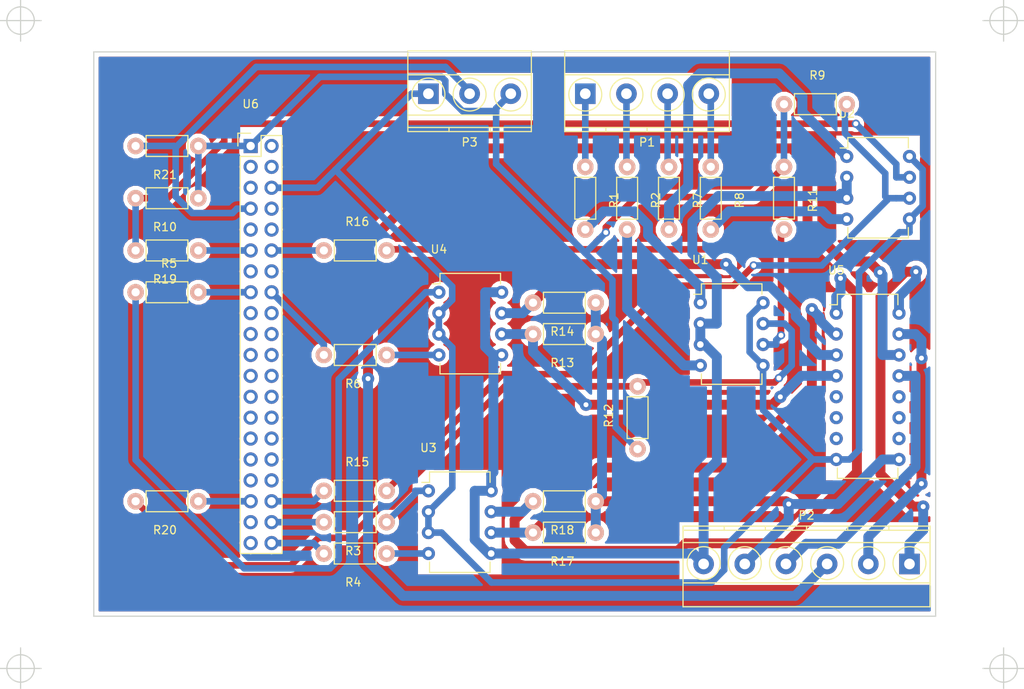
<source format=kicad_pcb>
(kicad_pcb (version 4) (host pcbnew 4.0.5)

  (general
    (links 71)
    (no_connects 0)
    (area 118.034999 46.635 220.980001 119.835)
    (thickness 1.6)
    (drawings 8)
    (tracks 317)
    (zones 0)
    (modules 30)
    (nets 73)
  )

  (page A4)
  (layers
    (0 F.Cu signal)
    (31 B.Cu signal hide)
    (32 B.Adhes user)
    (33 F.Adhes user)
    (34 B.Paste user)
    (35 F.Paste user)
    (36 B.SilkS user)
    (37 F.SilkS user)
    (38 B.Mask user)
    (39 F.Mask user)
    (40 Dwgs.User user)
    (41 Cmts.User user)
    (42 Eco1.User user)
    (43 Eco2.User user)
    (44 Edge.Cuts user)
    (45 Margin user)
    (46 B.CrtYd user)
    (47 F.CrtYd user)
    (48 B.Fab user)
    (49 F.Fab user)
  )

  (setup
    (last_trace_width 0.8)
    (trace_clearance 0.4)
    (zone_clearance 0.508)
    (zone_45_only yes)
    (trace_min 0.2)
    (segment_width 0.2)
    (edge_width 0.15)
    (via_size 1)
    (via_drill 0.6)
    (via_min_size 0.4)
    (via_min_drill 0.3)
    (uvia_size 0.3)
    (uvia_drill 0.1)
    (uvias_allowed no)
    (uvia_min_size 0.2)
    (uvia_min_drill 0.1)
    (pcb_text_width 0.3)
    (pcb_text_size 1.5 1.5)
    (mod_edge_width 0.15)
    (mod_text_size 1 1)
    (mod_text_width 0.15)
    (pad_size 2.5 2.5)
    (pad_drill 1.3)
    (pad_to_mask_clearance 0.2)
    (aux_axis_origin 0 0)
    (visible_elements FFFFFF7F)
    (pcbplotparams
      (layerselection 0x00030_80000001)
      (usegerberextensions false)
      (excludeedgelayer true)
      (linewidth 0.100000)
      (plotframeref false)
      (viasonmask false)
      (mode 1)
      (useauxorigin false)
      (hpglpennumber 1)
      (hpglpenspeed 20)
      (hpglpendiameter 15)
      (hpglpenoverlay 2)
      (psnegative false)
      (psa4output false)
      (plotreference true)
      (plotvalue true)
      (plotinvisibletext false)
      (padsonsilk false)
      (subtractmaskfromsilk false)
      (outputformat 1)
      (mirror false)
      (drillshape 1)
      (scaleselection 1)
      (outputdirectory outp/))
  )

  (net 0 "")
  (net 1 /inpSpare01)
  (net 2 /inpPumpButton)
  (net 3 /inpStartButton)
  (net 4 /inpMixerButton)
  (net 5 GNDA)
  (net 6 +24V)
  (net 7 "Net-(P2-Pad4)")
  (net 8 "Net-(P2-Pad3)")
  (net 9 "Net-(P2-Pad1)")
  (net 10 "Net-(P2-Pad2)")
  (net 11 +3V3)
  (net 12 GND)
  (net 13 "Net-(P3-Pad2)")
  (net 14 "Net-(R1-Pad2)")
  (net 15 "Net-(R2-Pad2)")
  (net 16 "Net-(R3-Pad1)")
  (net 17 /outpRadiator)
  (net 18 "Net-(R4-Pad1)")
  (net 19 /outpMixer)
  (net 20 "Net-(R5-Pad1)")
  (net 21 /outpPump)
  (net 22 "Net-(R6-Pad1)")
  (net 23 /outpSpare01)
  (net 24 "Net-(R7-Pad2)")
  (net 25 "Net-(R8-Pad2)")
  (net 26 "Net-(R15-Pad2)")
  (net 27 "Net-(R10-Pad2)")
  (net 28 "Net-(R11-Pad2)")
  (net 29 "Net-(R12-Pad2)")
  (net 30 "Net-(R13-Pad2)")
  (net 31 "Net-(R14-Pad2)")
  (net 32 "Net-(R15-Pad1)")
  (net 33 "Net-(R16-Pad1)")
  (net 34 "Net-(R17-Pad2)")
  (net 35 "Net-(R18-Pad2)")
  (net 36 "Net-(R19-Pad1)")
  (net 37 "Net-(R20-Pad1)")
  (net 38 "Net-(U5-Pad5)")
  (net 39 "Net-(U5-Pad6)")
  (net 40 "Net-(U5-Pad7)")
  (net 41 "Net-(U5-Pad10)")
  (net 42 "Net-(U5-Pad11)")
  (net 43 "Net-(U5-Pad12)")
  (net 44 "Net-(U6-Pad2)")
  (net 45 "Net-(U6-Pad3)")
  (net 46 "Net-(U6-Pad4)")
  (net 47 "Net-(U6-Pad5)")
  (net 48 "Net-(U6-Pad8)")
  (net 49 "Net-(U6-Pad9)")
  (net 50 "Net-(U6-Pad10)")
  (net 51 "Net-(U6-Pad13)")
  (net 52 "Net-(U6-Pad14)")
  (net 53 "Net-(U6-Pad17)")
  (net 54 "Net-(U6-Pad18)")
  (net 55 "Net-(U6-Pad19)")
  (net 56 "Net-(U6-Pad20)")
  (net 57 "Net-(U6-Pad21)")
  (net 58 "Net-(U6-Pad22)")
  (net 59 "Net-(U6-Pad23)")
  (net 60 "Net-(U6-Pad24)")
  (net 61 "Net-(U6-Pad25)")
  (net 62 "Net-(U6-Pad26)")
  (net 63 "Net-(U6-Pad27)")
  (net 64 "Net-(U6-Pad28)")
  (net 65 "Net-(U6-Pad29)")
  (net 66 "Net-(U6-Pad30)")
  (net 67 "Net-(U6-Pad31)")
  (net 68 "Net-(U6-Pad32)")
  (net 69 "Net-(U6-Pad33)")
  (net 70 "Net-(U6-Pad34)")
  (net 71 "Net-(U6-Pad37)")
  (net 72 "Net-(U6-Pad39)")

  (net_class Default "This is the default net class."
    (clearance 0.4)
    (trace_width 0.8)
    (via_dia 1)
    (via_drill 0.6)
    (uvia_dia 0.3)
    (uvia_drill 0.1)
    (add_net +3V3)
    (add_net /inpMixerButton)
    (add_net /inpPumpButton)
    (add_net /inpSpare01)
    (add_net /inpStartButton)
    (add_net /outpMixer)
    (add_net /outpPump)
    (add_net /outpRadiator)
    (add_net /outpSpare01)
    (add_net GND)
    (add_net "Net-(P3-Pad2)")
    (add_net "Net-(R10-Pad2)")
    (add_net "Net-(R11-Pad2)")
    (add_net "Net-(R12-Pad2)")
    (add_net "Net-(R15-Pad1)")
    (add_net "Net-(R15-Pad2)")
    (add_net "Net-(R16-Pad1)")
    (add_net "Net-(R19-Pad1)")
    (add_net "Net-(R20-Pad1)")
    (add_net "Net-(R3-Pad1)")
    (add_net "Net-(R4-Pad1)")
    (add_net "Net-(R5-Pad1)")
    (add_net "Net-(R6-Pad1)")
    (add_net "Net-(U6-Pad10)")
    (add_net "Net-(U6-Pad13)")
    (add_net "Net-(U6-Pad14)")
    (add_net "Net-(U6-Pad17)")
    (add_net "Net-(U6-Pad18)")
    (add_net "Net-(U6-Pad19)")
    (add_net "Net-(U6-Pad2)")
    (add_net "Net-(U6-Pad20)")
    (add_net "Net-(U6-Pad21)")
    (add_net "Net-(U6-Pad22)")
    (add_net "Net-(U6-Pad23)")
    (add_net "Net-(U6-Pad24)")
    (add_net "Net-(U6-Pad25)")
    (add_net "Net-(U6-Pad26)")
    (add_net "Net-(U6-Pad27)")
    (add_net "Net-(U6-Pad28)")
    (add_net "Net-(U6-Pad29)")
    (add_net "Net-(U6-Pad3)")
    (add_net "Net-(U6-Pad30)")
    (add_net "Net-(U6-Pad31)")
    (add_net "Net-(U6-Pad32)")
    (add_net "Net-(U6-Pad33)")
    (add_net "Net-(U6-Pad34)")
    (add_net "Net-(U6-Pad37)")
    (add_net "Net-(U6-Pad39)")
    (add_net "Net-(U6-Pad4)")
    (add_net "Net-(U6-Pad5)")
    (add_net "Net-(U6-Pad8)")
    (add_net "Net-(U6-Pad9)")
  )

  (net_class 24v ""
    (clearance 0.6)
    (trace_width 1.2)
    (via_dia 1.5)
    (via_drill 0.6)
    (uvia_dia 0.3)
    (uvia_drill 0.1)
    (add_net +24V)
    (add_net GNDA)
    (add_net "Net-(P2-Pad1)")
    (add_net "Net-(P2-Pad2)")
    (add_net "Net-(P2-Pad3)")
    (add_net "Net-(P2-Pad4)")
    (add_net "Net-(R1-Pad2)")
    (add_net "Net-(R13-Pad2)")
    (add_net "Net-(R14-Pad2)")
    (add_net "Net-(R17-Pad2)")
    (add_net "Net-(R18-Pad2)")
    (add_net "Net-(R2-Pad2)")
    (add_net "Net-(R7-Pad2)")
    (add_net "Net-(R8-Pad2)")
    (add_net "Net-(U5-Pad10)")
    (add_net "Net-(U5-Pad11)")
    (add_net "Net-(U5-Pad12)")
    (add_net "Net-(U5-Pad5)")
    (add_net "Net-(U5-Pad6)")
    (add_net "Net-(U5-Pad7)")
  )

  (module Connectors_Terminal_Blocks:TerminalBlock_Pheonix_MKDS1.5-3pol (layer F.Cu) (tedit 58E75035) (tstamp 58E4E778)
    (at 158.75 54.61)
    (descr "3-way 5mm pitch terminal block, Phoenix MKDS series")
    (path /58E4EDE0)
    (fp_text reference P3 (at 5 5.9) (layer F.SilkS)
      (effects (font (size 1 1) (thickness 0.15)))
    )
    (fp_text value CONN_01X03 (at 5 -6.6) (layer F.Fab)
      (effects (font (size 1 1) (thickness 0.15)))
    )
    (fp_line (start -2.7 4.8) (end -2.7 -5.4) (layer F.CrtYd) (width 0.05))
    (fp_line (start 12.7 4.8) (end -2.7 4.8) (layer F.CrtYd) (width 0.05))
    (fp_line (start 12.7 -5.4) (end 12.7 4.8) (layer F.CrtYd) (width 0.05))
    (fp_line (start -2.7 -5.4) (end 12.7 -5.4) (layer F.CrtYd) (width 0.05))
    (fp_circle (center 10 0.1) (end 8 0.1) (layer F.SilkS) (width 0.15))
    (fp_line (start 7.5 4.1) (end 7.5 4.6) (layer F.SilkS) (width 0.15))
    (fp_line (start 2.5 4.1) (end 2.5 4.6) (layer F.SilkS) (width 0.15))
    (fp_circle (center 5 0.1) (end 3 0.1) (layer F.SilkS) (width 0.15))
    (fp_circle (center 0 0.1) (end 2 0.1) (layer F.SilkS) (width 0.15))
    (fp_line (start -2.5 2.6) (end 12.5 2.6) (layer F.SilkS) (width 0.15))
    (fp_line (start -2.5 -2.3) (end 12.5 -2.3) (layer F.SilkS) (width 0.15))
    (fp_line (start -2.5 4.1) (end 12.5 4.1) (layer F.SilkS) (width 0.15))
    (fp_line (start -2.5 4.6) (end 12.5 4.6) (layer F.SilkS) (width 0.15))
    (fp_line (start 12.5 4.6) (end 12.5 -5.2) (layer F.SilkS) (width 0.15))
    (fp_line (start 12.5 -5.2) (end -2.5 -5.2) (layer F.SilkS) (width 0.15))
    (fp_line (start -2.5 -5.2) (end -2.5 4.6) (layer F.SilkS) (width 0.15))
    (pad 3 thru_hole circle (at 10 0) (size 2.5 2.5) (drill 1.3) (layers *.Cu *.Mask)
      (net 11 +3V3))
    (pad 1 thru_hole rect (at 0 0) (size 2.5 2.5) (drill 1.3) (layers *.Cu *.Mask)
      (net 12 GND))
    (pad 2 thru_hole circle (at 5 0) (size 2.5 2.5) (drill 1.3) (layers *.Cu *.Mask)
      (net 13 "Net-(P3-Pad2)"))
    (model Terminal_Blocks.3dshapes/TerminalBlock_Pheonix_MKDS1.5-3pol.wrl
      (at (xyz 0.1968 0 0))
      (scale (xyz 1 1 1))
      (rotate (xyz 0 0 0))
    )
  )

  (module Connectors_Terminal_Blocks:TerminalBlock_Pheonix_MKDS1.5-4pol (layer F.Cu) (tedit 58E75043) (tstamp 58E4E767)
    (at 177.8 54.61)
    (descr "4-way 5mm pitch terminal block, Phoenix MKDS series")
    (path /58E4E097)
    (fp_text reference P1 (at 7.5 5.9) (layer F.SilkS)
      (effects (font (size 1 1) (thickness 0.15)))
    )
    (fp_text value CONN_01X04 (at 7.5 -6.6) (layer F.Fab)
      (effects (font (size 1 1) (thickness 0.15)))
    )
    (fp_line (start -2.7 -5.4) (end 17.7 -5.4) (layer F.CrtYd) (width 0.05))
    (fp_line (start -2.7 4.8) (end -2.7 -5.4) (layer F.CrtYd) (width 0.05))
    (fp_line (start 17.7 4.8) (end -2.7 4.8) (layer F.CrtYd) (width 0.05))
    (fp_line (start 17.7 -5.4) (end 17.7 4.8) (layer F.CrtYd) (width 0.05))
    (fp_line (start 12.5 4.1) (end 12.5 4.6) (layer F.SilkS) (width 0.15))
    (fp_circle (center 15 0.1) (end 13 0.1) (layer F.SilkS) (width 0.15))
    (fp_circle (center 10 0.1) (end 8 0.1) (layer F.SilkS) (width 0.15))
    (fp_line (start 7.5 4.1) (end 7.5 4.6) (layer F.SilkS) (width 0.15))
    (fp_line (start 2.5 4.1) (end 2.5 4.6) (layer F.SilkS) (width 0.15))
    (fp_circle (center 5 0.1) (end 3 0.1) (layer F.SilkS) (width 0.15))
    (fp_circle (center 0 0.1) (end 2 0.1) (layer F.SilkS) (width 0.15))
    (fp_line (start -2.5 2.6) (end 17.5 2.6) (layer F.SilkS) (width 0.15))
    (fp_line (start -2.5 -2.3) (end 17.5 -2.3) (layer F.SilkS) (width 0.15))
    (fp_line (start -2.5 4.1) (end 17.5 4.1) (layer F.SilkS) (width 0.15))
    (fp_line (start -2.5 4.6) (end 17.5 4.6) (layer F.SilkS) (width 0.15))
    (fp_line (start 17.5 4.6) (end 17.5 -5.2) (layer F.SilkS) (width 0.15))
    (fp_line (start 17.5 -5.2) (end -2.5 -5.2) (layer F.SilkS) (width 0.15))
    (fp_line (start -2.5 -5.2) (end -2.5 4.6) (layer F.SilkS) (width 0.15))
    (pad 4 thru_hole circle (at 15 0) (size 2.5 2.5) (drill 1.3) (layers *.Cu *.Mask)
      (net 1 /inpSpare01))
    (pad 3 thru_hole circle (at 10 0) (size 2.5 2.5) (drill 1.3) (layers *.Cu *.Mask)
      (net 2 /inpPumpButton))
    (pad 1 thru_hole rect (at 0 0) (size 2.5 2.5) (drill 1.3) (layers *.Cu *.Mask)
      (net 3 /inpStartButton))
    (pad 2 thru_hole circle (at 5 0) (size 2.5 2.5) (drill 1.3) (layers *.Cu *.Mask)
      (net 4 /inpMixerButton))
    (model Terminal_Blocks.3dshapes/TerminalBlock_Pheonix_MKDS1.5-4pol.wrl
      (at (xyz 0.2953 0 0))
      (scale (xyz 1 1 1))
      (rotate (xyz 0 0 0))
    )
  )

  (module Connectors_Terminal_Blocks:TerminalBlock_Pheonix_MKDS1.5-6pol (layer F.Cu) (tedit 563008B5) (tstamp 58E4E771)
    (at 217.17 111.76 180)
    (descr "6-way 5mm pitch terminal block, Phoenix MKDS series")
    (path /58E56A3B)
    (fp_text reference P2 (at 12.5 5.9 180) (layer F.SilkS)
      (effects (font (size 1 1) (thickness 0.15)))
    )
    (fp_text value CONN_01X06 (at 12.5 -6.6 180) (layer F.Fab)
      (effects (font (size 1 1) (thickness 0.15)))
    )
    (fp_line (start -2.7 -5.4) (end 27.7 -5.4) (layer F.CrtYd) (width 0.05))
    (fp_line (start -2.7 4.8) (end -2.7 -5.4) (layer F.CrtYd) (width 0.05))
    (fp_line (start 27.7 4.8) (end -2.7 4.8) (layer F.CrtYd) (width 0.05))
    (fp_line (start 27.7 -5.4) (end 27.7 4.8) (layer F.CrtYd) (width 0.05))
    (fp_circle (center 25 0.1) (end 23 0.1) (layer F.SilkS) (width 0.15))
    (fp_line (start 22.5 4.1) (end 22.5 4.6) (layer F.SilkS) (width 0.15))
    (fp_line (start 17.5 4.1) (end 17.5 4.6) (layer F.SilkS) (width 0.15))
    (fp_circle (center 20 0.1) (end 18 0.1) (layer F.SilkS) (width 0.15))
    (fp_line (start 12.5 4.1) (end 12.5 4.6) (layer F.SilkS) (width 0.15))
    (fp_circle (center 15 0.1) (end 13 0.1) (layer F.SilkS) (width 0.15))
    (fp_circle (center 10 0.1) (end 8 0.1) (layer F.SilkS) (width 0.15))
    (fp_line (start 7.5 4.1) (end 7.5 4.6) (layer F.SilkS) (width 0.15))
    (fp_line (start 2.5 4.1) (end 2.5 4.6) (layer F.SilkS) (width 0.15))
    (fp_circle (center 5 0.1) (end 3 0.1) (layer F.SilkS) (width 0.15))
    (fp_circle (center 0 0.1) (end 2 0.1) (layer F.SilkS) (width 0.15))
    (fp_line (start -2.5 2.6) (end 27.5 2.6) (layer F.SilkS) (width 0.15))
    (fp_line (start -2.5 -2.3) (end 27.5 -2.3) (layer F.SilkS) (width 0.15))
    (fp_line (start -2.5 4.1) (end 27.5 4.1) (layer F.SilkS) (width 0.15))
    (fp_line (start -2.5 4.6) (end 27.5 4.6) (layer F.SilkS) (width 0.15))
    (fp_line (start 27.5 4.6) (end 27.5 -5.2) (layer F.SilkS) (width 0.15))
    (fp_line (start 27.5 -5.2) (end -2.5 -5.2) (layer F.SilkS) (width 0.15))
    (fp_line (start -2.5 -5.2) (end -2.5 4.6) (layer F.SilkS) (width 0.15))
    (pad 6 thru_hole circle (at 25 0 180) (size 2.5 2.5) (drill 1.3) (layers *.Cu *.Mask)
      (net 5 GNDA))
    (pad 5 thru_hole circle (at 20 0 180) (size 2.5 2.5) (drill 1.3) (layers *.Cu *.Mask)
      (net 6 +24V))
    (pad 4 thru_hole circle (at 15 0 180) (size 2.5 2.5) (drill 1.3) (layers *.Cu *.Mask)
      (net 7 "Net-(P2-Pad4)"))
    (pad 3 thru_hole circle (at 10 0 180) (size 2.5 2.5) (drill 1.3) (layers *.Cu *.Mask)
      (net 8 "Net-(P2-Pad3)"))
    (pad 1 thru_hole rect (at 0 0 180) (size 2.5 2.5) (drill 1.3) (layers *.Cu *.Mask)
      (net 9 "Net-(P2-Pad1)"))
    (pad 2 thru_hole circle (at 5 0 180) (size 2.5 2.5) (drill 1.3) (layers *.Cu *.Mask)
      (net 10 "Net-(P2-Pad2)"))
    (model Terminal_Blocks.3dshapes/TerminalBlock_Pheonix_MKDS1.5-6pol.wrl
      (at (xyz 0.4921 0 0))
      (scale (xyz 1 1 1))
      (rotate (xyz 0 0 0))
    )
  )

  (module Resistors_THT:Resistor_Horizontal_RM7mm (layer F.Cu) (tedit 569FCF07) (tstamp 58E4E77E)
    (at 177.8 63.5 270)
    (descr "Resistor, Axial,  RM 7.62mm, 1/3W,")
    (tags "Resistor Axial RM 7.62mm 1/3W R3")
    (path /58E4D0C8)
    (fp_text reference R1 (at 4.05892 -3.50012 270) (layer F.SilkS)
      (effects (font (size 1 1) (thickness 0.15)))
    )
    (fp_text value R (at 3.81 3.81 270) (layer F.Fab)
      (effects (font (size 1 1) (thickness 0.15)))
    )
    (fp_line (start -1.25 -1.5) (end 8.85 -1.5) (layer F.CrtYd) (width 0.05))
    (fp_line (start -1.25 1.5) (end -1.25 -1.5) (layer F.CrtYd) (width 0.05))
    (fp_line (start 8.85 -1.5) (end 8.85 1.5) (layer F.CrtYd) (width 0.05))
    (fp_line (start -1.25 1.5) (end 8.85 1.5) (layer F.CrtYd) (width 0.05))
    (fp_line (start 1.27 -1.27) (end 6.35 -1.27) (layer F.SilkS) (width 0.15))
    (fp_line (start 6.35 -1.27) (end 6.35 1.27) (layer F.SilkS) (width 0.15))
    (fp_line (start 6.35 1.27) (end 1.27 1.27) (layer F.SilkS) (width 0.15))
    (fp_line (start 1.27 1.27) (end 1.27 -1.27) (layer F.SilkS) (width 0.15))
    (pad 1 thru_hole circle (at 0 0 270) (size 1.99898 1.99898) (drill 1.00076) (layers *.Cu *.SilkS *.Mask)
      (net 3 /inpStartButton))
    (pad 2 thru_hole circle (at 7.62 0 270) (size 1.99898 1.99898) (drill 1.00076) (layers *.Cu *.SilkS *.Mask)
      (net 14 "Net-(R1-Pad2)"))
  )

  (module Resistors_THT:Resistor_Horizontal_RM7mm (layer F.Cu) (tedit 569FCF07) (tstamp 58E4E784)
    (at 182.88 63.5 270)
    (descr "Resistor, Axial,  RM 7.62mm, 1/3W,")
    (tags "Resistor Axial RM 7.62mm 1/3W R3")
    (path /58E4D078)
    (fp_text reference R2 (at 4.05892 -3.50012 270) (layer F.SilkS)
      (effects (font (size 1 1) (thickness 0.15)))
    )
    (fp_text value R (at 3.81 3.81 270) (layer F.Fab)
      (effects (font (size 1 1) (thickness 0.15)))
    )
    (fp_line (start -1.25 -1.5) (end 8.85 -1.5) (layer F.CrtYd) (width 0.05))
    (fp_line (start -1.25 1.5) (end -1.25 -1.5) (layer F.CrtYd) (width 0.05))
    (fp_line (start 8.85 -1.5) (end 8.85 1.5) (layer F.CrtYd) (width 0.05))
    (fp_line (start -1.25 1.5) (end 8.85 1.5) (layer F.CrtYd) (width 0.05))
    (fp_line (start 1.27 -1.27) (end 6.35 -1.27) (layer F.SilkS) (width 0.15))
    (fp_line (start 6.35 -1.27) (end 6.35 1.27) (layer F.SilkS) (width 0.15))
    (fp_line (start 6.35 1.27) (end 1.27 1.27) (layer F.SilkS) (width 0.15))
    (fp_line (start 1.27 1.27) (end 1.27 -1.27) (layer F.SilkS) (width 0.15))
    (pad 1 thru_hole circle (at 0 0 270) (size 1.99898 1.99898) (drill 1.00076) (layers *.Cu *.SilkS *.Mask)
      (net 4 /inpMixerButton))
    (pad 2 thru_hole circle (at 7.62 0 270) (size 1.99898 1.99898) (drill 1.00076) (layers *.Cu *.SilkS *.Mask)
      (net 15 "Net-(R2-Pad2)"))
  )

  (module Resistors_THT:Resistor_Horizontal_RM7mm (layer F.Cu) (tedit 569FCF07) (tstamp 58E4E78A)
    (at 153.67 106.68 180)
    (descr "Resistor, Axial,  RM 7.62mm, 1/3W,")
    (tags "Resistor Axial RM 7.62mm 1/3W R3")
    (path /58E51621)
    (fp_text reference R3 (at 4.05892 -3.50012 180) (layer F.SilkS)
      (effects (font (size 1 1) (thickness 0.15)))
    )
    (fp_text value R (at 3.81 3.81 180) (layer F.Fab)
      (effects (font (size 1 1) (thickness 0.15)))
    )
    (fp_line (start -1.25 -1.5) (end 8.85 -1.5) (layer F.CrtYd) (width 0.05))
    (fp_line (start -1.25 1.5) (end -1.25 -1.5) (layer F.CrtYd) (width 0.05))
    (fp_line (start 8.85 -1.5) (end 8.85 1.5) (layer F.CrtYd) (width 0.05))
    (fp_line (start -1.25 1.5) (end 8.85 1.5) (layer F.CrtYd) (width 0.05))
    (fp_line (start 1.27 -1.27) (end 6.35 -1.27) (layer F.SilkS) (width 0.15))
    (fp_line (start 6.35 -1.27) (end 6.35 1.27) (layer F.SilkS) (width 0.15))
    (fp_line (start 6.35 1.27) (end 1.27 1.27) (layer F.SilkS) (width 0.15))
    (fp_line (start 1.27 1.27) (end 1.27 -1.27) (layer F.SilkS) (width 0.15))
    (pad 1 thru_hole circle (at 0 0 180) (size 1.99898 1.99898) (drill 1.00076) (layers *.Cu *.SilkS *.Mask)
      (net 16 "Net-(R3-Pad1)"))
    (pad 2 thru_hole circle (at 7.62 0 180) (size 1.99898 1.99898) (drill 1.00076) (layers *.Cu *.SilkS *.Mask)
      (net 17 /outpRadiator))
  )

  (module Resistors_THT:Resistor_Horizontal_RM7mm (layer F.Cu) (tedit 569FCF07) (tstamp 58E4E790)
    (at 153.67 110.49 180)
    (descr "Resistor, Axial,  RM 7.62mm, 1/3W,")
    (tags "Resistor Axial RM 7.62mm 1/3W R3")
    (path /58E516DE)
    (fp_text reference R4 (at 4.05892 -3.50012 180) (layer F.SilkS)
      (effects (font (size 1 1) (thickness 0.15)))
    )
    (fp_text value R (at 3.81 3.81 180) (layer F.Fab)
      (effects (font (size 1 1) (thickness 0.15)))
    )
    (fp_line (start -1.25 -1.5) (end 8.85 -1.5) (layer F.CrtYd) (width 0.05))
    (fp_line (start -1.25 1.5) (end -1.25 -1.5) (layer F.CrtYd) (width 0.05))
    (fp_line (start 8.85 -1.5) (end 8.85 1.5) (layer F.CrtYd) (width 0.05))
    (fp_line (start -1.25 1.5) (end 8.85 1.5) (layer F.CrtYd) (width 0.05))
    (fp_line (start 1.27 -1.27) (end 6.35 -1.27) (layer F.SilkS) (width 0.15))
    (fp_line (start 6.35 -1.27) (end 6.35 1.27) (layer F.SilkS) (width 0.15))
    (fp_line (start 6.35 1.27) (end 1.27 1.27) (layer F.SilkS) (width 0.15))
    (fp_line (start 1.27 1.27) (end 1.27 -1.27) (layer F.SilkS) (width 0.15))
    (pad 1 thru_hole circle (at 0 0 180) (size 1.99898 1.99898) (drill 1.00076) (layers *.Cu *.SilkS *.Mask)
      (net 18 "Net-(R4-Pad1)"))
    (pad 2 thru_hole circle (at 7.62 0 180) (size 1.99898 1.99898) (drill 1.00076) (layers *.Cu *.SilkS *.Mask)
      (net 19 /outpMixer))
  )

  (module Resistors_THT:Resistor_Horizontal_RM7mm (layer F.Cu) (tedit 569FCF07) (tstamp 58E4E796)
    (at 123.19 78.74)
    (descr "Resistor, Axial,  RM 7.62mm, 1/3W,")
    (tags "Resistor Axial RM 7.62mm 1/3W R3")
    (path /58E5175B)
    (fp_text reference R5 (at 4.05892 -3.50012) (layer F.SilkS)
      (effects (font (size 1 1) (thickness 0.15)))
    )
    (fp_text value R (at 3.81 3.81) (layer F.Fab)
      (effects (font (size 1 1) (thickness 0.15)))
    )
    (fp_line (start -1.25 -1.5) (end 8.85 -1.5) (layer F.CrtYd) (width 0.05))
    (fp_line (start -1.25 1.5) (end -1.25 -1.5) (layer F.CrtYd) (width 0.05))
    (fp_line (start 8.85 -1.5) (end 8.85 1.5) (layer F.CrtYd) (width 0.05))
    (fp_line (start -1.25 1.5) (end 8.85 1.5) (layer F.CrtYd) (width 0.05))
    (fp_line (start 1.27 -1.27) (end 6.35 -1.27) (layer F.SilkS) (width 0.15))
    (fp_line (start 6.35 -1.27) (end 6.35 1.27) (layer F.SilkS) (width 0.15))
    (fp_line (start 6.35 1.27) (end 1.27 1.27) (layer F.SilkS) (width 0.15))
    (fp_line (start 1.27 1.27) (end 1.27 -1.27) (layer F.SilkS) (width 0.15))
    (pad 1 thru_hole circle (at 0 0) (size 1.99898 1.99898) (drill 1.00076) (layers *.Cu *.SilkS *.Mask)
      (net 20 "Net-(R5-Pad1)"))
    (pad 2 thru_hole circle (at 7.62 0) (size 1.99898 1.99898) (drill 1.00076) (layers *.Cu *.SilkS *.Mask)
      (net 21 /outpPump))
  )

  (module Resistors_THT:Resistor_Horizontal_RM7mm (layer F.Cu) (tedit 569FCF07) (tstamp 58E4E79C)
    (at 153.67 86.36 180)
    (descr "Resistor, Axial,  RM 7.62mm, 1/3W,")
    (tags "Resistor Axial RM 7.62mm 1/3W R3")
    (path /58E517DB)
    (fp_text reference R6 (at 4.05892 -3.50012 180) (layer F.SilkS)
      (effects (font (size 1 1) (thickness 0.15)))
    )
    (fp_text value R (at 3.81 3.81 180) (layer F.Fab)
      (effects (font (size 1 1) (thickness 0.15)))
    )
    (fp_line (start -1.25 -1.5) (end 8.85 -1.5) (layer F.CrtYd) (width 0.05))
    (fp_line (start -1.25 1.5) (end -1.25 -1.5) (layer F.CrtYd) (width 0.05))
    (fp_line (start 8.85 -1.5) (end 8.85 1.5) (layer F.CrtYd) (width 0.05))
    (fp_line (start -1.25 1.5) (end 8.85 1.5) (layer F.CrtYd) (width 0.05))
    (fp_line (start 1.27 -1.27) (end 6.35 -1.27) (layer F.SilkS) (width 0.15))
    (fp_line (start 6.35 -1.27) (end 6.35 1.27) (layer F.SilkS) (width 0.15))
    (fp_line (start 6.35 1.27) (end 1.27 1.27) (layer F.SilkS) (width 0.15))
    (fp_line (start 1.27 1.27) (end 1.27 -1.27) (layer F.SilkS) (width 0.15))
    (pad 1 thru_hole circle (at 0 0 180) (size 1.99898 1.99898) (drill 1.00076) (layers *.Cu *.SilkS *.Mask)
      (net 22 "Net-(R6-Pad1)"))
    (pad 2 thru_hole circle (at 7.62 0 180) (size 1.99898 1.99898) (drill 1.00076) (layers *.Cu *.SilkS *.Mask)
      (net 23 /outpSpare01))
  )

  (module Resistors_THT:Resistor_Horizontal_RM7mm (layer F.Cu) (tedit 569FCF07) (tstamp 58E4E7A2)
    (at 187.96 63.5 270)
    (descr "Resistor, Axial,  RM 7.62mm, 1/3W,")
    (tags "Resistor Axial RM 7.62mm 1/3W R3")
    (path /58E4BC8C)
    (fp_text reference R7 (at 4.05892 -3.50012 270) (layer F.SilkS)
      (effects (font (size 1 1) (thickness 0.15)))
    )
    (fp_text value R (at 3.81 3.81 270) (layer F.Fab)
      (effects (font (size 1 1) (thickness 0.15)))
    )
    (fp_line (start -1.25 -1.5) (end 8.85 -1.5) (layer F.CrtYd) (width 0.05))
    (fp_line (start -1.25 1.5) (end -1.25 -1.5) (layer F.CrtYd) (width 0.05))
    (fp_line (start 8.85 -1.5) (end 8.85 1.5) (layer F.CrtYd) (width 0.05))
    (fp_line (start -1.25 1.5) (end 8.85 1.5) (layer F.CrtYd) (width 0.05))
    (fp_line (start 1.27 -1.27) (end 6.35 -1.27) (layer F.SilkS) (width 0.15))
    (fp_line (start 6.35 -1.27) (end 6.35 1.27) (layer F.SilkS) (width 0.15))
    (fp_line (start 6.35 1.27) (end 1.27 1.27) (layer F.SilkS) (width 0.15))
    (fp_line (start 1.27 1.27) (end 1.27 -1.27) (layer F.SilkS) (width 0.15))
    (pad 1 thru_hole circle (at 0 0 270) (size 1.99898 1.99898) (drill 1.00076) (layers *.Cu *.SilkS *.Mask)
      (net 2 /inpPumpButton))
    (pad 2 thru_hole circle (at 7.62 0 270) (size 1.99898 1.99898) (drill 1.00076) (layers *.Cu *.SilkS *.Mask)
      (net 24 "Net-(R7-Pad2)"))
  )

  (module Resistors_THT:Resistor_Horizontal_RM7mm (layer F.Cu) (tedit 569FCF07) (tstamp 58E4E7A8)
    (at 193.04 63.5 270)
    (descr "Resistor, Axial,  RM 7.62mm, 1/3W,")
    (tags "Resistor Axial RM 7.62mm 1/3W R3")
    (path /58E4AF27)
    (fp_text reference R8 (at 4.05892 -3.50012 270) (layer F.SilkS)
      (effects (font (size 1 1) (thickness 0.15)))
    )
    (fp_text value R (at 3.81 3.81 270) (layer F.Fab)
      (effects (font (size 1 1) (thickness 0.15)))
    )
    (fp_line (start -1.25 -1.5) (end 8.85 -1.5) (layer F.CrtYd) (width 0.05))
    (fp_line (start -1.25 1.5) (end -1.25 -1.5) (layer F.CrtYd) (width 0.05))
    (fp_line (start 8.85 -1.5) (end 8.85 1.5) (layer F.CrtYd) (width 0.05))
    (fp_line (start -1.25 1.5) (end 8.85 1.5) (layer F.CrtYd) (width 0.05))
    (fp_line (start 1.27 -1.27) (end 6.35 -1.27) (layer F.SilkS) (width 0.15))
    (fp_line (start 6.35 -1.27) (end 6.35 1.27) (layer F.SilkS) (width 0.15))
    (fp_line (start 6.35 1.27) (end 1.27 1.27) (layer F.SilkS) (width 0.15))
    (fp_line (start 1.27 1.27) (end 1.27 -1.27) (layer F.SilkS) (width 0.15))
    (pad 1 thru_hole circle (at 0 0 270) (size 1.99898 1.99898) (drill 1.00076) (layers *.Cu *.SilkS *.Mask)
      (net 1 /inpSpare01))
    (pad 2 thru_hole circle (at 7.62 0 270) (size 1.99898 1.99898) (drill 1.00076) (layers *.Cu *.SilkS *.Mask)
      (net 25 "Net-(R8-Pad2)"))
  )

  (module Resistors_THT:Resistor_Horizontal_RM7mm (layer F.Cu) (tedit 569FCF07) (tstamp 58E4E7AE)
    (at 201.93 55.88)
    (descr "Resistor, Axial,  RM 7.62mm, 1/3W,")
    (tags "Resistor Axial RM 7.62mm 1/3W R3")
    (path /58E4AD75)
    (fp_text reference R9 (at 4.05892 -3.50012) (layer F.SilkS)
      (effects (font (size 1 1) (thickness 0.15)))
    )
    (fp_text value 10k (at 3.81 3.81) (layer F.Fab)
      (effects (font (size 1 1) (thickness 0.15)))
    )
    (fp_line (start -1.25 -1.5) (end 8.85 -1.5) (layer F.CrtYd) (width 0.05))
    (fp_line (start -1.25 1.5) (end -1.25 -1.5) (layer F.CrtYd) (width 0.05))
    (fp_line (start 8.85 -1.5) (end 8.85 1.5) (layer F.CrtYd) (width 0.05))
    (fp_line (start -1.25 1.5) (end 8.85 1.5) (layer F.CrtYd) (width 0.05))
    (fp_line (start 1.27 -1.27) (end 6.35 -1.27) (layer F.SilkS) (width 0.15))
    (fp_line (start 6.35 -1.27) (end 6.35 1.27) (layer F.SilkS) (width 0.15))
    (fp_line (start 6.35 1.27) (end 1.27 1.27) (layer F.SilkS) (width 0.15))
    (fp_line (start 1.27 1.27) (end 1.27 -1.27) (layer F.SilkS) (width 0.15))
    (pad 1 thru_hole circle (at 0 0) (size 1.99898 1.99898) (drill 1.00076) (layers *.Cu *.SilkS *.Mask)
      (net 11 +3V3))
    (pad 2 thru_hole circle (at 7.62 0) (size 1.99898 1.99898) (drill 1.00076) (layers *.Cu *.SilkS *.Mask)
      (net 26 "Net-(R15-Pad2)"))
  )

  (module Resistors_THT:Resistor_Horizontal_RM7mm (layer F.Cu) (tedit 569FCF07) (tstamp 58E4E7B4)
    (at 130.81 67.31 180)
    (descr "Resistor, Axial,  RM 7.62mm, 1/3W,")
    (tags "Resistor Axial RM 7.62mm 1/3W R3")
    (path /58E4BC7C)
    (fp_text reference R10 (at 4.05892 -3.50012 180) (layer F.SilkS)
      (effects (font (size 1 1) (thickness 0.15)))
    )
    (fp_text value 10k (at 3.81 3.81 180) (layer F.Fab)
      (effects (font (size 1 1) (thickness 0.15)))
    )
    (fp_line (start -1.25 -1.5) (end 8.85 -1.5) (layer F.CrtYd) (width 0.05))
    (fp_line (start -1.25 1.5) (end -1.25 -1.5) (layer F.CrtYd) (width 0.05))
    (fp_line (start 8.85 -1.5) (end 8.85 1.5) (layer F.CrtYd) (width 0.05))
    (fp_line (start -1.25 1.5) (end 8.85 1.5) (layer F.CrtYd) (width 0.05))
    (fp_line (start 1.27 -1.27) (end 6.35 -1.27) (layer F.SilkS) (width 0.15))
    (fp_line (start 6.35 -1.27) (end 6.35 1.27) (layer F.SilkS) (width 0.15))
    (fp_line (start 6.35 1.27) (end 1.27 1.27) (layer F.SilkS) (width 0.15))
    (fp_line (start 1.27 1.27) (end 1.27 -1.27) (layer F.SilkS) (width 0.15))
    (pad 1 thru_hole circle (at 0 0 180) (size 1.99898 1.99898) (drill 1.00076) (layers *.Cu *.SilkS *.Mask)
      (net 11 +3V3))
    (pad 2 thru_hole circle (at 7.62 0 180) (size 1.99898 1.99898) (drill 1.00076) (layers *.Cu *.SilkS *.Mask)
      (net 27 "Net-(R10-Pad2)"))
  )

  (module Resistors_THT:Resistor_Horizontal_RM7mm (layer F.Cu) (tedit 569FCF07) (tstamp 58E4E7BA)
    (at 201.93 63.5 270)
    (descr "Resistor, Axial,  RM 7.62mm, 1/3W,")
    (tags "Resistor Axial RM 7.62mm 1/3W R3")
    (path /58E4C2CD)
    (fp_text reference R11 (at 4.05892 -3.50012 270) (layer F.SilkS)
      (effects (font (size 1 1) (thickness 0.15)))
    )
    (fp_text value 10k (at 3.81 3.81 270) (layer F.Fab)
      (effects (font (size 1 1) (thickness 0.15)))
    )
    (fp_line (start -1.25 -1.5) (end 8.85 -1.5) (layer F.CrtYd) (width 0.05))
    (fp_line (start -1.25 1.5) (end -1.25 -1.5) (layer F.CrtYd) (width 0.05))
    (fp_line (start 8.85 -1.5) (end 8.85 1.5) (layer F.CrtYd) (width 0.05))
    (fp_line (start -1.25 1.5) (end 8.85 1.5) (layer F.CrtYd) (width 0.05))
    (fp_line (start 1.27 -1.27) (end 6.35 -1.27) (layer F.SilkS) (width 0.15))
    (fp_line (start 6.35 -1.27) (end 6.35 1.27) (layer F.SilkS) (width 0.15))
    (fp_line (start 6.35 1.27) (end 1.27 1.27) (layer F.SilkS) (width 0.15))
    (fp_line (start 1.27 1.27) (end 1.27 -1.27) (layer F.SilkS) (width 0.15))
    (pad 1 thru_hole circle (at 0 0 270) (size 1.99898 1.99898) (drill 1.00076) (layers *.Cu *.SilkS *.Mask)
      (net 11 +3V3))
    (pad 2 thru_hole circle (at 7.62 0 270) (size 1.99898 1.99898) (drill 1.00076) (layers *.Cu *.SilkS *.Mask)
      (net 28 "Net-(R11-Pad2)"))
  )

  (module Resistors_THT:Resistor_Horizontal_RM7mm (layer F.Cu) (tedit 569FCF07) (tstamp 58E4E7C0)
    (at 184.15 97.79 90)
    (descr "Resistor, Axial,  RM 7.62mm, 1/3W,")
    (tags "Resistor Axial RM 7.62mm 1/3W R3")
    (path /58E4D11B)
    (fp_text reference R12 (at 4.05892 -3.50012 90) (layer F.SilkS)
      (effects (font (size 1 1) (thickness 0.15)))
    )
    (fp_text value 10k (at 3.81 3.81 90) (layer F.Fab)
      (effects (font (size 1 1) (thickness 0.15)))
    )
    (fp_line (start -1.25 -1.5) (end 8.85 -1.5) (layer F.CrtYd) (width 0.05))
    (fp_line (start -1.25 1.5) (end -1.25 -1.5) (layer F.CrtYd) (width 0.05))
    (fp_line (start 8.85 -1.5) (end 8.85 1.5) (layer F.CrtYd) (width 0.05))
    (fp_line (start -1.25 1.5) (end 8.85 1.5) (layer F.CrtYd) (width 0.05))
    (fp_line (start 1.27 -1.27) (end 6.35 -1.27) (layer F.SilkS) (width 0.15))
    (fp_line (start 6.35 -1.27) (end 6.35 1.27) (layer F.SilkS) (width 0.15))
    (fp_line (start 6.35 1.27) (end 1.27 1.27) (layer F.SilkS) (width 0.15))
    (fp_line (start 1.27 1.27) (end 1.27 -1.27) (layer F.SilkS) (width 0.15))
    (pad 1 thru_hole circle (at 0 0 90) (size 1.99898 1.99898) (drill 1.00076) (layers *.Cu *.SilkS *.Mask)
      (net 11 +3V3))
    (pad 2 thru_hole circle (at 7.62 0 90) (size 1.99898 1.99898) (drill 1.00076) (layers *.Cu *.SilkS *.Mask)
      (net 29 "Net-(R12-Pad2)"))
  )

  (module Resistors_THT:Resistor_Horizontal_RM7mm (layer F.Cu) (tedit 569FCF07) (tstamp 58E4E7C6)
    (at 179.07 83.82 180)
    (descr "Resistor, Axial,  RM 7.62mm, 1/3W,")
    (tags "Resistor Axial RM 7.62mm 1/3W R3")
    (path /58E502DC)
    (fp_text reference R13 (at 4.05892 -3.50012 180) (layer F.SilkS)
      (effects (font (size 1 1) (thickness 0.15)))
    )
    (fp_text value 50k (at 3.81 3.81 180) (layer F.Fab)
      (effects (font (size 1 1) (thickness 0.15)))
    )
    (fp_line (start -1.25 -1.5) (end 8.85 -1.5) (layer F.CrtYd) (width 0.05))
    (fp_line (start -1.25 1.5) (end -1.25 -1.5) (layer F.CrtYd) (width 0.05))
    (fp_line (start 8.85 -1.5) (end 8.85 1.5) (layer F.CrtYd) (width 0.05))
    (fp_line (start -1.25 1.5) (end 8.85 1.5) (layer F.CrtYd) (width 0.05))
    (fp_line (start 1.27 -1.27) (end 6.35 -1.27) (layer F.SilkS) (width 0.15))
    (fp_line (start 6.35 -1.27) (end 6.35 1.27) (layer F.SilkS) (width 0.15))
    (fp_line (start 6.35 1.27) (end 1.27 1.27) (layer F.SilkS) (width 0.15))
    (fp_line (start 1.27 1.27) (end 1.27 -1.27) (layer F.SilkS) (width 0.15))
    (pad 1 thru_hole circle (at 0 0 180) (size 1.99898 1.99898) (drill 1.00076) (layers *.Cu *.SilkS *.Mask)
      (net 6 +24V))
    (pad 2 thru_hole circle (at 7.62 0 180) (size 1.99898 1.99898) (drill 1.00076) (layers *.Cu *.SilkS *.Mask)
      (net 30 "Net-(R13-Pad2)"))
  )

  (module Resistors_THT:Resistor_Horizontal_RM7mm (layer F.Cu) (tedit 569FCF07) (tstamp 58E4E7CC)
    (at 179.07 80.01 180)
    (descr "Resistor, Axial,  RM 7.62mm, 1/3W,")
    (tags "Resistor Axial RM 7.62mm 1/3W R3")
    (path /58E504EB)
    (fp_text reference R14 (at 4.05892 -3.50012 180) (layer F.SilkS)
      (effects (font (size 1 1) (thickness 0.15)))
    )
    (fp_text value 50k (at 3.81 3.81 180) (layer F.Fab)
      (effects (font (size 1 1) (thickness 0.15)))
    )
    (fp_line (start -1.25 -1.5) (end 8.85 -1.5) (layer F.CrtYd) (width 0.05))
    (fp_line (start -1.25 1.5) (end -1.25 -1.5) (layer F.CrtYd) (width 0.05))
    (fp_line (start 8.85 -1.5) (end 8.85 1.5) (layer F.CrtYd) (width 0.05))
    (fp_line (start -1.25 1.5) (end 8.85 1.5) (layer F.CrtYd) (width 0.05))
    (fp_line (start 1.27 -1.27) (end 6.35 -1.27) (layer F.SilkS) (width 0.15))
    (fp_line (start 6.35 -1.27) (end 6.35 1.27) (layer F.SilkS) (width 0.15))
    (fp_line (start 6.35 1.27) (end 1.27 1.27) (layer F.SilkS) (width 0.15))
    (fp_line (start 1.27 1.27) (end 1.27 -1.27) (layer F.SilkS) (width 0.15))
    (pad 1 thru_hole circle (at 0 0 180) (size 1.99898 1.99898) (drill 1.00076) (layers *.Cu *.SilkS *.Mask)
      (net 6 +24V))
    (pad 2 thru_hole circle (at 7.62 0 180) (size 1.99898 1.99898) (drill 1.00076) (layers *.Cu *.SilkS *.Mask)
      (net 31 "Net-(R14-Pad2)"))
  )

  (module Resistors_THT:Resistor_Horizontal_RM7mm (layer F.Cu) (tedit 569FCF07) (tstamp 58E4E7D2)
    (at 146.05 102.87)
    (descr "Resistor, Axial,  RM 7.62mm, 1/3W,")
    (tags "Resistor Axial RM 7.62mm 1/3W R3")
    (path /58E4ADF0)
    (fp_text reference R15 (at 4.05892 -3.50012) (layer F.SilkS)
      (effects (font (size 1 1) (thickness 0.15)))
    )
    (fp_text value 1k (at 3.81 3.81) (layer F.Fab)
      (effects (font (size 1 1) (thickness 0.15)))
    )
    (fp_line (start -1.25 -1.5) (end 8.85 -1.5) (layer F.CrtYd) (width 0.05))
    (fp_line (start -1.25 1.5) (end -1.25 -1.5) (layer F.CrtYd) (width 0.05))
    (fp_line (start 8.85 -1.5) (end 8.85 1.5) (layer F.CrtYd) (width 0.05))
    (fp_line (start -1.25 1.5) (end 8.85 1.5) (layer F.CrtYd) (width 0.05))
    (fp_line (start 1.27 -1.27) (end 6.35 -1.27) (layer F.SilkS) (width 0.15))
    (fp_line (start 6.35 -1.27) (end 6.35 1.27) (layer F.SilkS) (width 0.15))
    (fp_line (start 6.35 1.27) (end 1.27 1.27) (layer F.SilkS) (width 0.15))
    (fp_line (start 1.27 1.27) (end 1.27 -1.27) (layer F.SilkS) (width 0.15))
    (pad 1 thru_hole circle (at 0 0) (size 1.99898 1.99898) (drill 1.00076) (layers *.Cu *.SilkS *.Mask)
      (net 32 "Net-(R15-Pad1)"))
    (pad 2 thru_hole circle (at 7.62 0) (size 1.99898 1.99898) (drill 1.00076) (layers *.Cu *.SilkS *.Mask)
      (net 26 "Net-(R15-Pad2)"))
  )

  (module Resistors_THT:Resistor_Horizontal_RM7mm (layer F.Cu) (tedit 569FCF07) (tstamp 58E4E7D8)
    (at 146.05 73.66)
    (descr "Resistor, Axial,  RM 7.62mm, 1/3W,")
    (tags "Resistor Axial RM 7.62mm 1/3W R3")
    (path /58E4CA74)
    (fp_text reference R16 (at 4.05892 -3.50012) (layer F.SilkS)
      (effects (font (size 1 1) (thickness 0.15)))
    )
    (fp_text value 1k (at 3.81 3.81) (layer F.Fab)
      (effects (font (size 1 1) (thickness 0.15)))
    )
    (fp_line (start -1.25 -1.5) (end 8.85 -1.5) (layer F.CrtYd) (width 0.05))
    (fp_line (start -1.25 1.5) (end -1.25 -1.5) (layer F.CrtYd) (width 0.05))
    (fp_line (start 8.85 -1.5) (end 8.85 1.5) (layer F.CrtYd) (width 0.05))
    (fp_line (start -1.25 1.5) (end 8.85 1.5) (layer F.CrtYd) (width 0.05))
    (fp_line (start 1.27 -1.27) (end 6.35 -1.27) (layer F.SilkS) (width 0.15))
    (fp_line (start 6.35 -1.27) (end 6.35 1.27) (layer F.SilkS) (width 0.15))
    (fp_line (start 6.35 1.27) (end 1.27 1.27) (layer F.SilkS) (width 0.15))
    (fp_line (start 1.27 1.27) (end 1.27 -1.27) (layer F.SilkS) (width 0.15))
    (pad 1 thru_hole circle (at 0 0) (size 1.99898 1.99898) (drill 1.00076) (layers *.Cu *.SilkS *.Mask)
      (net 33 "Net-(R16-Pad1)"))
    (pad 2 thru_hole circle (at 7.62 0) (size 1.99898 1.99898) (drill 1.00076) (layers *.Cu *.SilkS *.Mask)
      (net 28 "Net-(R11-Pad2)"))
  )

  (module Resistors_THT:Resistor_Horizontal_RM7mm (layer F.Cu) (tedit 569FCF07) (tstamp 58E4E7DE)
    (at 179.07 107.95 180)
    (descr "Resistor, Axial,  RM 7.62mm, 1/3W,")
    (tags "Resistor Axial RM 7.62mm 1/3W R3")
    (path /58E50568)
    (fp_text reference R17 (at 4.05892 -3.50012 180) (layer F.SilkS)
      (effects (font (size 1 1) (thickness 0.15)))
    )
    (fp_text value 50k (at 3.81 3.81 180) (layer F.Fab)
      (effects (font (size 1 1) (thickness 0.15)))
    )
    (fp_line (start -1.25 -1.5) (end 8.85 -1.5) (layer F.CrtYd) (width 0.05))
    (fp_line (start -1.25 1.5) (end -1.25 -1.5) (layer F.CrtYd) (width 0.05))
    (fp_line (start 8.85 -1.5) (end 8.85 1.5) (layer F.CrtYd) (width 0.05))
    (fp_line (start -1.25 1.5) (end 8.85 1.5) (layer F.CrtYd) (width 0.05))
    (fp_line (start 1.27 -1.27) (end 6.35 -1.27) (layer F.SilkS) (width 0.15))
    (fp_line (start 6.35 -1.27) (end 6.35 1.27) (layer F.SilkS) (width 0.15))
    (fp_line (start 6.35 1.27) (end 1.27 1.27) (layer F.SilkS) (width 0.15))
    (fp_line (start 1.27 1.27) (end 1.27 -1.27) (layer F.SilkS) (width 0.15))
    (pad 1 thru_hole circle (at 0 0 180) (size 1.99898 1.99898) (drill 1.00076) (layers *.Cu *.SilkS *.Mask)
      (net 6 +24V))
    (pad 2 thru_hole circle (at 7.62 0 180) (size 1.99898 1.99898) (drill 1.00076) (layers *.Cu *.SilkS *.Mask)
      (net 34 "Net-(R17-Pad2)"))
  )

  (module Resistors_THT:Resistor_Horizontal_RM7mm (layer F.Cu) (tedit 569FCF07) (tstamp 58E4E7E4)
    (at 179.07 104.14 180)
    (descr "Resistor, Axial,  RM 7.62mm, 1/3W,")
    (tags "Resistor Axial RM 7.62mm 1/3W R3")
    (path /58E505DC)
    (fp_text reference R18 (at 4.05892 -3.50012 180) (layer F.SilkS)
      (effects (font (size 1 1) (thickness 0.15)))
    )
    (fp_text value 50k (at 3.81 3.81 180) (layer F.Fab)
      (effects (font (size 1 1) (thickness 0.15)))
    )
    (fp_line (start -1.25 -1.5) (end 8.85 -1.5) (layer F.CrtYd) (width 0.05))
    (fp_line (start -1.25 1.5) (end -1.25 -1.5) (layer F.CrtYd) (width 0.05))
    (fp_line (start 8.85 -1.5) (end 8.85 1.5) (layer F.CrtYd) (width 0.05))
    (fp_line (start -1.25 1.5) (end 8.85 1.5) (layer F.CrtYd) (width 0.05))
    (fp_line (start 1.27 -1.27) (end 6.35 -1.27) (layer F.SilkS) (width 0.15))
    (fp_line (start 6.35 -1.27) (end 6.35 1.27) (layer F.SilkS) (width 0.15))
    (fp_line (start 6.35 1.27) (end 1.27 1.27) (layer F.SilkS) (width 0.15))
    (fp_line (start 1.27 1.27) (end 1.27 -1.27) (layer F.SilkS) (width 0.15))
    (pad 1 thru_hole circle (at 0 0 180) (size 1.99898 1.99898) (drill 1.00076) (layers *.Cu *.SilkS *.Mask)
      (net 6 +24V))
    (pad 2 thru_hole circle (at 7.62 0 180) (size 1.99898 1.99898) (drill 1.00076) (layers *.Cu *.SilkS *.Mask)
      (net 35 "Net-(R18-Pad2)"))
  )

  (module Resistors_THT:Resistor_Horizontal_RM7mm (layer F.Cu) (tedit 569FCF07) (tstamp 58E4E7EA)
    (at 130.81 73.66 180)
    (descr "Resistor, Axial,  RM 7.62mm, 1/3W,")
    (tags "Resistor Axial RM 7.62mm 1/3W R3")
    (path /58E4BC82)
    (fp_text reference R19 (at 4.05892 -3.50012 180) (layer F.SilkS)
      (effects (font (size 1 1) (thickness 0.15)))
    )
    (fp_text value 1k (at 3.81 3.81 180) (layer F.Fab)
      (effects (font (size 1 1) (thickness 0.15)))
    )
    (fp_line (start -1.25 -1.5) (end 8.85 -1.5) (layer F.CrtYd) (width 0.05))
    (fp_line (start -1.25 1.5) (end -1.25 -1.5) (layer F.CrtYd) (width 0.05))
    (fp_line (start 8.85 -1.5) (end 8.85 1.5) (layer F.CrtYd) (width 0.05))
    (fp_line (start -1.25 1.5) (end 8.85 1.5) (layer F.CrtYd) (width 0.05))
    (fp_line (start 1.27 -1.27) (end 6.35 -1.27) (layer F.SilkS) (width 0.15))
    (fp_line (start 6.35 -1.27) (end 6.35 1.27) (layer F.SilkS) (width 0.15))
    (fp_line (start 6.35 1.27) (end 1.27 1.27) (layer F.SilkS) (width 0.15))
    (fp_line (start 1.27 1.27) (end 1.27 -1.27) (layer F.SilkS) (width 0.15))
    (pad 1 thru_hole circle (at 0 0 180) (size 1.99898 1.99898) (drill 1.00076) (layers *.Cu *.SilkS *.Mask)
      (net 36 "Net-(R19-Pad1)"))
    (pad 2 thru_hole circle (at 7.62 0 180) (size 1.99898 1.99898) (drill 1.00076) (layers *.Cu *.SilkS *.Mask)
      (net 27 "Net-(R10-Pad2)"))
  )

  (module Resistors_THT:Resistor_Horizontal_RM7mm (layer F.Cu) (tedit 569FCF07) (tstamp 58E4E7F0)
    (at 130.81 104.14 180)
    (descr "Resistor, Axial,  RM 7.62mm, 1/3W,")
    (tags "Resistor Axial RM 7.62mm 1/3W R3")
    (path /58E4D169)
    (fp_text reference R20 (at 4.05892 -3.50012 180) (layer F.SilkS)
      (effects (font (size 1 1) (thickness 0.15)))
    )
    (fp_text value 1k (at 3.81 3.81 180) (layer F.Fab)
      (effects (font (size 1 1) (thickness 0.15)))
    )
    (fp_line (start -1.25 -1.5) (end 8.85 -1.5) (layer F.CrtYd) (width 0.05))
    (fp_line (start -1.25 1.5) (end -1.25 -1.5) (layer F.CrtYd) (width 0.05))
    (fp_line (start 8.85 -1.5) (end 8.85 1.5) (layer F.CrtYd) (width 0.05))
    (fp_line (start -1.25 1.5) (end 8.85 1.5) (layer F.CrtYd) (width 0.05))
    (fp_line (start 1.27 -1.27) (end 6.35 -1.27) (layer F.SilkS) (width 0.15))
    (fp_line (start 6.35 -1.27) (end 6.35 1.27) (layer F.SilkS) (width 0.15))
    (fp_line (start 6.35 1.27) (end 1.27 1.27) (layer F.SilkS) (width 0.15))
    (fp_line (start 1.27 1.27) (end 1.27 -1.27) (layer F.SilkS) (width 0.15))
    (pad 1 thru_hole circle (at 0 0 180) (size 1.99898 1.99898) (drill 1.00076) (layers *.Cu *.SilkS *.Mask)
      (net 37 "Net-(R20-Pad1)"))
    (pad 2 thru_hole circle (at 7.62 0 180) (size 1.99898 1.99898) (drill 1.00076) (layers *.Cu *.SilkS *.Mask)
      (net 29 "Net-(R12-Pad2)"))
  )

  (module Resistors_THT:Resistor_Horizontal_RM7mm (layer F.Cu) (tedit 569FCF07) (tstamp 58E4E7F6)
    (at 130.81 60.96 180)
    (descr "Resistor, Axial,  RM 7.62mm, 1/3W,")
    (tags "Resistor Axial RM 7.62mm 1/3W R3")
    (path /58E4EF94)
    (fp_text reference R21 (at 4.05892 -3.50012 180) (layer F.SilkS)
      (effects (font (size 1 1) (thickness 0.15)))
    )
    (fp_text value 4.7k (at 3.81 3.81 180) (layer F.Fab)
      (effects (font (size 1 1) (thickness 0.15)))
    )
    (fp_line (start -1.25 -1.5) (end 8.85 -1.5) (layer F.CrtYd) (width 0.05))
    (fp_line (start -1.25 1.5) (end -1.25 -1.5) (layer F.CrtYd) (width 0.05))
    (fp_line (start 8.85 -1.5) (end 8.85 1.5) (layer F.CrtYd) (width 0.05))
    (fp_line (start -1.25 1.5) (end 8.85 1.5) (layer F.CrtYd) (width 0.05))
    (fp_line (start 1.27 -1.27) (end 6.35 -1.27) (layer F.SilkS) (width 0.15))
    (fp_line (start 6.35 -1.27) (end 6.35 1.27) (layer F.SilkS) (width 0.15))
    (fp_line (start 6.35 1.27) (end 1.27 1.27) (layer F.SilkS) (width 0.15))
    (fp_line (start 1.27 1.27) (end 1.27 -1.27) (layer F.SilkS) (width 0.15))
    (pad 1 thru_hole circle (at 0 0 180) (size 1.99898 1.99898) (drill 1.00076) (layers *.Cu *.SilkS *.Mask)
      (net 11 +3V3))
    (pad 2 thru_hole circle (at 7.62 0 180) (size 1.99898 1.99898) (drill 1.00076) (layers *.Cu *.SilkS *.Mask)
      (net 13 "Net-(P3-Pad2)"))
  )

  (module Housings_DIP:DIP-8_W7.62mm (layer F.Cu) (tedit 54130A77) (tstamp 58E4E802)
    (at 191.77 80.01)
    (descr "8-lead dip package, row spacing 7.62 mm (300 mils)")
    (tags "dil dip 2.54 300")
    (path /58E4A87B)
    (fp_text reference U1 (at 0 -5.22) (layer F.SilkS)
      (effects (font (size 1 1) (thickness 0.15)))
    )
    (fp_text value MCT6 (at 0 -3.72) (layer F.Fab)
      (effects (font (size 1 1) (thickness 0.15)))
    )
    (fp_line (start -1.05 -2.45) (end -1.05 10.1) (layer F.CrtYd) (width 0.05))
    (fp_line (start 8.65 -2.45) (end 8.65 10.1) (layer F.CrtYd) (width 0.05))
    (fp_line (start -1.05 -2.45) (end 8.65 -2.45) (layer F.CrtYd) (width 0.05))
    (fp_line (start -1.05 10.1) (end 8.65 10.1) (layer F.CrtYd) (width 0.05))
    (fp_line (start 0.135 -2.295) (end 0.135 -1.025) (layer F.SilkS) (width 0.15))
    (fp_line (start 7.485 -2.295) (end 7.485 -1.025) (layer F.SilkS) (width 0.15))
    (fp_line (start 7.485 9.915) (end 7.485 8.645) (layer F.SilkS) (width 0.15))
    (fp_line (start 0.135 9.915) (end 0.135 8.645) (layer F.SilkS) (width 0.15))
    (fp_line (start 0.135 -2.295) (end 7.485 -2.295) (layer F.SilkS) (width 0.15))
    (fp_line (start 0.135 9.915) (end 7.485 9.915) (layer F.SilkS) (width 0.15))
    (fp_line (start 0.135 -1.025) (end -0.8 -1.025) (layer F.SilkS) (width 0.15))
    (pad 1 thru_hole oval (at 0 0) (size 1.6 1.6) (drill 0.8) (layers *.Cu *.Mask)
      (net 14 "Net-(R1-Pad2)"))
    (pad 2 thru_hole oval (at 0 2.54) (size 1.6 1.6) (drill 0.8) (layers *.Cu *.Mask)
      (net 5 GNDA))
    (pad 3 thru_hole oval (at 0 5.08) (size 1.6 1.6) (drill 0.8) (layers *.Cu *.Mask)
      (net 5 GNDA))
    (pad 4 thru_hole oval (at 0 7.62) (size 1.6 1.6) (drill 0.8) (layers *.Cu *.Mask)
      (net 15 "Net-(R2-Pad2)"))
    (pad 5 thru_hole oval (at 7.62 7.62) (size 1.6 1.6) (drill 0.8) (layers *.Cu *.Mask)
      (net 12 GND))
    (pad 6 thru_hole oval (at 7.62 5.08) (size 1.6 1.6) (drill 0.8) (layers *.Cu *.Mask)
      (net 28 "Net-(R11-Pad2)"))
    (pad 7 thru_hole oval (at 7.62 2.54) (size 1.6 1.6) (drill 0.8) (layers *.Cu *.Mask)
      (net 29 "Net-(R12-Pad2)"))
    (pad 8 thru_hole oval (at 7.62 0) (size 1.6 1.6) (drill 0.8) (layers *.Cu *.Mask)
      (net 12 GND))
    (model Housings_DIP.3dshapes/DIP-8_W7.62mm.wrl
      (at (xyz 0 0 0))
      (scale (xyz 1 1 1))
      (rotate (xyz 0 0 0))
    )
  )

  (module Housings_DIP:DIP-8_W7.62mm (layer F.Cu) (tedit 54130A77) (tstamp 58E4E80E)
    (at 209.55 62.23)
    (descr "8-lead dip package, row spacing 7.62 mm (300 mils)")
    (tags "dil dip 2.54 300")
    (path /58E4A7B0)
    (fp_text reference U2 (at 0 -5.22) (layer F.SilkS)
      (effects (font (size 1 1) (thickness 0.15)))
    )
    (fp_text value MCT6 (at 0 -3.72) (layer F.Fab)
      (effects (font (size 1 1) (thickness 0.15)))
    )
    (fp_line (start -1.05 -2.45) (end -1.05 10.1) (layer F.CrtYd) (width 0.05))
    (fp_line (start 8.65 -2.45) (end 8.65 10.1) (layer F.CrtYd) (width 0.05))
    (fp_line (start -1.05 -2.45) (end 8.65 -2.45) (layer F.CrtYd) (width 0.05))
    (fp_line (start -1.05 10.1) (end 8.65 10.1) (layer F.CrtYd) (width 0.05))
    (fp_line (start 0.135 -2.295) (end 0.135 -1.025) (layer F.SilkS) (width 0.15))
    (fp_line (start 7.485 -2.295) (end 7.485 -1.025) (layer F.SilkS) (width 0.15))
    (fp_line (start 7.485 9.915) (end 7.485 8.645) (layer F.SilkS) (width 0.15))
    (fp_line (start 0.135 9.915) (end 0.135 8.645) (layer F.SilkS) (width 0.15))
    (fp_line (start 0.135 -2.295) (end 7.485 -2.295) (layer F.SilkS) (width 0.15))
    (fp_line (start 0.135 9.915) (end 7.485 9.915) (layer F.SilkS) (width 0.15))
    (fp_line (start 0.135 -1.025) (end -0.8 -1.025) (layer F.SilkS) (width 0.15))
    (pad 1 thru_hole oval (at 0 0) (size 1.6 1.6) (drill 0.8) (layers *.Cu *.Mask)
      (net 24 "Net-(R7-Pad2)"))
    (pad 2 thru_hole oval (at 0 2.54) (size 1.6 1.6) (drill 0.8) (layers *.Cu *.Mask)
      (net 5 GNDA))
    (pad 3 thru_hole oval (at 0 5.08) (size 1.6 1.6) (drill 0.8) (layers *.Cu *.Mask)
      (net 5 GNDA))
    (pad 4 thru_hole oval (at 0 7.62) (size 1.6 1.6) (drill 0.8) (layers *.Cu *.Mask)
      (net 25 "Net-(R8-Pad2)"))
    (pad 5 thru_hole oval (at 7.62 7.62) (size 1.6 1.6) (drill 0.8) (layers *.Cu *.Mask)
      (net 12 GND))
    (pad 6 thru_hole oval (at 7.62 5.08) (size 1.6 1.6) (drill 0.8) (layers *.Cu *.Mask)
      (net 26 "Net-(R15-Pad2)"))
    (pad 7 thru_hole oval (at 7.62 2.54) (size 1.6 1.6) (drill 0.8) (layers *.Cu *.Mask)
      (net 27 "Net-(R10-Pad2)"))
    (pad 8 thru_hole oval (at 7.62 0) (size 1.6 1.6) (drill 0.8) (layers *.Cu *.Mask)
      (net 12 GND))
    (model Housings_DIP.3dshapes/DIP-8_W7.62mm.wrl
      (at (xyz 0 0 0))
      (scale (xyz 1 1 1))
      (rotate (xyz 0 0 0))
    )
  )

  (module Housings_DIP:DIP-8_W7.62mm (layer F.Cu) (tedit 54130A77) (tstamp 58E4E81A)
    (at 158.75 102.87)
    (descr "8-lead dip package, row spacing 7.62 mm (300 mils)")
    (tags "dil dip 2.54 300")
    (path /58E4FA8E)
    (fp_text reference U3 (at 0 -5.22) (layer F.SilkS)
      (effects (font (size 1 1) (thickness 0.15)))
    )
    (fp_text value MCT6 (at 0 -3.72) (layer F.Fab)
      (effects (font (size 1 1) (thickness 0.15)))
    )
    (fp_line (start -1.05 -2.45) (end -1.05 10.1) (layer F.CrtYd) (width 0.05))
    (fp_line (start 8.65 -2.45) (end 8.65 10.1) (layer F.CrtYd) (width 0.05))
    (fp_line (start -1.05 -2.45) (end 8.65 -2.45) (layer F.CrtYd) (width 0.05))
    (fp_line (start -1.05 10.1) (end 8.65 10.1) (layer F.CrtYd) (width 0.05))
    (fp_line (start 0.135 -2.295) (end 0.135 -1.025) (layer F.SilkS) (width 0.15))
    (fp_line (start 7.485 -2.295) (end 7.485 -1.025) (layer F.SilkS) (width 0.15))
    (fp_line (start 7.485 9.915) (end 7.485 8.645) (layer F.SilkS) (width 0.15))
    (fp_line (start 0.135 9.915) (end 0.135 8.645) (layer F.SilkS) (width 0.15))
    (fp_line (start 0.135 -2.295) (end 7.485 -2.295) (layer F.SilkS) (width 0.15))
    (fp_line (start 0.135 9.915) (end 7.485 9.915) (layer F.SilkS) (width 0.15))
    (fp_line (start 0.135 -1.025) (end -0.8 -1.025) (layer F.SilkS) (width 0.15))
    (pad 1 thru_hole oval (at 0 0) (size 1.6 1.6) (drill 0.8) (layers *.Cu *.Mask)
      (net 16 "Net-(R3-Pad1)"))
    (pad 2 thru_hole oval (at 0 2.54) (size 1.6 1.6) (drill 0.8) (layers *.Cu *.Mask)
      (net 12 GND))
    (pad 3 thru_hole oval (at 0 5.08) (size 1.6 1.6) (drill 0.8) (layers *.Cu *.Mask)
      (net 12 GND))
    (pad 4 thru_hole oval (at 0 7.62) (size 1.6 1.6) (drill 0.8) (layers *.Cu *.Mask)
      (net 18 "Net-(R4-Pad1)"))
    (pad 5 thru_hole oval (at 7.62 7.62) (size 1.6 1.6) (drill 0.8) (layers *.Cu *.Mask)
      (net 5 GNDA))
    (pad 6 thru_hole oval (at 7.62 5.08) (size 1.6 1.6) (drill 0.8) (layers *.Cu *.Mask)
      (net 34 "Net-(R17-Pad2)"))
    (pad 7 thru_hole oval (at 7.62 2.54) (size 1.6 1.6) (drill 0.8) (layers *.Cu *.Mask)
      (net 35 "Net-(R18-Pad2)"))
    (pad 8 thru_hole oval (at 7.62 0) (size 1.6 1.6) (drill 0.8) (layers *.Cu *.Mask)
      (net 5 GNDA))
    (model Housings_DIP.3dshapes/DIP-8_W7.62mm.wrl
      (at (xyz 0 0 0))
      (scale (xyz 1 1 1))
      (rotate (xyz 0 0 0))
    )
  )

  (module Housings_DIP:DIP-8_W7.62mm (layer F.Cu) (tedit 54130A77) (tstamp 58E4E826)
    (at 160.02 78.74)
    (descr "8-lead dip package, row spacing 7.62 mm (300 mils)")
    (tags "dil dip 2.54 300")
    (path /58E4FBA6)
    (fp_text reference U4 (at 0 -5.22) (layer F.SilkS)
      (effects (font (size 1 1) (thickness 0.15)))
    )
    (fp_text value MCT6 (at 0 -3.72) (layer F.Fab)
      (effects (font (size 1 1) (thickness 0.15)))
    )
    (fp_line (start -1.05 -2.45) (end -1.05 10.1) (layer F.CrtYd) (width 0.05))
    (fp_line (start 8.65 -2.45) (end 8.65 10.1) (layer F.CrtYd) (width 0.05))
    (fp_line (start -1.05 -2.45) (end 8.65 -2.45) (layer F.CrtYd) (width 0.05))
    (fp_line (start -1.05 10.1) (end 8.65 10.1) (layer F.CrtYd) (width 0.05))
    (fp_line (start 0.135 -2.295) (end 0.135 -1.025) (layer F.SilkS) (width 0.15))
    (fp_line (start 7.485 -2.295) (end 7.485 -1.025) (layer F.SilkS) (width 0.15))
    (fp_line (start 7.485 9.915) (end 7.485 8.645) (layer F.SilkS) (width 0.15))
    (fp_line (start 0.135 9.915) (end 0.135 8.645) (layer F.SilkS) (width 0.15))
    (fp_line (start 0.135 -2.295) (end 7.485 -2.295) (layer F.SilkS) (width 0.15))
    (fp_line (start 0.135 9.915) (end 7.485 9.915) (layer F.SilkS) (width 0.15))
    (fp_line (start 0.135 -1.025) (end -0.8 -1.025) (layer F.SilkS) (width 0.15))
    (pad 1 thru_hole oval (at 0 0) (size 1.6 1.6) (drill 0.8) (layers *.Cu *.Mask)
      (net 20 "Net-(R5-Pad1)"))
    (pad 2 thru_hole oval (at 0 2.54) (size 1.6 1.6) (drill 0.8) (layers *.Cu *.Mask)
      (net 12 GND))
    (pad 3 thru_hole oval (at 0 5.08) (size 1.6 1.6) (drill 0.8) (layers *.Cu *.Mask)
      (net 12 GND))
    (pad 4 thru_hole oval (at 0 7.62) (size 1.6 1.6) (drill 0.8) (layers *.Cu *.Mask)
      (net 22 "Net-(R6-Pad1)"))
    (pad 5 thru_hole oval (at 7.62 7.62) (size 1.6 1.6) (drill 0.8) (layers *.Cu *.Mask)
      (net 5 GNDA))
    (pad 6 thru_hole oval (at 7.62 5.08) (size 1.6 1.6) (drill 0.8) (layers *.Cu *.Mask)
      (net 30 "Net-(R13-Pad2)"))
    (pad 7 thru_hole oval (at 7.62 2.54) (size 1.6 1.6) (drill 0.8) (layers *.Cu *.Mask)
      (net 31 "Net-(R14-Pad2)"))
    (pad 8 thru_hole oval (at 7.62 0) (size 1.6 1.6) (drill 0.8) (layers *.Cu *.Mask)
      (net 5 GNDA))
    (model Housings_DIP.3dshapes/DIP-8_W7.62mm.wrl
      (at (xyz 0 0 0))
      (scale (xyz 1 1 1))
      (rotate (xyz 0 0 0))
    )
  )

  (module Housings_DIP:DIP-16_W7.62mm (layer F.Cu) (tedit 54130A77) (tstamp 58E4E83A)
    (at 208.28 81.28)
    (descr "16-lead dip package, row spacing 7.62 mm (300 mils)")
    (tags "dil dip 2.54 300")
    (path /58E4A97A)
    (fp_text reference U5 (at 0 -5.22) (layer F.SilkS)
      (effects (font (size 1 1) (thickness 0.15)))
    )
    (fp_text value ULN2003 (at 0 -3.72) (layer F.Fab)
      (effects (font (size 1 1) (thickness 0.15)))
    )
    (fp_line (start -1.05 -2.45) (end -1.05 20.25) (layer F.CrtYd) (width 0.05))
    (fp_line (start 8.65 -2.45) (end 8.65 20.25) (layer F.CrtYd) (width 0.05))
    (fp_line (start -1.05 -2.45) (end 8.65 -2.45) (layer F.CrtYd) (width 0.05))
    (fp_line (start -1.05 20.25) (end 8.65 20.25) (layer F.CrtYd) (width 0.05))
    (fp_line (start 0.135 -2.295) (end 0.135 -1.025) (layer F.SilkS) (width 0.15))
    (fp_line (start 7.485 -2.295) (end 7.485 -1.025) (layer F.SilkS) (width 0.15))
    (fp_line (start 7.485 20.075) (end 7.485 18.805) (layer F.SilkS) (width 0.15))
    (fp_line (start 0.135 20.075) (end 0.135 18.805) (layer F.SilkS) (width 0.15))
    (fp_line (start 0.135 -2.295) (end 7.485 -2.295) (layer F.SilkS) (width 0.15))
    (fp_line (start 0.135 20.075) (end 7.485 20.075) (layer F.SilkS) (width 0.15))
    (fp_line (start 0.135 -1.025) (end -0.8 -1.025) (layer F.SilkS) (width 0.15))
    (pad 1 thru_hole oval (at 0 0) (size 1.6 1.6) (drill 0.8) (layers *.Cu *.Mask)
      (net 35 "Net-(R18-Pad2)"))
    (pad 2 thru_hole oval (at 0 2.54) (size 1.6 1.6) (drill 0.8) (layers *.Cu *.Mask)
      (net 34 "Net-(R17-Pad2)"))
    (pad 3 thru_hole oval (at 0 5.08) (size 1.6 1.6) (drill 0.8) (layers *.Cu *.Mask)
      (net 31 "Net-(R14-Pad2)"))
    (pad 4 thru_hole oval (at 0 7.62) (size 1.6 1.6) (drill 0.8) (layers *.Cu *.Mask)
      (net 30 "Net-(R13-Pad2)"))
    (pad 5 thru_hole oval (at 0 10.16) (size 1.6 1.6) (drill 0.8) (layers *.Cu *.Mask)
      (net 38 "Net-(U5-Pad5)"))
    (pad 6 thru_hole oval (at 0 12.7) (size 1.6 1.6) (drill 0.8) (layers *.Cu *.Mask)
      (net 39 "Net-(U5-Pad6)"))
    (pad 7 thru_hole oval (at 0 15.24) (size 1.6 1.6) (drill 0.8) (layers *.Cu *.Mask)
      (net 40 "Net-(U5-Pad7)"))
    (pad 8 thru_hole oval (at 0 17.78) (size 1.6 1.6) (drill 0.8) (layers *.Cu *.Mask)
      (net 12 GND))
    (pad 9 thru_hole oval (at 7.62 17.78) (size 1.6 1.6) (drill 0.8) (layers *.Cu *.Mask)
      (net 6 +24V))
    (pad 10 thru_hole oval (at 7.62 15.24) (size 1.6 1.6) (drill 0.8) (layers *.Cu *.Mask)
      (net 41 "Net-(U5-Pad10)"))
    (pad 11 thru_hole oval (at 7.62 12.7) (size 1.6 1.6) (drill 0.8) (layers *.Cu *.Mask)
      (net 42 "Net-(U5-Pad11)"))
    (pad 12 thru_hole oval (at 7.62 10.16) (size 1.6 1.6) (drill 0.8) (layers *.Cu *.Mask)
      (net 43 "Net-(U5-Pad12)"))
    (pad 13 thru_hole oval (at 7.62 7.62) (size 1.6 1.6) (drill 0.8) (layers *.Cu *.Mask)
      (net 7 "Net-(P2-Pad4)"))
    (pad 14 thru_hole oval (at 7.62 5.08) (size 1.6 1.6) (drill 0.8) (layers *.Cu *.Mask)
      (net 8 "Net-(P2-Pad3)"))
    (pad 15 thru_hole oval (at 7.62 2.54) (size 1.6 1.6) (drill 0.8) (layers *.Cu *.Mask)
      (net 10 "Net-(P2-Pad2)"))
    (pad 16 thru_hole oval (at 7.62 0) (size 1.6 1.6) (drill 0.8) (layers *.Cu *.Mask)
      (net 9 "Net-(P2-Pad1)"))
    (model Housings_DIP.3dshapes/DIP-16_W7.62mm.wrl
      (at (xyz 0 0 0))
      (scale (xyz 1 1 1))
      (rotate (xyz 0 0 0))
    )
  )

  (module Pin_Headers:Pin_Header_Straight_2x20 (layer F.Cu) (tedit 58E7501C) (tstamp 58E4E866)
    (at 137.16 60.96)
    (descr "Through hole pin header")
    (tags "pin header")
    (path /58E4A4B3)
    (fp_text reference U6 (at 0 -5.1) (layer F.SilkS)
      (effects (font (size 1 1) (thickness 0.15)))
    )
    (fp_text value Raspberry_Pi_2_3 (at 0 -3.1) (layer F.Fab)
      (effects (font (size 1 1) (thickness 0.15)))
    )
    (fp_line (start -1.75 -1.75) (end -1.75 50.05) (layer F.CrtYd) (width 0.05))
    (fp_line (start 4.3 -1.75) (end 4.3 50.05) (layer F.CrtYd) (width 0.05))
    (fp_line (start -1.75 -1.75) (end 4.3 -1.75) (layer F.CrtYd) (width 0.05))
    (fp_line (start -1.75 50.05) (end 4.3 50.05) (layer F.CrtYd) (width 0.05))
    (fp_line (start 3.81 49.53) (end 3.81 -1.27) (layer F.SilkS) (width 0.15))
    (fp_line (start -1.27 1.27) (end -1.27 49.53) (layer F.SilkS) (width 0.15))
    (fp_line (start 3.81 49.53) (end -1.27 49.53) (layer F.SilkS) (width 0.15))
    (fp_line (start 3.81 -1.27) (end 1.27 -1.27) (layer F.SilkS) (width 0.15))
    (fp_line (start 0 -1.55) (end -1.55 -1.55) (layer F.SilkS) (width 0.15))
    (fp_line (start 1.27 -1.27) (end 1.27 1.27) (layer F.SilkS) (width 0.15))
    (fp_line (start 1.27 1.27) (end -1.27 1.27) (layer F.SilkS) (width 0.15))
    (fp_line (start -1.55 -1.55) (end -1.55 0) (layer F.SilkS) (width 0.15))
    (pad 1 thru_hole rect (at 0 0) (size 1.7272 1.7272) (drill 1.016) (layers *.Cu *.Mask)
      (net 11 +3V3))
    (pad 2 thru_hole oval (at 2.54 0) (size 1.7272 1.7272) (drill 1.016) (layers *.Cu *.Mask)
      (net 44 "Net-(U6-Pad2)"))
    (pad 3 thru_hole oval (at 0 2.54) (size 1.7272 1.7272) (drill 1.016) (layers *.Cu *.Mask)
      (net 45 "Net-(U6-Pad3)"))
    (pad 4 thru_hole oval (at 2.54 2.54) (size 1.7272 1.7272) (drill 1.016) (layers *.Cu *.Mask)
      (net 46 "Net-(U6-Pad4)"))
    (pad 5 thru_hole oval (at 0 5.08) (size 1.7272 1.7272) (drill 1.016) (layers *.Cu *.Mask)
      (net 47 "Net-(U6-Pad5)"))
    (pad 6 thru_hole oval (at 2.54 5.08) (size 1.7272 1.7272) (drill 1.016) (layers *.Cu *.Mask)
      (net 12 GND))
    (pad 7 thru_hole oval (at 0 7.62) (size 1.7272 1.7272) (drill 1.016) (layers *.Cu *.Mask)
      (net 13 "Net-(P3-Pad2)"))
    (pad 8 thru_hole oval (at 2.54 7.62) (size 1.7272 1.7272) (drill 1.016) (layers *.Cu *.Mask)
      (net 48 "Net-(U6-Pad8)"))
    (pad 9 thru_hole oval (at 0 10.16) (size 1.7272 1.7272) (drill 1.016) (layers *.Cu *.Mask)
      (net 49 "Net-(U6-Pad9)"))
    (pad 10 thru_hole oval (at 2.54 10.16) (size 1.7272 1.7272) (drill 1.016) (layers *.Cu *.Mask)
      (net 50 "Net-(U6-Pad10)"))
    (pad 11 thru_hole oval (at 0 12.7) (size 1.7272 1.7272) (drill 1.016) (layers *.Cu *.Mask)
      (net 36 "Net-(R19-Pad1)"))
    (pad 12 thru_hole oval (at 2.54 12.7) (size 1.7272 1.7272) (drill 1.016) (layers *.Cu *.Mask)
      (net 33 "Net-(R16-Pad1)"))
    (pad 13 thru_hole oval (at 0 15.24) (size 1.7272 1.7272) (drill 1.016) (layers *.Cu *.Mask)
      (net 51 "Net-(U6-Pad13)"))
    (pad 14 thru_hole oval (at 2.54 15.24) (size 1.7272 1.7272) (drill 1.016) (layers *.Cu *.Mask)
      (net 52 "Net-(U6-Pad14)"))
    (pad 15 thru_hole oval (at 0 17.78) (size 1.7272 1.7272) (drill 1.016) (layers *.Cu *.Mask)
      (net 21 /outpPump))
    (pad 16 thru_hole oval (at 2.54 17.78) (size 1.7272 1.7272) (drill 1.016) (layers *.Cu *.Mask)
      (net 23 /outpSpare01))
    (pad 17 thru_hole oval (at 0 20.32) (size 1.7272 1.7272) (drill 1.016) (layers *.Cu *.Mask)
      (net 53 "Net-(U6-Pad17)"))
    (pad 18 thru_hole oval (at 2.54 20.32) (size 1.7272 1.7272) (drill 1.016) (layers *.Cu *.Mask)
      (net 54 "Net-(U6-Pad18)"))
    (pad 19 thru_hole oval (at 0 22.86) (size 1.7272 1.7272) (drill 1.016) (layers *.Cu *.Mask)
      (net 55 "Net-(U6-Pad19)"))
    (pad 20 thru_hole oval (at 2.54 22.86) (size 1.7272 1.7272) (drill 1.016) (layers *.Cu *.Mask)
      (net 56 "Net-(U6-Pad20)"))
    (pad 21 thru_hole oval (at 0 25.4) (size 1.7272 1.7272) (drill 1.016) (layers *.Cu *.Mask)
      (net 57 "Net-(U6-Pad21)"))
    (pad 22 thru_hole oval (at 2.54 25.4) (size 1.7272 1.7272) (drill 1.016) (layers *.Cu *.Mask)
      (net 58 "Net-(U6-Pad22)"))
    (pad 23 thru_hole oval (at 0 27.94) (size 1.7272 1.7272) (drill 1.016) (layers *.Cu *.Mask)
      (net 59 "Net-(U6-Pad23)"))
    (pad 24 thru_hole oval (at 2.54 27.94) (size 1.7272 1.7272) (drill 1.016) (layers *.Cu *.Mask)
      (net 60 "Net-(U6-Pad24)"))
    (pad 25 thru_hole oval (at 0 30.48) (size 1.7272 1.7272) (drill 1.016) (layers *.Cu *.Mask)
      (net 61 "Net-(U6-Pad25)"))
    (pad 26 thru_hole oval (at 2.54 30.48) (size 1.7272 1.7272) (drill 1.016) (layers *.Cu *.Mask)
      (net 62 "Net-(U6-Pad26)"))
    (pad 27 thru_hole oval (at 0 33.02) (size 1.7272 1.7272) (drill 1.016) (layers *.Cu *.Mask)
      (net 63 "Net-(U6-Pad27)"))
    (pad 28 thru_hole oval (at 2.54 33.02) (size 1.7272 1.7272) (drill 1.016) (layers *.Cu *.Mask)
      (net 64 "Net-(U6-Pad28)"))
    (pad 29 thru_hole oval (at 0 35.56) (size 1.7272 1.7272) (drill 1.016) (layers *.Cu *.Mask)
      (net 65 "Net-(U6-Pad29)"))
    (pad 30 thru_hole oval (at 2.54 35.56) (size 1.7272 1.7272) (drill 1.016) (layers *.Cu *.Mask)
      (net 66 "Net-(U6-Pad30)"))
    (pad 31 thru_hole oval (at 0 38.1) (size 1.7272 1.7272) (drill 1.016) (layers *.Cu *.Mask)
      (net 67 "Net-(U6-Pad31)"))
    (pad 32 thru_hole oval (at 2.54 38.1) (size 1.7272 1.7272) (drill 1.016) (layers *.Cu *.Mask)
      (net 68 "Net-(U6-Pad32)"))
    (pad 33 thru_hole oval (at 0 40.64) (size 1.7272 1.7272) (drill 1.016) (layers *.Cu *.Mask)
      (net 69 "Net-(U6-Pad33)"))
    (pad 34 thru_hole oval (at 2.54 40.64) (size 1.7272 1.7272) (drill 1.016) (layers *.Cu *.Mask)
      (net 70 "Net-(U6-Pad34)"))
    (pad 35 thru_hole oval (at 0 43.18) (size 1.7272 1.7272) (drill 1.016) (layers *.Cu *.Mask)
      (net 37 "Net-(R20-Pad1)"))
    (pad 36 thru_hole oval (at 2.54 43.18) (size 1.7272 1.7272) (drill 1.016) (layers *.Cu *.Mask)
      (net 32 "Net-(R15-Pad1)"))
    (pad 37 thru_hole oval (at 0 45.72) (size 1.7272 1.7272) (drill 1.016) (layers *.Cu *.Mask)
      (net 71 "Net-(U6-Pad37)"))
    (pad 38 thru_hole oval (at 2.54 45.72) (size 1.7272 1.7272) (drill 1.016) (layers *.Cu *.Mask)
      (net 17 /outpRadiator))
    (pad 39 thru_hole oval (at 0 48.26) (size 1.7272 1.7272) (drill 1.016) (layers *.Cu *.Mask)
      (net 72 "Net-(U6-Pad39)"))
    (pad 40 thru_hole oval (at 2.54 48.26) (size 1.7272 1.7272) (drill 1.016) (layers *.Cu *.Mask)
      (net 19 /outpMixer))
    (model Pin_Headers.3dshapes/Pin_Header_Straight_2x20.wrl
      (at (xyz 0.05 -0.95 0))
      (scale (xyz 1 1 1))
      (rotate (xyz 0 0 90))
    )
  )

  (target plus (at 109.22 45.72) (size 5) (width 0.15) (layer Edge.Cuts))
  (target plus (at 109.22 124.46) (size 5) (width 0.15) (layer Edge.Cuts))
  (target plus (at 228.6 124.46) (size 5) (width 0.15) (layer Edge.Cuts))
  (target plus (at 228.6 45.72) (size 5) (width 0.15) (layer Edge.Cuts))
  (gr_line (start 118.11 118.11) (end 220.345 118.11) (angle 90) (layer Edge.Cuts) (width 0.15))
  (gr_line (start 118.11 49.53) (end 118.11 118.11) (angle 90) (layer Edge.Cuts) (width 0.15))
  (gr_line (start 220.345 49.53) (end 118.11 49.53) (angle 90) (layer Edge.Cuts) (width 0.15))
  (gr_line (start 220.345 118.11) (end 220.345 49.53) (angle 90) (layer Edge.Cuts) (width 0.15))

  (segment (start 193.04 54.85) (end 192.8 54.61) (width 0.8) (layer B.Cu) (net 1))
  (segment (start 193.04 63.5) (end 193.04 54.85) (width 0.8) (layer B.Cu) (net 1))
  (segment (start 187.8 63.34) (end 187.8 54.61) (width 0.8) (layer B.Cu) (net 2))
  (segment (start 187.96 63.5) (end 187.8 63.34) (width 0.8) (layer B.Cu) (net 2))
  (segment (start 177.8 63.5) (end 177.8 54.61) (width 0.8) (layer B.Cu) (net 3))
  (segment (start 182.8 63.42) (end 182.8 54.61) (width 0.8) (layer B.Cu) (net 4))
  (segment (start 182.88 63.5) (end 182.8 63.42) (width 0.8) (layer B.Cu) (net 4))
  (segment (start 167.64 86.36) (end 166.6399 86.36) (width 1.2) (layer B.Cu) (net 5))
  (segment (start 166.6399 100.5998) (end 166.6399 86.36) (width 1.2) (layer B.Cu) (net 5))
  (segment (start 166.37 100.8697) (end 166.6399 100.5998) (width 1.2) (layer B.Cu) (net 5))
  (segment (start 166.37 102.87) (end 166.37 100.8697) (width 1.2) (layer B.Cu) (net 5))
  (segment (start 166.37 102.87) (end 164.3697 102.87) (width 1.2) (layer B.Cu) (net 5))
  (segment (start 191.77 82.55) (end 191.77 84.5503) (width 1.2) (layer B.Cu) (net 5))
  (segment (start 191.77 85.09) (end 192.2701 85.09) (width 1.2) (layer B.Cu) (net 5))
  (segment (start 192.17 100.8895) (end 192.17 111.76) (width 1.2) (layer B.Cu) (net 5))
  (segment (start 193.7782 99.2813) (end 192.17 100.8895) (width 1.2) (layer B.Cu) (net 5))
  (segment (start 193.7782 86.5981) (end 193.7782 99.2813) (width 1.2) (layer B.Cu) (net 5))
  (segment (start 192.2701 85.09) (end 193.7782 86.5981) (width 1.2) (layer B.Cu) (net 5))
  (segment (start 192.2701 85.0504) (end 191.77 84.5503) (width 1.2) (layer B.Cu) (net 5))
  (segment (start 192.2701 85.09) (end 192.2701 85.0504) (width 1.2) (layer B.Cu) (net 5))
  (segment (start 209.55 67.31) (end 208.5499 67.31) (width 1.2) (layer B.Cu) (net 5))
  (segment (start 209.55 64.77) (end 209.55 66.7703) (width 1.2) (layer B.Cu) (net 5))
  (segment (start 166.0659 110.49) (end 166.37 110.49) (width 1.2) (layer B.Cu) (net 5))
  (segment (start 164.3697 108.7938) (end 166.0659 110.49) (width 1.2) (layer B.Cu) (net 5))
  (segment (start 164.3697 102.87) (end 164.3697 108.7938) (width 1.2) (layer B.Cu) (net 5))
  (segment (start 190.9 110.49) (end 192.17 111.76) (width 1.2) (layer B.Cu) (net 5))
  (segment (start 166.37 110.49) (end 190.9 110.49) (width 1.2) (layer B.Cu) (net 5))
  (segment (start 191.77 82.55) (end 193.7703 82.55) (width 1.2) (layer B.Cu) (net 5))
  (segment (start 208.5499 67.31) (end 208.5499 67.0401) (width 1.2) (layer B.Cu) (net 5))
  (segment (start 208.8197 66.7703) (end 208.5499 67.0401) (width 1.2) (layer B.Cu) (net 5))
  (segment (start 209.55 66.7703) (end 208.8197 66.7703) (width 1.2) (layer B.Cu) (net 5))
  (segment (start 193.7703 76.9678) (end 193.7703 82.55) (width 1.2) (layer B.Cu) (net 5))
  (segment (start 190.8009 73.9984) (end 193.7703 76.9678) (width 1.2) (layer B.Cu) (net 5))
  (segment (start 190.8009 70.1972) (end 190.8009 73.9984) (width 1.2) (layer B.Cu) (net 5))
  (segment (start 193.958 67.0401) (end 190.8009 70.1972) (width 1.2) (layer B.Cu) (net 5))
  (segment (start 208.5499 67.0401) (end 193.958 67.0401) (width 1.2) (layer B.Cu) (net 5))
  (segment (start 165.6397 85.3598) (end 166.6399 86.36) (width 1.2) (layer B.Cu) (net 5))
  (segment (start 165.6397 78.74) (end 165.6397 85.3598) (width 1.2) (layer B.Cu) (net 5))
  (segment (start 167.64 78.74) (end 165.6397 78.74) (width 1.2) (layer B.Cu) (net 5))
  (via (at 202.5025 104.4746) (size 1.5) (layers F.Cu B.Cu) (net 6))
  (segment (start 179.07 107.95) (end 179.07 104.14) (width 1.2) (layer B.Cu) (net 6))
  (segment (start 179.07 80.01) (end 179.07 83.82) (width 1.2) (layer B.Cu) (net 6))
  (segment (start 179.8333 84.5833) (end 179.07 83.82) (width 1.2) (layer B.Cu) (net 6))
  (segment (start 179.8333 103.3767) (end 179.8333 84.5833) (width 1.2) (layer B.Cu) (net 6))
  (segment (start 179.07 104.14) (end 179.8333 103.3767) (width 1.2) (layer B.Cu) (net 6))
  (segment (start 215.9 99.06) (end 213.8997 99.06) (width 1.2) (layer B.Cu) (net 6))
  (segment (start 202.1679 104.14) (end 202.5025 104.4746) (width 1.2) (layer F.Cu) (net 6))
  (segment (start 179.07 104.14) (end 202.1679 104.14) (width 1.2) (layer F.Cu) (net 6))
  (segment (start 202.5025 106.4275) (end 197.17 111.76) (width 1.2) (layer B.Cu) (net 6))
  (segment (start 202.5025 104.4746) (end 202.5025 106.4275) (width 1.2) (layer B.Cu) (net 6))
  (segment (start 208.4851 104.4746) (end 202.5025 104.4746) (width 1.2) (layer B.Cu) (net 6))
  (segment (start 213.8997 99.06) (end 208.4851 104.4746) (width 1.2) (layer B.Cu) (net 6))
  (segment (start 204.6239 109.3061) (end 202.17 111.76) (width 1.2) (layer B.Cu) (net 7))
  (segment (start 208.5441 109.3061) (end 204.6239 109.3061) (width 1.2) (layer B.Cu) (net 7))
  (segment (start 217.9003 99.9499) (end 208.5441 109.3061) (width 1.2) (layer B.Cu) (net 7))
  (segment (start 217.9003 88.9) (end 217.9003 99.9499) (width 1.2) (layer B.Cu) (net 7))
  (segment (start 215.9 88.9) (end 217.9003 88.9) (width 1.2) (layer B.Cu) (net 7))
  (via (at 213.5782 76.3116) (size 1.5) (layers F.Cu B.Cu) (net 8))
  (via (at 151.4153 89.2371) (size 1.5) (layers F.Cu B.Cu) (net 8))
  (segment (start 213.8997 76.6331) (end 213.5782 76.3116) (width 1.2) (layer B.Cu) (net 8))
  (segment (start 213.8997 86.36) (end 213.8997 76.6331) (width 1.2) (layer B.Cu) (net 8))
  (segment (start 151.4153 111.3969) (end 151.4153 89.2371) (width 1.2) (layer B.Cu) (net 8))
  (segment (start 155.6523 115.6339) (end 151.4153 111.3969) (width 1.2) (layer B.Cu) (net 8))
  (segment (start 203.2961 115.6339) (end 155.6523 115.6339) (width 1.2) (layer B.Cu) (net 8))
  (segment (start 207.17 111.76) (end 203.2961 115.6339) (width 1.2) (layer B.Cu) (net 8))
  (segment (start 151.4153 72.7914) (end 151.4153 89.2371) (width 1.2) (layer F.Cu) (net 8))
  (segment (start 162.9519 61.2548) (end 151.4153 72.7914) (width 1.2) (layer F.Cu) (net 8))
  (segment (start 202.851 61.2548) (end 162.9519 61.2548) (width 1.2) (layer F.Cu) (net 8))
  (segment (start 204.7852 63.189) (end 202.851 61.2548) (width 1.2) (layer F.Cu) (net 8))
  (segment (start 204.7852 70.5993) (end 204.7852 63.189) (width 1.2) (layer F.Cu) (net 8))
  (segment (start 209.1831 74.9972) (end 204.7852 70.5993) (width 1.2) (layer F.Cu) (net 8))
  (segment (start 212.2638 74.9972) (end 209.1831 74.9972) (width 1.2) (layer F.Cu) (net 8))
  (segment (start 213.5782 76.3116) (end 212.2638 74.9972) (width 1.2) (layer F.Cu) (net 8))
  (segment (start 215.9 86.36) (end 213.8997 86.36) (width 1.2) (layer B.Cu) (net 8))
  (via (at 217.9515 76.2399) (size 1.5) (layers F.Cu B.Cu) (net 9))
  (via (at 218.8352 104.789) (size 1.5) (layers F.Cu B.Cu) (net 9))
  (segment (start 217.9515 77.2282) (end 217.9515 76.2399) (width 1.2) (layer B.Cu) (net 9))
  (segment (start 215.9 79.2797) (end 217.9515 77.2282) (width 1.2) (layer B.Cu) (net 9))
  (segment (start 217.17 111.76) (end 217.17 109.3097) (width 1.2) (layer B.Cu) (net 9))
  (segment (start 218.8352 107.6445) (end 218.8352 104.789) (width 1.2) (layer B.Cu) (net 9))
  (segment (start 217.17 109.3097) (end 218.8352 107.6445) (width 1.2) (layer B.Cu) (net 9))
  (segment (start 217.5877 104.789) (end 218.8352 104.789) (width 1.2) (layer F.Cu) (net 9))
  (segment (start 213.6483 100.8496) (end 217.5877 104.789) (width 1.2) (layer F.Cu) (net 9))
  (segment (start 213.6483 79.2859) (end 213.6483 100.8496) (width 1.2) (layer F.Cu) (net 9))
  (segment (start 216.6943 76.2399) (end 213.6483 79.2859) (width 1.2) (layer F.Cu) (net 9))
  (segment (start 217.9515 76.2399) (end 216.6943 76.2399) (width 1.2) (layer F.Cu) (net 9))
  (segment (start 215.9 81.28) (end 215.9 79.2797) (width 1.2) (layer B.Cu) (net 9))
  (via (at 218.6255 102.0005) (size 1.5) (layers F.Cu B.Cu) (net 10))
  (via (at 218.6255 86.7437) (size 1.5) (layers F.Cu B.Cu) (net 10))
  (segment (start 215.9 83.82) (end 217.9003 83.82) (width 1.2) (layer B.Cu) (net 10))
  (segment (start 218.6255 84.5452) (end 218.6255 86.7437) (width 1.2) (layer B.Cu) (net 10))
  (segment (start 217.9003 83.82) (end 218.6255 84.5452) (width 1.2) (layer B.Cu) (net 10))
  (segment (start 212.17 108.456) (end 218.6255 102.0005) (width 1.2) (layer B.Cu) (net 10))
  (segment (start 212.17 111.76) (end 212.17 108.456) (width 1.2) (layer B.Cu) (net 10))
  (segment (start 218.6255 86.7437) (end 218.6255 102.0005) (width 1.2) (layer F.Cu) (net 10))
  (via (at 180.2925 71.4765) (size 1) (layers F.Cu B.Cu) (net 11))
  (segment (start 201.93 63.5) (end 201.93 55.88) (width 0.8) (layer B.Cu) (net 11))
  (segment (start 166.9717 56.3883) (end 166.9717 56.7165) (width 0.8) (layer B.Cu) (net 11))
  (segment (start 168.75 54.61) (end 166.9717 56.3883) (width 0.8) (layer B.Cu) (net 11))
  (segment (start 145.5603 52.5597) (end 137.16 60.96) (width 0.8) (layer B.Cu) (net 11))
  (segment (start 160.3315 52.5597) (end 145.5603 52.5597) (width 0.8) (layer B.Cu) (net 11))
  (segment (start 160.8003 53.0285) (end 160.3315 52.5597) (width 0.8) (layer B.Cu) (net 11))
  (segment (start 160.8003 54.6348) (end 160.8003 53.0285) (width 0.8) (layer B.Cu) (net 11))
  (segment (start 162.882 56.7165) (end 160.8003 54.6348) (width 0.8) (layer B.Cu) (net 11))
  (segment (start 166.9717 56.7165) (end 162.882 56.7165) (width 0.8) (layer B.Cu) (net 11))
  (segment (start 198.2614 67.1686) (end 201.93 63.5) (width 0.8) (layer F.Cu) (net 11))
  (segment (start 183.9689 67.1686) (end 198.2614 67.1686) (width 0.8) (layer F.Cu) (net 11))
  (segment (start 180.2925 70.845) (end 183.9689 67.1686) (width 0.8) (layer F.Cu) (net 11))
  (segment (start 180.2925 71.4765) (end 180.2925 70.845) (width 0.8) (layer F.Cu) (net 11))
  (segment (start 177.7982 73.9708) (end 180.2925 71.4765) (width 0.8) (layer B.Cu) (net 11))
  (segment (start 166.9717 63.1444) (end 177.7982 73.9708) (width 0.8) (layer B.Cu) (net 11))
  (segment (start 166.9717 56.7165) (end 166.9717 63.1444) (width 0.8) (layer B.Cu) (net 11))
  (segment (start 181.4674 95.1074) (end 184.15 97.79) (width 0.8) (layer B.Cu) (net 11))
  (segment (start 181.4674 82.1722) (end 181.4674 95.1074) (width 0.8) (layer B.Cu) (net 11))
  (segment (start 181.095 81.7998) (end 181.4674 82.1722) (width 0.8) (layer B.Cu) (net 11))
  (segment (start 181.095 77.2677) (end 181.095 81.7998) (width 0.8) (layer B.Cu) (net 11))
  (segment (start 177.7982 73.9708) (end 181.095 77.2677) (width 0.8) (layer B.Cu) (net 11))
  (segment (start 137.16 60.96) (end 130.81 60.96) (width 0.8) (layer B.Cu) (net 11))
  (segment (start 130.81 60.96) (end 130.81 67.31) (width 0.8) (layer B.Cu) (net 11))
  (segment (start 161.6505 102.5095) (end 158.75 105.41) (width 0.8) (layer B.Cu) (net 12))
  (segment (start 161.6505 85.4505) (end 161.6505 102.5095) (width 0.8) (layer B.Cu) (net 12))
  (segment (start 160.02 83.82) (end 161.6505 85.4505) (width 0.8) (layer B.Cu) (net 12))
  (segment (start 158.75 107.95) (end 158.75 105.41) (width 0.8) (layer B.Cu) (net 12))
  (segment (start 218.7705 68.2495) (end 217.17 69.85) (width 0.8) (layer B.Cu) (net 12))
  (segment (start 218.7705 63.8305) (end 218.7705 68.2495) (width 0.8) (layer B.Cu) (net 12))
  (segment (start 217.17 62.23) (end 218.7705 63.8305) (width 0.8) (layer B.Cu) (net 12))
  (segment (start 197.7612 86.0012) (end 199.39 87.63) (width 0.8) (layer B.Cu) (net 12))
  (segment (start 197.7612 81.6388) (end 197.7612 86.0012) (width 0.8) (layer B.Cu) (net 12))
  (segment (start 199.39 80.01) (end 197.7612 81.6388) (width 0.8) (layer B.Cu) (net 12))
  (segment (start 158.75 107.95) (end 160.3503 107.95) (width 0.8) (layer B.Cu) (net 12))
  (segment (start 199.39 87.63) (end 199.39 89.2303) (width 0.8) (layer B.Cu) (net 12))
  (segment (start 207.68 99.06) (end 206.6797 99.06) (width 0.8) (layer B.Cu) (net 12))
  (segment (start 207.68 99.06) (end 208.28 99.06) (width 0.8) (layer B.Cu) (net 12))
  (segment (start 208.28 99.06) (end 209.8803 99.06) (width 0.8) (layer B.Cu) (net 12))
  (segment (start 217.17 69.85) (end 217.17 71.4503) (width 0.8) (layer B.Cu) (net 12))
  (segment (start 158.75 54.61) (end 156.6997 54.61) (width 0.8) (layer B.Cu) (net 12))
  (segment (start 160.02 83.82) (end 160.02 81.28) (width 0.8) (layer B.Cu) (net 12))
  (segment (start 161.6362 78.0417) (end 147.4521 63.8576) (width 0.8) (layer B.Cu) (net 12))
  (segment (start 161.6362 79.6638) (end 161.6362 78.0417) (width 0.8) (layer B.Cu) (net 12))
  (segment (start 160.02 81.28) (end 161.6362 79.6638) (width 0.8) (layer B.Cu) (net 12))
  (segment (start 145.2697 66.04) (end 147.4521 63.8576) (width 0.8) (layer B.Cu) (net 12))
  (segment (start 139.7 66.04) (end 145.2697 66.04) (width 0.8) (layer B.Cu) (net 12))
  (segment (start 147.4521 63.8576) (end 156.6997 54.61) (width 0.8) (layer B.Cu) (net 12))
  (segment (start 211.0451 97.8952) (end 209.8803 99.06) (width 0.8) (layer B.Cu) (net 12))
  (segment (start 211.0451 76.3694) (end 211.0451 97.8952) (width 0.8) (layer B.Cu) (net 12))
  (segment (start 215.9642 71.4503) (end 211.0451 76.3694) (width 0.8) (layer B.Cu) (net 12))
  (segment (start 217.17 71.4503) (end 215.9642 71.4503) (width 0.8) (layer B.Cu) (net 12))
  (segment (start 199.39 93.0446) (end 205.4054 99.06) (width 0.8) (layer B.Cu) (net 12))
  (segment (start 199.39 89.2303) (end 199.39 93.0446) (width 0.8) (layer B.Cu) (net 12))
  (segment (start 206.6797 99.06) (end 205.4054 99.06) (width 0.8) (layer B.Cu) (net 12))
  (segment (start 166.4134 114.0131) (end 160.3503 107.95) (width 0.8) (layer B.Cu) (net 12))
  (segment (start 193.1328 114.0131) (end 166.4134 114.0131) (width 0.8) (layer B.Cu) (net 12))
  (segment (start 194.67 112.4759) (end 193.1328 114.0131) (width 0.8) (layer B.Cu) (net 12))
  (segment (start 194.67 109.7954) (end 194.67 112.4759) (width 0.8) (layer B.Cu) (net 12))
  (segment (start 205.4054 99.06) (end 194.67 109.7954) (width 0.8) (layer B.Cu) (net 12))
  (segment (start 127.8761 60.96) (end 123.19 60.96) (width 0.8) (layer B.Cu) (net 13))
  (segment (start 128.0547 61.1386) (end 127.8761 60.96) (width 0.8) (layer B.Cu) (net 13))
  (segment (start 137.834 51.3593) (end 128.0547 61.1386) (width 0.8) (layer B.Cu) (net 13))
  (segment (start 160.8286 51.3593) (end 137.834 51.3593) (width 0.8) (layer B.Cu) (net 13))
  (segment (start 163.75 54.2807) (end 160.8286 51.3593) (width 0.8) (layer B.Cu) (net 13))
  (segment (start 163.75 54.61) (end 163.75 54.2807) (width 0.8) (layer B.Cu) (net 13))
  (segment (start 128.0547 67.1112) (end 128.0547 61.1386) (width 0.8) (layer B.Cu) (net 13))
  (segment (start 130.0593 69.1158) (end 128.0547 67.1112) (width 0.8) (layer B.Cu) (net 13))
  (segment (start 134.9603 69.1158) (end 130.0593 69.1158) (width 0.8) (layer B.Cu) (net 13))
  (segment (start 135.4961 68.58) (end 134.9603 69.1158) (width 0.8) (layer B.Cu) (net 13))
  (segment (start 137.16 68.58) (end 135.4961 68.58) (width 0.8) (layer B.Cu) (net 13))
  (segment (start 180.0022 68.9178) (end 177.8 71.12) (width 1.2) (layer B.Cu) (net 14))
  (segment (start 183.8002 68.9178) (end 180.0022 68.9178) (width 1.2) (layer B.Cu) (net 14))
  (segment (start 185.42 70.5376) (end 183.8002 68.9178) (width 1.2) (layer B.Cu) (net 14))
  (segment (start 185.42 71.7847) (end 185.42 70.5376) (width 1.2) (layer B.Cu) (net 14))
  (segment (start 191.645 78.0097) (end 185.42 71.7847) (width 1.2) (layer B.Cu) (net 14))
  (segment (start 191.77 78.0097) (end 191.645 78.0097) (width 1.2) (layer B.Cu) (net 14))
  (segment (start 191.77 80.01) (end 191.77 78.0097) (width 1.2) (layer B.Cu) (net 14))
  (segment (start 182.88 80.7403) (end 182.88 71.12) (width 1.2) (layer B.Cu) (net 15))
  (segment (start 189.7697 87.63) (end 182.88 80.7403) (width 1.2) (layer B.Cu) (net 15))
  (segment (start 191.77 87.63) (end 189.7697 87.63) (width 1.2) (layer B.Cu) (net 15))
  (segment (start 157.1497 103.2003) (end 153.67 106.68) (width 0.8) (layer B.Cu) (net 16))
  (segment (start 157.1497 102.87) (end 157.1497 103.2003) (width 0.8) (layer B.Cu) (net 16))
  (segment (start 158.75 102.87) (end 157.1497 102.87) (width 0.8) (layer B.Cu) (net 16))
  (segment (start 139.7 106.68) (end 146.05 106.68) (width 0.8) (layer B.Cu) (net 17))
  (segment (start 158.75 110.49) (end 153.67 110.49) (width 0.8) (layer B.Cu) (net 18))
  (segment (start 144.78 109.22) (end 146.05 110.49) (width 0.8) (layer B.Cu) (net 19))
  (segment (start 139.7 109.22) (end 144.78 109.22) (width 0.8) (layer B.Cu) (net 19))
  (segment (start 160.02 78.74) (end 158.4197 78.74) (width 0.8) (layer B.Cu) (net 20))
  (segment (start 123.19 99.1046) (end 123.19 78.74) (width 0.8) (layer B.Cu) (net 20))
  (segment (start 136.3782 112.2928) (end 123.19 99.1046) (width 0.8) (layer B.Cu) (net 20))
  (segment (start 146.7947 112.2928) (end 136.3782 112.2928) (width 0.8) (layer B.Cu) (net 20))
  (segment (start 147.8499 111.2376) (end 146.7947 112.2928) (width 0.8) (layer B.Cu) (net 20))
  (segment (start 147.8499 89.3098) (end 147.8499 111.2376) (width 0.8) (layer B.Cu) (net 20))
  (segment (start 158.4197 78.74) (end 147.8499 89.3098) (width 0.8) (layer B.Cu) (net 20))
  (segment (start 137.16 78.74) (end 130.81 78.74) (width 0.8) (layer B.Cu) (net 21))
  (segment (start 160.02 86.36) (end 153.67 86.36) (width 0.8) (layer B.Cu) (net 22))
  (segment (start 146.05 85.09) (end 146.05 86.36) (width 0.8) (layer B.Cu) (net 23))
  (segment (start 139.7 78.74) (end 146.05 85.09) (width 0.8) (layer B.Cu) (net 23))
  (segment (start 187.96 68.1772) (end 187.96 71.12) (width 1.2) (layer B.Cu) (net 24))
  (segment (start 190.3001 65.8371) (end 187.96 68.1772) (width 1.2) (layer B.Cu) (net 24))
  (segment (start 190.3001 53.5872) (end 190.3001 65.8371) (width 1.2) (layer B.Cu) (net 24))
  (segment (start 191.7473 52.14) (end 190.3001 53.5872) (width 1.2) (layer B.Cu) (net 24))
  (segment (start 201.3406 52.14) (end 191.7473 52.14) (width 1.2) (layer B.Cu) (net 24))
  (segment (start 204.1673 54.9667) (end 201.3406 52.14) (width 1.2) (layer B.Cu) (net 24))
  (segment (start 204.1673 56.8473) (end 204.1673 54.9667) (width 1.2) (layer B.Cu) (net 24))
  (segment (start 209.55 62.23) (end 204.1673 56.8473) (width 1.2) (layer B.Cu) (net 24))
  (segment (start 195.2553 68.9047) (end 193.04 71.12) (width 1.2) (layer B.Cu) (net 25))
  (segment (start 206.6044 68.9047) (end 195.2553 68.9047) (width 1.2) (layer B.Cu) (net 25))
  (segment (start 207.5497 69.85) (end 206.6044 68.9047) (width 1.2) (layer B.Cu) (net 25))
  (segment (start 209.55 69.85) (end 207.5497 69.85) (width 1.2) (layer B.Cu) (net 25))
  (via (at 198.2486 75.4814) (size 1) (layers F.Cu B.Cu) (net 26))
  (segment (start 217.17 67.31) (end 215.5697 67.31) (width 0.8) (layer B.Cu) (net 26))
  (segment (start 195.7904 77.9396) (end 198.2486 75.4814) (width 0.8) (layer F.Cu) (net 26))
  (segment (start 187.7878 77.9396) (end 195.7904 77.9396) (width 0.8) (layer F.Cu) (net 26))
  (segment (start 177.0328 88.6946) (end 187.7878 77.9396) (width 0.8) (layer F.Cu) (net 26))
  (segment (start 167.7663 88.6946) (end 177.0328 88.6946) (width 0.8) (layer F.Cu) (net 26))
  (segment (start 153.67 102.7909) (end 167.7663 88.6946) (width 0.8) (layer F.Cu) (net 26))
  (segment (start 153.67 102.87) (end 153.67 102.7909) (width 0.8) (layer F.Cu) (net 26))
  (segment (start 214.2301 67.0884) (end 214.4517 67.31) (width 0.8) (layer B.Cu) (net 26))
  (segment (start 214.2301 64.3026) (end 214.2301 67.0884) (width 0.8) (layer B.Cu) (net 26))
  (segment (start 209.3341 59.4066) (end 214.2301 64.3026) (width 0.8) (layer B.Cu) (net 26))
  (segment (start 209.3341 56.0959) (end 209.3341 59.4066) (width 0.8) (layer B.Cu) (net 26))
  (segment (start 209.55 55.88) (end 209.3341 56.0959) (width 0.8) (layer B.Cu) (net 26))
  (segment (start 215.5697 67.31) (end 214.4517 67.31) (width 0.8) (layer B.Cu) (net 26))
  (segment (start 206.5143 75.4814) (end 198.2486 75.4814) (width 0.8) (layer B.Cu) (net 26))
  (segment (start 214.4517 67.544) (end 206.5143 75.4814) (width 0.8) (layer B.Cu) (net 26))
  (segment (start 214.4517 67.31) (end 214.4517 67.544) (width 0.8) (layer B.Cu) (net 26))
  (via (at 210.6546 58.2546) (size 1) (layers F.Cu B.Cu) (net 27))
  (segment (start 215.5697 63.1697) (end 210.6546 58.2546) (width 0.8) (layer B.Cu) (net 27))
  (segment (start 215.5697 64.77) (end 215.5697 63.1697) (width 0.8) (layer B.Cu) (net 27))
  (segment (start 134.9234 58.2546) (end 210.6546 58.2546) (width 0.8) (layer F.Cu) (net 27))
  (segment (start 133.9568 59.2212) (end 134.9234 58.2546) (width 0.8) (layer F.Cu) (net 27))
  (segment (start 133.9568 60.4194) (end 133.9568 59.2212) (width 0.8) (layer F.Cu) (net 27))
  (segment (start 127.0662 67.31) (end 133.9568 60.4194) (width 0.8) (layer F.Cu) (net 27))
  (segment (start 123.19 67.31) (end 127.0662 67.31) (width 0.8) (layer F.Cu) (net 27))
  (segment (start 217.17 64.77) (end 215.5697 64.77) (width 0.8) (layer B.Cu) (net 27))
  (segment (start 123.19 73.66) (end 123.19 67.31) (width 0.8) (layer B.Cu) (net 27))
  (via (at 201.5688 83.9722) (size 1) (layers F.Cu B.Cu) (net 28))
  (segment (start 200.9903 84.5507) (end 201.5688 83.9722) (width 0.8) (layer B.Cu) (net 28))
  (segment (start 200.9903 85.09) (end 200.9903 84.5507) (width 0.8) (layer B.Cu) (net 28))
  (segment (start 199.39 85.09) (end 200.9903 85.09) (width 0.8) (layer B.Cu) (net 28))
  (segment (start 153.8078 73.5222) (end 201.5688 73.5222) (width 0.8) (layer F.Cu) (net 28))
  (segment (start 153.67 73.66) (end 153.8078 73.5222) (width 0.8) (layer F.Cu) (net 28))
  (segment (start 201.5688 83.9722) (end 201.5688 73.5222) (width 0.8) (layer F.Cu) (net 28))
  (segment (start 201.5688 71.4812) (end 201.93 71.12) (width 0.8) (layer F.Cu) (net 28))
  (segment (start 201.5688 73.5222) (end 201.5688 71.4812) (width 0.8) (layer F.Cu) (net 28))
  (via (at 201.3135 89.1665) (size 1) (layers F.Cu B.Cu) (net 29))
  (segment (start 199.39 82.55) (end 200.9903 82.55) (width 0.8) (layer B.Cu) (net 29))
  (segment (start 184.6196 89.7004) (end 184.15 90.17) (width 0.8) (layer F.Cu) (net 29))
  (segment (start 200.7796 89.7004) (end 184.6196 89.7004) (width 0.8) (layer F.Cu) (net 29))
  (segment (start 201.3135 89.1665) (end 200.7796 89.7004) (width 0.8) (layer F.Cu) (net 29))
  (segment (start 130.9798 111.9298) (end 123.19 104.14) (width 0.8) (layer F.Cu) (net 29))
  (segment (start 142.045 111.9298) (end 130.9798 111.9298) (width 0.8) (layer F.Cu) (net 29))
  (segment (start 145.3898 108.585) (end 142.045 111.9298) (width 0.8) (layer F.Cu) (net 29))
  (segment (start 149.1548 108.585) (end 145.3898 108.585) (width 0.8) (layer F.Cu) (net 29))
  (segment (start 152.9648 104.775) (end 149.1548 108.585) (width 0.8) (layer F.Cu) (net 29))
  (segment (start 154.3632 104.775) (end 152.9648 104.775) (width 0.8) (layer F.Cu) (net 29))
  (segment (start 156.4226 102.7156) (end 154.3632 104.775) (width 0.8) (layer F.Cu) (net 29))
  (segment (start 156.4226 101.7794) (end 156.4226 102.7156) (width 0.8) (layer F.Cu) (net 29))
  (segment (start 168.032 90.17) (end 156.4226 101.7794) (width 0.8) (layer F.Cu) (net 29))
  (segment (start 184.15 90.17) (end 168.032 90.17) (width 0.8) (layer F.Cu) (net 29))
  (segment (start 201.9856 82.55) (end 200.9903 82.55) (width 0.8) (layer B.Cu) (net 29))
  (segment (start 202.8691 83.4335) (end 201.9856 82.55) (width 0.8) (layer B.Cu) (net 29))
  (segment (start 202.8691 87.6109) (end 202.8691 83.4335) (width 0.8) (layer B.Cu) (net 29))
  (segment (start 201.3135 89.1665) (end 202.8691 87.6109) (width 0.8) (layer B.Cu) (net 29))
  (via (at 201.4874 91.4508) (size 1.5) (layers F.Cu B.Cu) (net 30))
  (via (at 177.883 92.4075) (size 1.5) (layers F.Cu B.Cu) (net 30))
  (segment (start 204.0382 88.9) (end 201.4874 91.4508) (width 1.2) (layer B.Cu) (net 30))
  (segment (start 208.28 88.9) (end 204.0382 88.9) (width 1.2) (layer B.Cu) (net 30))
  (segment (start 200.5307 92.4075) (end 177.883 92.4075) (width 1.2) (layer F.Cu) (net 30))
  (segment (start 201.4874 91.4508) (end 200.5307 92.4075) (width 1.2) (layer F.Cu) (net 30))
  (segment (start 171.45 85.9745) (end 171.45 83.82) (width 1.2) (layer B.Cu) (net 30))
  (segment (start 177.883 92.4075) (end 171.45 85.9745) (width 1.2) (layer B.Cu) (net 30))
  (segment (start 167.64 83.82) (end 169.6403 83.82) (width 1.2) (layer B.Cu) (net 30))
  (segment (start 171.45 83.82) (end 169.6403 83.82) (width 1.2) (layer B.Cu) (net 30))
  (via (at 194.8863 75.3255) (size 1.5) (layers F.Cu B.Cu) (net 31))
  (segment (start 167.64 81.28) (end 169.6403 81.28) (width 1.2) (layer B.Cu) (net 31))
  (segment (start 169.6403 81.2799) (end 169.6403 81.28) (width 1.2) (layer B.Cu) (net 31))
  (segment (start 170.1801 81.2799) (end 169.6403 81.2799) (width 1.2) (layer B.Cu) (net 31))
  (segment (start 171.45 80.01) (end 170.1801 81.2799) (width 1.2) (layer B.Cu) (net 31))
  (segment (start 208.28 86.36) (end 206.2797 86.36) (width 1.2) (layer B.Cu) (net 31))
  (segment (start 176.1345 75.3255) (end 194.8863 75.3255) (width 1.2) (layer F.Cu) (net 31))
  (segment (start 171.45 80.01) (end 176.1345 75.3255) (width 1.2) (layer F.Cu) (net 31))
  (segment (start 197.5704 78.0096) (end 194.8863 75.3255) (width 1.2) (layer B.Cu) (net 31))
  (segment (start 200.2486 78.0096) (end 197.5704 78.0096) (width 1.2) (layer B.Cu) (net 31))
  (segment (start 203.3622 81.1232) (end 200.2486 78.0096) (width 1.2) (layer B.Cu) (net 31))
  (segment (start 203.3622 81.6634) (end 203.3622 81.1232) (width 1.2) (layer B.Cu) (net 31))
  (segment (start 204.4694 82.7706) (end 203.3622 81.6634) (width 1.2) (layer B.Cu) (net 31))
  (segment (start 204.4694 84.5497) (end 204.4694 82.7706) (width 1.2) (layer B.Cu) (net 31))
  (segment (start 206.2797 86.36) (end 204.4694 84.5497) (width 1.2) (layer B.Cu) (net 31))
  (segment (start 144.78 104.14) (end 146.05 102.87) (width 0.8) (layer B.Cu) (net 32))
  (segment (start 139.7 104.14) (end 144.78 104.14) (width 0.8) (layer B.Cu) (net 32))
  (segment (start 139.7 73.66) (end 146.05 73.66) (width 0.8) (layer B.Cu) (net 33))
  (via (at 205.3126 80.8101) (size 1.5) (layers F.Cu B.Cu) (net 34))
  (segment (start 166.37 107.95) (end 171.45 107.95) (width 1.2) (layer B.Cu) (net 34))
  (segment (start 206.2697 81.7672) (end 205.3126 80.8101) (width 1.2) (layer B.Cu) (net 34))
  (segment (start 206.2697 82.125) (end 206.2697 81.7672) (width 1.2) (layer B.Cu) (net 34))
  (segment (start 207.9647 83.82) (end 206.2697 82.125) (width 1.2) (layer B.Cu) (net 34))
  (segment (start 208.28 83.82) (end 207.9647 83.82) (width 1.2) (layer B.Cu) (net 34))
  (segment (start 179.3552 100.0448) (end 171.45 107.95) (width 1.2) (layer F.Cu) (net 34))
  (segment (start 195.6516 100.0448) (end 179.3552 100.0448) (width 1.2) (layer F.Cu) (net 34))
  (segment (start 205.3125 90.3839) (end 195.6516 100.0448) (width 1.2) (layer F.Cu) (net 34))
  (segment (start 205.3125 80.8101) (end 205.3125 90.3839) (width 1.2) (layer F.Cu) (net 34))
  (segment (start 205.3126 80.8101) (end 205.3125 80.8101) (width 1.2) (layer F.Cu) (net 34))
  (via (at 208.7959 77.0416) (size 1.5) (layers F.Cu B.Cu) (net 35))
  (segment (start 170.18 105.41) (end 171.45 104.14) (width 1.2) (layer B.Cu) (net 35))
  (segment (start 166.37 105.41) (end 170.18 105.41) (width 1.2) (layer B.Cu) (net 35))
  (segment (start 208.7959 78.7638) (end 208.7959 77.0416) (width 1.2) (layer B.Cu) (net 35))
  (segment (start 208.28 79.2797) (end 208.7959 78.7638) (width 1.2) (layer B.Cu) (net 35))
  (segment (start 169.2201 106.3699) (end 171.45 104.14) (width 1.2) (layer F.Cu) (net 35))
  (segment (start 169.2201 108.8805) (end 169.2201 106.3699) (width 1.2) (layer F.Cu) (net 35))
  (segment (start 170.5069 110.1673) (end 169.2201 108.8805) (width 1.2) (layer F.Cu) (net 35))
  (segment (start 189.0571 110.1673) (end 170.5069 110.1673) (width 1.2) (layer F.Cu) (net 35))
  (segment (start 189.9748 109.2496) (end 189.0571 110.1673) (width 1.2) (layer F.Cu) (net 35))
  (segment (start 202.1595 109.2496) (end 189.9748 109.2496) (width 1.2) (layer F.Cu) (net 35))
  (segment (start 210.787 100.6221) (end 202.1595 109.2496) (width 1.2) (layer F.Cu) (net 35))
  (segment (start 210.787 79.0327) (end 210.787 100.6221) (width 1.2) (layer F.Cu) (net 35))
  (segment (start 208.7959 77.0416) (end 210.787 79.0327) (width 1.2) (layer F.Cu) (net 35))
  (segment (start 208.28 81.28) (end 208.28 79.2797) (width 1.2) (layer B.Cu) (net 35))
  (segment (start 137.16 73.66) (end 130.81 73.66) (width 0.8) (layer B.Cu) (net 36))
  (segment (start 137.16 104.14) (end 130.81 104.14) (width 0.8) (layer B.Cu) (net 37))

  (zone (net 0) (net_name "") (layer F.Cu) (tstamp 58E73086) (hatch edge 0.508)
    (connect_pads (clearance 0.508))
    (min_thickness 0.254)
    (keepout (tracks not_allowed) (vias not_allowed) (copperpour allowed))
    (fill (arc_segments 16) (thermal_gap 0.508) (thermal_bridge_width 0.508))
    (polygon
      (pts
        (xy 135.255 59.055) (xy 141.605 59.055) (xy 141.605 111.125) (xy 135.255 111.125)
      )
    )
  )
  (zone (net 0) (net_name "") (layer F.Cu) (tstamp 58E73254) (hatch edge 0.508)
    (connect_pads (clearance 0.508))
    (min_thickness 0.254)
    (keepout (tracks allowed) (vias not_allowed) (copperpour allowed))
    (fill (arc_segments 16) (thermal_gap 0.508) (thermal_bridge_width 0.508))
    (polygon
      (pts
        (xy 125.095 59.69) (xy 128.905 59.69) (xy 128.905 62.23) (xy 125.095 62.23)
      )
    )
  )
  (zone (net 0) (net_name "") (layer F.Cu) (tstamp 58E73266) (hatch edge 0.508)
    (connect_pads (clearance 0.508))
    (min_thickness 0.254)
    (keepout (tracks allowed) (vias not_allowed) (copperpour allowed))
    (fill (arc_segments 16) (thermal_gap 0.508) (thermal_bridge_width 0.508))
    (polygon
      (pts
        (xy 125.095 66.04) (xy 128.905 66.04) (xy 128.905 68.58) (xy 125.095 68.58)
      )
    )
  )
  (zone (net 0) (net_name "") (layer F.Cu) (tstamp 58E73276) (hatch edge 0.508)
    (connect_pads (clearance 0.508))
    (min_thickness 0.254)
    (keepout (tracks allowed) (vias not_allowed) (copperpour allowed))
    (fill (arc_segments 16) (thermal_gap 0.508) (thermal_bridge_width 0.508))
    (polygon
      (pts
        (xy 125.095 72.39) (xy 128.905 72.39) (xy 128.905 74.93) (xy 125.095 74.93)
      )
    )
  )
  (zone (net 0) (net_name "") (layer F.Cu) (tstamp 58E73287) (hatch edge 0.508)
    (connect_pads (clearance 0.508))
    (min_thickness 0.254)
    (keepout (tracks allowed) (vias not_allowed) (copperpour allowed))
    (fill (arc_segments 16) (thermal_gap 0.508) (thermal_bridge_width 0.508))
    (polygon
      (pts
        (xy 125.095 77.47) (xy 128.905 77.47) (xy 128.905 80.01) (xy 125.095 80.01)
      )
    )
  )
  (zone (net 0) (net_name "") (layer F.Cu) (tstamp 58E73299) (hatch edge 0.508)
    (connect_pads (clearance 0.508))
    (min_thickness 0.254)
    (keepout (tracks allowed) (vias not_allowed) (copperpour allowed))
    (fill (arc_segments 16) (thermal_gap 0.508) (thermal_bridge_width 0.508))
    (polygon
      (pts
        (xy 125.095 102.87) (xy 128.905 102.87) (xy 128.905 105.41) (xy 125.095 105.41)
      )
    )
  )
  (zone (net 0) (net_name "") (layer F.Cu) (tstamp 58E732AC) (hatch edge 0.508)
    (connect_pads (clearance 0.508))
    (min_thickness 0.254)
    (keepout (tracks allowed) (vias not_allowed) (copperpour allowed))
    (fill (arc_segments 16) (thermal_gap 0.508) (thermal_bridge_width 0.508))
    (polygon
      (pts
        (xy 147.955 72.39) (xy 151.765 72.39) (xy 151.765 74.93) (xy 147.955 74.93)
      )
    )
  )
  (zone (net 0) (net_name "") (layer F.Cu) (tstamp 58E732C0) (hatch edge 0.508)
    (connect_pads (clearance 0.508))
    (min_thickness 0.254)
    (keepout (tracks allowed) (vias not_allowed) (copperpour allowed))
    (fill (arc_segments 16) (thermal_gap 0.508) (thermal_bridge_width 0.508))
    (polygon
      (pts
        (xy 147.955 85.09) (xy 151.765 85.09) (xy 151.765 87.63) (xy 147.955 87.63)
      )
    )
  )
  (zone (net 0) (net_name "") (layer F.Cu) (tstamp 58E732D5) (hatch edge 0.508)
    (connect_pads (clearance 0.508))
    (min_thickness 0.254)
    (keepout (tracks allowed) (vias not_allowed) (copperpour allowed))
    (fill (arc_segments 16) (thermal_gap 0.508) (thermal_bridge_width 0.508))
    (polygon
      (pts
        (xy 147.955 101.6) (xy 151.765 101.6) (xy 151.765 111.76) (xy 147.955 111.76)
      )
    )
  )
  (zone (net 0) (net_name "") (layer F.Cu) (tstamp 58E73302) (hatch edge 0.508)
    (connect_pads (clearance 0.508))
    (min_thickness 0.254)
    (keepout (tracks allowed) (vias not_allowed) (copperpour allowed))
    (fill (arc_segments 16) (thermal_gap 0.508) (thermal_bridge_width 0.508))
    (polygon
      (pts
        (xy 173.355 102.87) (xy 177.165 102.87) (xy 177.165 109.22) (xy 173.355 109.22)
      )
    )
  )
  (zone (net 0) (net_name "") (layer F.Cu) (tstamp 58E73318) (hatch edge 0.508)
    (connect_pads (clearance 0.508))
    (min_thickness 0.254)
    (keepout (tracks allowed) (vias not_allowed) (copperpour allowed))
    (fill (arc_segments 16) (thermal_gap 0.508) (thermal_bridge_width 0.508))
    (polygon
      (pts
        (xy 182.88 92.075) (xy 185.42 92.075) (xy 185.42 95.885) (xy 182.88 95.885)
      )
    )
  )
  (zone (net 0) (net_name "") (layer F.Cu) (tstamp 58E73347) (hatch edge 0.508)
    (connect_pads (clearance 0.508))
    (min_thickness 0.254)
    (keepout (tracks allowed) (vias not_allowed) (copperpour allowed))
    (fill (arc_segments 16) (thermal_gap 0.508) (thermal_bridge_width 0.508))
    (polygon
      (pts
        (xy 176.53 65.405) (xy 194.31 65.405) (xy 194.31 69.215) (xy 176.53 69.215)
      )
    )
  )
  (zone (net 0) (net_name "") (layer F.Cu) (tstamp 58E7335E) (hatch edge 0.508)
    (connect_pads (clearance 0.508))
    (min_thickness 0.254)
    (keepout (tracks allowed) (vias not_allowed) (copperpour allowed))
    (fill (arc_segments 16) (thermal_gap 0.508) (thermal_bridge_width 0.508))
    (polygon
      (pts
        (xy 200.66 65.405) (xy 203.2 65.405) (xy 203.2 69.215) (xy 200.66 69.215)
      )
    )
  )
  (zone (net 0) (net_name "") (layer F.Cu) (tstamp 58E73376) (hatch edge 0.508)
    (connect_pads (clearance 0.508))
    (min_thickness 0.254)
    (keepout (tracks allowed) (vias not_allowed) (copperpour allowed))
    (fill (arc_segments 16) (thermal_gap 0.508) (thermal_bridge_width 0.508))
    (polygon
      (pts
        (xy 203.835 53.975) (xy 203.835 57.15) (xy 208.28 57.15) (xy 208.28 53.975)
      )
    )
  )
  (zone (net 0) (net_name "") (layer F.Cu) (tstamp 58E753FA) (hatch edge 0.508)
    (connect_pads (clearance 0.508))
    (min_thickness 0.254)
    (keepout (tracks not_allowed) (vias not_allowed) (copperpour allowed))
    (fill (arc_segments 16) (thermal_gap 0.508) (thermal_bridge_width 0.508))
    (polygon
      (pts
        (xy 210.82 72.39) (xy 208.28 72.39) (xy 208.28 59.69) (xy 210.82 59.69)
      )
    )
  )
  (zone (net 0) (net_name "") (layer F.Cu) (tstamp 58E7543E) (hatch edge 0.508)
    (connect_pads (clearance 0.508))
    (min_thickness 0.254)
    (keepout (tracks not_allowed) (vias not_allowed) (copperpour allowed))
    (fill (arc_segments 16) (thermal_gap 0.508) (thermal_bridge_width 0.508))
    (polygon
      (pts
        (xy 218.44 72.39) (xy 215.9 72.39) (xy 215.9 59.69) (xy 218.44 59.69)
      )
    )
  )
  (zone (net 0) (net_name "") (layer F.Cu) (tstamp 58E75440) (hatch edge 0.508)
    (connect_pads (clearance 0.508))
    (min_thickness 0.254)
    (keepout (tracks allowed) (vias not_allowed) (copperpour allowed))
    (fill (arc_segments 16) (thermal_gap 0.508) (thermal_bridge_width 0.508))
    (polygon
      (pts
        (xy 215.646 72.644) (xy 211.074 72.644) (xy 211.074 59.182) (xy 215.646 59.182)
      )
    )
  )
  (zone (net 0) (net_name "") (layer F.Cu) (tstamp 58E7545A) (hatch edge 0.508)
    (connect_pads (clearance 0.508))
    (min_thickness 0.254)
    (keepout (tracks allowed) (vias not_allowed) (copperpour allowed))
    (fill (arc_segments 16) (thermal_gap 0.508) (thermal_bridge_width 0.508))
    (polygon
      (pts
        (xy 155.702 48.768) (xy 171.704 48.768) (xy 171.704 52.07) (xy 155.702 52.07) (xy 155.702 51.816)
      )
    )
  )
  (zone (net 0) (net_name "") (layer F.Cu) (tstamp 58E75471) (hatch edge 0.508)
    (connect_pads (clearance 0.508))
    (min_thickness 0.254)
    (keepout (tracks allowed) (vias not_allowed) (copperpour allowed))
    (fill (arc_segments 16) (thermal_gap 0.508) (thermal_bridge_width 0.508))
    (polygon
      (pts
        (xy 171.704 59.69) (xy 155.702 59.69) (xy 155.702 57.15) (xy 171.704 57.15)
      )
    )
  )
  (zone (net 0) (net_name "") (layer F.Cu) (tstamp 58E75489) (hatch edge 0.508)
    (connect_pads (clearance 0.508))
    (min_thickness 0.254)
    (keepout (tracks not_allowed) (vias not_allowed) (copperpour allowed))
    (fill (arc_segments 16) (thermal_gap 0.508) (thermal_bridge_width 0.508))
    (polygon
      (pts
        (xy 171.704 56.896) (xy 155.702 56.896) (xy 155.702 52.324) (xy 171.704 52.324)
      )
    )
  )
  (zone (net 0) (net_name "") (layer F.Cu) (tstamp 58E754A2) (hatch edge 0.508)
    (connect_pads (clearance 0.508))
    (min_thickness 0.254)
    (keepout (tracks not_allowed) (vias not_allowed) (copperpour allowed))
    (fill (arc_segments 16) (thermal_gap 0.508) (thermal_bridge_width 0.508))
    (polygon
      (pts
        (xy 194.818 56.642) (xy 175.514 56.642) (xy 175.514 52.578) (xy 194.818 52.578)
      )
    )
  )
  (zone (net 0) (net_name "") (layer F.Cu) (tstamp 58E754BC) (hatch edge 0.508)
    (connect_pads (clearance 0.508))
    (min_thickness 0.254)
    (keepout (tracks allowed) (vias not_allowed) (copperpour allowed))
    (fill (arc_segments 16) (thermal_gap 0.508) (thermal_bridge_width 0.508))
    (polygon
      (pts
        (xy 175.514 52.07) (xy 195.58 52.07) (xy 195.58 49.022) (xy 175.514 49.022)
      )
    )
  )
  (zone (net 0) (net_name "") (layer F.Cu) (tstamp 58E754D7) (hatch edge 0.508)
    (connect_pads (clearance 0.508))
    (min_thickness 0.254)
    (keepout (tracks allowed) (vias not_allowed) (copperpour allowed))
    (fill (arc_segments 16) (thermal_gap 0.508) (thermal_bridge_width 0.508))
    (polygon
      (pts
        (xy 195.58 59.436) (xy 175.26 59.436) (xy 175.26 57.15) (xy 195.58 57.15)
      )
    )
  )
  (zone (net 0) (net_name "") (layer F.Cu) (tstamp 58E754F4) (hatch edge 0.508)
    (connect_pads (clearance 0.508))
    (min_thickness 0.254)
    (keepout (tracks not_allowed) (vias not_allowed) (copperpour allowed))
    (fill (arc_segments 16) (thermal_gap 0.508) (thermal_bridge_width 0.508))
    (polygon
      (pts
        (xy 207.01 79.756) (xy 209.55 79.756) (xy 209.55 100.076) (xy 207.01 100.076)
      )
    )
  )
  (zone (net 0) (net_name "") (layer F.Cu) (tstamp 58E75510) (hatch edge 0.508)
    (connect_pads (clearance 0.508))
    (min_thickness 0.254)
    (keepout (tracks not_allowed) (vias not_allowed) (copperpour allowed))
    (fill (arc_segments 16) (thermal_gap 0.508) (thermal_bridge_width 0.508))
    (polygon
      (pts
        (xy 214.884 79.756) (xy 216.916 79.756) (xy 216.916 100.33) (xy 214.884 100.33) (xy 214.884 99.822)
      )
    )
  )
  (zone (net 0) (net_name "") (layer F.Cu) (tstamp 58E7552D) (hatch edge 0.508)
    (connect_pads (clearance 0.508))
    (min_thickness 0.254)
    (keepout (tracks allowed) (vias not_allowed) (copperpour allowed))
    (fill (arc_segments 16) (thermal_gap 0.508) (thermal_bridge_width 0.508))
    (polygon
      (pts
        (xy 216.916 79.502) (xy 214.63 79.502) (xy 214.63 100.584) (xy 217.17 100.584) (xy 217.17 101.854)
        (xy 207.01 101.854) (xy 207.01 100.33) (xy 209.804 100.33) (xy 209.804 79.502) (xy 207.01 79.502)
        (xy 207.01 78.486) (xy 216.916 78.486)
      )
    )
  )
  (zone (net 0) (net_name "") (layer F.Cu) (tstamp 58E7554C) (hatch edge 0.508)
    (connect_pads (clearance 0.508))
    (min_thickness 0.254)
    (keepout (tracks not_allowed) (vias not_allowed) (copperpour allowed))
    (fill (arc_segments 16) (thermal_gap 0.508) (thermal_bridge_width 0.508))
    (polygon
      (pts
        (xy 190.754 78.74) (xy 192.532 78.74) (xy 192.532 88.392) (xy 191.008 88.392) (xy 191.008 78.994)
        (xy 190.754 78.994)
      )
    )
  )
  (zone (net 0) (net_name "") (layer F.Cu) (tstamp 58E7556A) (hatch edge 0.508)
    (connect_pads (clearance 0.508))
    (min_thickness 0.254)
    (keepout (tracks not_allowed) (vias not_allowed) (copperpour allowed))
    (fill (arc_segments 16) (thermal_gap 0.508) (thermal_bridge_width 0.508))
    (polygon
      (pts
        (xy 198.628 78.74) (xy 200.406 78.74) (xy 200.406 88.9) (xy 198.628 88.9)
      )
    )
  )
  (zone (net 0) (net_name "") (layer F.Cu) (tstamp 58E75589) (hatch edge 0.508)
    (connect_pads (clearance 0.508))
    (min_thickness 0.254)
    (keepout (tracks allowed) (vias not_allowed) (copperpour allowed))
    (fill (arc_segments 16) (thermal_gap 0.508) (thermal_bridge_width 0.508))
    (polygon
      (pts
        (xy 190.754 78.486) (xy 192.786 78.486) (xy 192.786 88.646) (xy 191.008 88.646) (xy 191.008 90.424)
        (xy 200.406 90.424) (xy 200.406 89.154) (xy 198.374 89.154) (xy 198.374 78.486) (xy 200.406 78.486)
        (xy 200.406 77.47) (xy 190.754 77.47)
      )
    )
  )
  (zone (net 0) (net_name "") (layer F.Cu) (tstamp 58E755AA) (hatch edge 0.508)
    (connect_pads (clearance 0.508))
    (min_thickness 0.254)
    (keepout (tracks not_allowed) (vias not_allowed) (copperpour allowed))
    (fill (arc_segments 16) (thermal_gap 0.508) (thermal_bridge_width 0.508))
    (polygon
      (pts
        (xy 160.782 87.376) (xy 158.75 87.376) (xy 158.75 77.47) (xy 160.782 77.47)
      )
    )
  )
  (zone (net 0) (net_name "") (layer F.Cu) (tstamp 58E755CA) (hatch edge 0.508)
    (connect_pads (clearance 0.508))
    (min_thickness 0.254)
    (keepout (tracks not_allowed) (vias not_allowed) (copperpour allowed))
    (fill (arc_segments 16) (thermal_gap 0.508) (thermal_bridge_width 0.508))
    (polygon
      (pts
        (xy 168.402 87.63) (xy 166.624 87.63) (xy 166.624 77.47) (xy 168.402 77.47)
      )
    )
  )
  (zone (net 0) (net_name "") (layer F.Cu) (tstamp 58E755EB) (hatch edge 0.508)
    (connect_pads (clearance 0.508))
    (min_thickness 0.254)
    (keepout (tracks allowed) (vias not_allowed) (copperpour allowed))
    (fill (arc_segments 16) (thermal_gap 0.508) (thermal_bridge_width 0.508))
    (polygon
      (pts
        (xy 158.75 77.216) (xy 161.036 77.216) (xy 161.036 87.63) (xy 158.75 87.63) (xy 158.75 89.408)
        (xy 168.91 89.408) (xy 168.91 87.884) (xy 166.37 87.884) (xy 166.37 77.216) (xy 168.656 77.216)
        (xy 168.656 75.946) (xy 158.75 75.946)
      )
    )
  )
  (zone (net 0) (net_name "") (layer F.Cu) (tstamp 58E7560D) (hatch edge 0.508)
    (connect_pads (clearance 0.508))
    (min_thickness 0.254)
    (keepout (tracks allowed) (vias not_allowed) (copperpour allowed))
    (fill (arc_segments 16) (thermal_gap 0.508) (thermal_bridge_width 0.508))
    (polygon
      (pts
        (xy 172.974 78.74) (xy 177.8 78.74) (xy 177.8 81.28) (xy 172.974 81.28) (xy 172.974 81.026)
      )
    )
  )
  (zone (net 0) (net_name "") (layer F.Cu) (tstamp 58E75630) (hatch edge 0.508)
    (connect_pads (clearance 0.508))
    (min_thickness 0.254)
    (keepout (tracks allowed) (vias not_allowed) (copperpour allowed))
    (fill (arc_segments 16) (thermal_gap 0.508) (thermal_bridge_width 0.508))
    (polygon
      (pts
        (xy 172.72 82.55) (xy 177.8 82.55) (xy 177.8 85.344) (xy 172.72 85.344) (xy 172.72 85.09)
      )
    )
  )
  (zone (net 0) (net_name "") (layer F.Cu) (tstamp 58E75655) (hatch edge 0.508)
    (connect_pads (clearance 0.508))
    (min_thickness 0.254)
    (keepout (tracks not_allowed) (vias not_allowed) (copperpour allowed))
    (fill (arc_segments 16) (thermal_gap 0.508) (thermal_bridge_width 0.508))
    (polygon
      (pts
        (xy 159.512 111.252) (xy 157.734 111.252) (xy 157.734 101.6) (xy 159.512 101.6)
      )
    )
  )
  (zone (net 0) (net_name "") (layer F.Cu) (tstamp 58E75679) (hatch edge 0.508)
    (connect_pads (clearance 0.508))
    (min_thickness 0.254)
    (keepout (tracks not_allowed) (vias not_allowed) (copperpour allowed))
    (fill (arc_segments 16) (thermal_gap 0.508) (thermal_bridge_width 0.508))
    (polygon
      (pts
        (xy 167.132 111.76) (xy 165.608 111.76) (xy 165.608 101.854) (xy 167.132 101.854)
      )
    )
  )
  (zone (net 0) (net_name "") (layer F.Cu) (tstamp 58E7569E) (hatch edge 0.508)
    (connect_pads (clearance 0.508))
    (min_thickness 0.254)
    (keepout (tracks allowed) (vias not_allowed) (copperpour allowed))
    (fill (arc_segments 16) (thermal_gap 0.508) (thermal_bridge_width 0.508))
    (polygon
      (pts
        (xy 167.64 101.6) (xy 165.354 101.6) (xy 165.354 112.014) (xy 167.386 112.014) (xy 167.386 113.284)
        (xy 157.734 113.284) (xy 157.734 111.506) (xy 159.766 111.506) (xy 159.766 101.346) (xy 157.734 101.346)
        (xy 157.734 100.33) (xy 167.64 100.33)
      )
    )
  )
  (zone (net 0) (net_name "") (layer F.Cu) (tstamp 58E756C6) (hatch edge 0.508)
    (connect_pads (clearance 0.508))
    (min_thickness 0.254)
    (keepout (tracks not_allowed) (vias not_allowed) (copperpour allowed))
    (fill (arc_segments 16) (thermal_gap 0.508) (thermal_bridge_width 0.508))
    (polygon
      (pts
        (xy 190.5 110.49) (xy 218.694 110.49) (xy 218.694 113.03) (xy 190.5 113.03)
      )
    )
  )
  (zone (net 0) (net_name "") (layer F.Cu) (tstamp 58E756EC) (hatch edge 0.508)
    (connect_pads (clearance 0.508))
    (min_thickness 0.254)
    (keepout (tracks allowed) (vias not_allowed) (copperpour allowed))
    (fill (arc_segments 16) (thermal_gap 0.508) (thermal_bridge_width 0.508))
    (polygon
      (pts
        (xy 190.246 113.03) (xy 190.246 110.236) (xy 218.948 110.236) (xy 218.948 113.03) (xy 220.218 113.03)
        (xy 220.218 106.172) (xy 188.976 106.172) (xy 188.976 113.03) (xy 189.992 113.03)
      )
    )
  )
  (zone (net 0) (net_name "") (layer F.Cu) (tstamp 58E75713) (hatch edge 0.508)
    (connect_pads (clearance 0.508))
    (min_thickness 0.254)
    (keepout (tracks allowed) (vias not_allowed) (copperpour allowed))
    (fill (arc_segments 16) (thermal_gap 0.508) (thermal_bridge_width 0.508))
    (polygon
      (pts
        (xy 220.218 117.348) (xy 188.976 117.348) (xy 188.976 113.284) (xy 220.218 113.284)
      )
    )
  )
  (zone (net 0) (net_name "") (layer B.Cu) (tstamp 58E757F1) (hatch edge 0.508)
    (connect_pads (clearance 0.508))
    (min_thickness 0.254)
    (fill yes (arc_segments 16) (thermal_gap 0.508) (thermal_bridge_width 0.508))
    (polygon
      (pts
        (xy 219.71 106.68) (xy 189.23 106.68) (xy 189.23 114.3) (xy 220.98 114.3) (xy 220.98 118.11)
        (xy 118.11 118.11) (xy 118.11 49.53) (xy 219.71 49.53)
      )
    )
    (polygon
      (pts        (xy 157.48 100.33) (xy 157.48 113.03) (xy 167.64 113.03) (xy 167.64 100.33)
      )
    )
    (polygon
      (pts        (xy 135.89 58.42) (xy 135.89 110.49) (xy 140.97 110.49) (xy 140.97 58.42)
      )
    )
    (polygon
      (pts        (xy 207.01 77.47) (xy 207.01 101.6) (xy 217.17 101.6) (xy 217.17 77.47)
      )
    )
    (polygon
      (pts        (xy 190.5 77.47) (xy 190.5 90.17) (xy 200.66 90.17) (xy 200.66 77.47)
      )
    )
    (polygon
      (pts        (xy 158.75 76.2) (xy 158.75 88.9) (xy 168.91 88.9) (xy 168.91 76.2)
      )
    )
    (polygon
      (pts        (xy 208.28 59.69) (xy 208.28 72.39) (xy 218.44 72.39) (xy 218.44 59.69)
      )
    )
    (polygon
      (pts        (xy 175.26 52.07) (xy 175.26 59.69) (xy 195.58 59.69) (xy 195.58 52.07)
      )
    )
    (polygon
      (pts        (xy 156.21 52.07) (xy 156.21 58.42) (xy 171.45 58.42) (xy 171.45 52.07)
      )
    )
    (filled_polygon
      (pts
        (xy 219.583 63.219337) (xy 219.502356 63.098644) (xy 219.502353 63.098642) (xy 218.632964 62.229253) (xy 218.567 61.897629)
        (xy 218.567 59.69) (xy 218.556994 59.64059) (xy 218.528553 59.598965) (xy 218.486159 59.571685) (xy 218.44 59.563)
        (xy 213.426712 59.563) (xy 211.71675 57.853038) (xy 211.617367 57.612514) (xy 211.298365 57.292955) (xy 210.881356 57.119797)
        (xy 210.621803 57.119571) (xy 210.934846 56.807073) (xy 211.184206 56.206547) (xy 211.184774 55.556306) (xy 210.936462 54.955345)
        (xy 210.477073 54.495154) (xy 209.876547 54.245794) (xy 209.226306 54.245226) (xy 208.625345 54.493538) (xy 208.165154 54.952927)
        (xy 207.915794 55.553453) (xy 207.915226 56.203694) (xy 208.163538 56.804655) (xy 208.2991 56.940454) (xy 208.2991 59.102439)
        (xy 205.4943 56.297638) (xy 205.4943 54.9667) (xy 205.393288 54.458879) (xy 205.105631 54.028369) (xy 205.105628 54.028367)
        (xy 202.278931 51.201669) (xy 201.848421 50.914012) (xy 201.3406 50.813) (xy 191.747305 50.813) (xy 191.7473 50.812999)
        (xy 191.239479 50.914012) (xy 190.808969 51.201669) (xy 190.067638 51.943) (xy 175.26 51.943) (xy 175.21059 51.953006)
        (xy 175.168965 51.981447) (xy 175.141685 52.023841) (xy 175.133 52.07) (xy 175.133 59.69) (xy 175.143006 59.73941)
        (xy 175.171447 59.781035) (xy 175.213841 59.808315) (xy 175.26 59.817) (xy 176.765 59.817) (xy 176.765 62.223691)
        (xy 176.415154 62.572927) (xy 176.165794 63.173453) (xy 176.165226 63.823694) (xy 176.413538 64.424655) (xy 176.872927 64.884846)
        (xy 177.473453 65.134206) (xy 178.123694 65.134774) (xy 178.724655 64.886462) (xy 179.184846 64.427073) (xy 179.434206 63.826547)
        (xy 179.434774 63.176306) (xy 179.186462 62.575345) (xy 178.835 62.223269) (xy 178.835 59.817) (xy 181.765 59.817)
        (xy 181.765 62.303551) (xy 181.495154 62.572927) (xy 181.245794 63.173453) (xy 181.245226 63.823694) (xy 181.493538 64.424655)
        (xy 181.952927 64.884846) (xy 182.553453 65.134206) (xy 183.203694 65.134774) (xy 183.804655 64.886462) (xy 184.264846 64.427073)
        (xy 184.514206 63.826547) (xy 184.514774 63.176306) (xy 184.266462 62.575345) (xy 183.835 62.14313) (xy 183.835 59.817)
        (xy 186.765 59.817) (xy 186.765 62.383412) (xy 186.575154 62.572927) (xy 186.325794 63.173453) (xy 186.325226 63.823694)
        (xy 186.573538 64.424655) (xy 187.032927 64.884846) (xy 187.633453 65.134206) (xy 188.283694 65.134774) (xy 188.884655 64.886462)
        (xy 188.9731 64.798171) (xy 188.9731 65.287438) (xy 187.021669 67.238869) (xy 186.734012 67.669379) (xy 186.633 68.1772)
        (xy 186.633 70.005188) (xy 186.630935 70.00725) (xy 186.358331 69.599269) (xy 184.738531 67.979469) (xy 184.308021 67.691812)
        (xy 183.8002 67.5908) (xy 180.0022 67.5908) (xy 179.494379 67.691812) (xy 179.063869 67.979469) (xy 177.64996 69.393378)
        (xy 177.458087 69.393211) (xy 176.8233 69.6555) (xy 176.337206 70.140745) (xy 176.07381 70.775073) (xy 176.073803 70.782715)
        (xy 168.0067 62.715686) (xy 168.0067 58.547) (xy 171.45 58.547) (xy 171.49941 58.536994) (xy 171.541035 58.508553)
        (xy 171.568315 58.466159) (xy 171.577 58.42) (xy 171.577 52.07) (xy 171.566994 52.02059) (xy 171.538553 51.978965)
        (xy 171.496159 51.951685) (xy 171.45 51.943) (xy 162.876012 51.943) (xy 161.560456 50.627444) (xy 161.224677 50.403085)
        (xy 160.8286 50.324299) (xy 160.828595 50.3243) (xy 137.834005 50.3243) (xy 137.834 50.324299) (xy 137.437923 50.403085)
        (xy 137.102144 50.627444) (xy 137.102142 50.627447) (xy 127.804588 59.925) (xy 124.466309 59.925) (xy 124.117073 59.575154)
        (xy 123.516547 59.325794) (xy 122.866306 59.325226) (xy 122.265345 59.573538) (xy 121.805154 60.032927) (xy 121.555794 60.633453)
        (xy 121.555226 61.283694) (xy 121.803538 61.884655) (xy 122.262927 62.344846) (xy 122.863453 62.594206) (xy 123.513694 62.594774)
        (xy 124.114655 62.346462) (xy 124.466731 61.995) (xy 127.0197 61.995) (xy 127.0197 67.111195) (xy 127.019699 67.1112)
        (xy 127.098485 67.507277) (xy 127.322844 67.843056) (xy 129.327442 69.847653) (xy 129.327444 69.847656) (xy 129.600012 70.029779)
        (xy 129.663223 70.072015) (xy 130.0593 70.150801) (xy 130.059305 70.1508) (xy 134.960295 70.1508) (xy 134.9603 70.150801)
        (xy 135.356377 70.072015) (xy 135.692156 69.847656) (xy 135.763 69.776812) (xy 135.763 70.521241) (xy 135.746115 70.546511)
        (xy 135.632041 71.12) (xy 135.746115 71.693489) (xy 135.763 71.718759) (xy 135.763 72.625) (xy 132.086309 72.625)
        (xy 131.737073 72.275154) (xy 131.136547 72.025794) (xy 130.486306 72.025226) (xy 129.885345 72.273538) (xy 129.425154 72.732927)
        (xy 129.175794 73.333453) (xy 129.175226 73.983694) (xy 129.423538 74.584655) (xy 129.882927 75.044846) (xy 130.483453 75.294206)
        (xy 131.133694 75.294774) (xy 131.734655 75.046462) (xy 132.086731 74.695) (xy 135.763 74.695) (xy 135.763 75.601241)
        (xy 135.746115 75.626511) (xy 135.632041 76.2) (xy 135.746115 76.773489) (xy 135.763 76.798759) (xy 135.763 77.705)
        (xy 132.086309 77.705) (xy 131.737073 77.355154) (xy 131.136547 77.105794) (xy 130.486306 77.105226) (xy 129.885345 77.353538)
        (xy 129.425154 77.812927) (xy 129.175794 78.413453) (xy 129.175226 79.063694) (xy 129.423538 79.664655) (xy 129.882927 80.124846)
        (xy 130.483453 80.374206) (xy 131.133694 80.374774) (xy 131.734655 80.126462) (xy 132.086731 79.775) (xy 135.763 79.775)
        (xy 135.763 80.681241) (xy 135.746115 80.706511) (xy 135.632041 81.28) (xy 135.746115 81.853489) (xy 135.763 81.878759)
        (xy 135.763 83.221241) (xy 135.746115 83.246511) (xy 135.632041 83.82) (xy 135.746115 84.393489) (xy 135.763 84.418759)
        (xy 135.763 85.761241) (xy 135.746115 85.786511) (xy 135.632041 86.36) (xy 135.746115 86.933489) (xy 135.763 86.958759)
        (xy 135.763 88.301241) (xy 135.746115 88.326511) (xy 135.632041 88.9) (xy 135.746115 89.473489) (xy 135.763 89.498759)
        (xy 135.763 90.841241) (xy 135.746115 90.866511) (xy 135.632041 91.44) (xy 135.746115 92.013489) (xy 135.763 92.038759)
        (xy 135.763 93.381241) (xy 135.746115 93.406511) (xy 135.632041 93.98) (xy 135.746115 94.553489) (xy 135.763 94.578759)
        (xy 135.763 95.921241) (xy 135.746115 95.946511) (xy 135.632041 96.52) (xy 135.746115 97.093489) (xy 135.763 97.118759)
        (xy 135.763 98.461241) (xy 135.746115 98.486511) (xy 135.632041 99.06) (xy 135.746115 99.633489) (xy 135.763 99.658759)
        (xy 135.763 101.001241) (xy 135.746115 101.026511) (xy 135.632041 101.6) (xy 135.746115 102.173489) (xy 135.763 102.198759)
        (xy 135.763 103.105) (xy 132.086309 103.105) (xy 131.737073 102.755154) (xy 131.136547 102.505794) (xy 130.486306 102.505226)
        (xy 129.885345 102.753538) (xy 129.425154 103.212927) (xy 129.230593 103.681482) (xy 124.225 98.675888) (xy 124.225 80.016309)
        (xy 124.574846 79.667073) (xy 124.824206 79.066547) (xy 124.824774 78.416306) (xy 124.576462 77.815345) (xy 124.117073 77.355154)
        (xy 123.516547 77.105794) (xy 122.866306 77.105226) (xy 122.265345 77.353538) (xy 121.805154 77.812927) (xy 121.555794 78.413453)
        (xy 121.555226 79.063694) (xy 121.803538 79.664655) (xy 122.155 80.016731) (xy 122.155 99.104595) (xy 122.154999 99.1046)
        (xy 122.233785 99.500677) (xy 122.458144 99.836456) (xy 135.646342 113.024653) (xy 135.646344 113.024656) (xy 135.847629 113.159149)
        (xy 135.982122 113.249015) (xy 136.3782 113.3278) (xy 146.794695 113.3278) (xy 146.7947 113.327801) (xy 147.190777 113.249015)
        (xy 147.526556 113.024656) (xy 148.581753 111.969458) (xy 148.581756 111.969456) (xy 148.806115 111.633677) (xy 148.827732 111.525001)
        (xy 148.884901 111.2376) (xy 148.8849 111.237595) (xy 148.8849 89.738512) (xy 150.121167 88.502245) (xy 149.938557 88.942018)
        (xy 149.938044 89.529605) (xy 150.0883 89.893252) (xy 150.0883 111.3969) (xy 150.189312 111.904721) (xy 150.476969 112.335231)
        (xy 154.713969 116.572231) (xy 155.144479 116.859888) (xy 155.6523 116.960901) (xy 155.652305 116.9609) (xy 203.2961 116.9609)
        (xy 203.803921 116.859888) (xy 204.234431 116.572231) (xy 206.379662 114.427) (xy 219.635 114.427) (xy 219.635 117.4)
        (xy 118.82 117.4) (xy 118.82 104.463694) (xy 121.555226 104.463694) (xy 121.803538 105.064655) (xy 122.262927 105.524846)
        (xy 122.863453 105.774206) (xy 123.513694 105.774774) (xy 124.114655 105.526462) (xy 124.574846 105.067073) (xy 124.824206 104.466547)
        (xy 124.824774 103.816306) (xy 124.576462 103.215345) (xy 124.117073 102.755154) (xy 123.516547 102.505794) (xy 122.866306 102.505226)
        (xy 122.265345 102.753538) (xy 121.805154 103.212927) (xy 121.555794 103.813453) (xy 121.555226 104.463694) (xy 118.82 104.463694)
        (xy 118.82 67.633694) (xy 121.555226 67.633694) (xy 121.803538 68.234655) (xy 122.155 68.586731) (xy 122.155 72.383691)
        (xy 121.805154 72.732927) (xy 121.555794 73.333453) (xy 121.555226 73.983694) (xy 121.803538 74.584655) (xy 122.262927 75.044846)
        (xy 122.863453 75.294206) (xy 123.513694 75.294774) (xy 124.114655 75.046462) (xy 124.574846 74.587073) (xy 124.824206 73.986547)
        (xy 124.824774 73.336306) (xy 124.576462 72.735345) (xy 124.225 72.383269) (xy 124.225 68.586309) (xy 124.574846 68.237073)
        (xy 124.824206 67.636547) (xy 124.824774 66.986306) (xy 124.576462 66.385345) (xy 124.117073 65.925154) (xy 123.516547 65.675794)
        (xy 122.866306 65.675226) (xy 122.265345 65.923538) (xy 121.805154 66.382927) (xy 121.555794 66.983453) (xy 121.555226 67.633694)
        (xy 118.82 67.633694) (xy 118.82 50.24) (xy 219.583 50.24)
      )
    )
    (filled_polygon
      (pts
        (xy 157.353 113.03) (xy 157.363006 113.07941) (xy 157.391447 113.121035) (xy 157.433841 113.148315) (xy 157.48 113.157)
        (xy 164.093589 113.157) (xy 165.243489 114.3069) (xy 156.201962 114.3069) (xy 154.012193 112.117131) (xy 154.594655 111.876462)
        (xy 154.946731 111.525) (xy 157.353 111.525)
      )
    )
    (filled_polygon
      (pts
        (xy 189.103 112.9781) (xy 167.767 112.9781) (xy 167.767 111.817) (xy 189.103 111.817)
      )
    )
    (filled_polygon
      (pts
        (xy 144.415658 110.31937) (xy 144.415226 110.813694) (xy 144.598727 111.2578) (xy 136.806911 111.2578) (xy 136.166111 110.617)
        (xy 136.619863 110.617) (xy 137.130641 110.7186) (xy 137.189359 110.7186) (xy 137.700137 110.617) (xy 139.159863 110.617)
        (xy 139.670641 110.7186) (xy 139.729359 110.7186) (xy 140.240137 110.617) (xy 140.97 110.617) (xy 141.01941 110.606994)
        (xy 141.061035 110.578553) (xy 141.088315 110.536159) (xy 141.097 110.49) (xy 141.097 110.255) (xy 144.351288 110.255)
      )
    )
    (filled_polygon
      (pts
        (xy 135.763 106.081241) (xy 135.746115 106.106511) (xy 135.632041 106.68) (xy 135.746115 107.253489) (xy 135.763 107.278759)
        (xy 135.763 108.621241) (xy 135.746115 108.646511) (xy 135.632041 109.22) (xy 135.746115 109.793489) (xy 135.763 109.818759)
        (xy 135.763 110.213889) (xy 131.268277 105.719165) (xy 131.734655 105.526462) (xy 132.086731 105.175) (xy 135.763 105.175)
      )
    )
    (filled_polygon
      (pts
        (xy 157.353 105.077628) (xy 157.286887 105.41) (xy 157.353 105.742372) (xy 157.353 107.617628) (xy 157.286887 107.95)
        (xy 157.353 108.282372) (xy 157.353 109.455) (xy 154.946309 109.455) (xy 154.597073 109.105154) (xy 153.996547 108.855794)
        (xy 153.346306 108.855226) (xy 152.745345 109.103538) (xy 152.7423 109.106578) (xy 152.7423 108.064218) (xy 152.742927 108.064846)
        (xy 153.343453 108.314206) (xy 153.993694 108.314774) (xy 154.594655 108.066462) (xy 155.054846 107.607073) (xy 155.304206 107.006547)
        (xy 155.304641 106.509071) (xy 157.353 104.460711)
      )
    )
    (filled_polygon
      (pts
        (xy 188.831369 88.568331) (xy 189.261879 88.855988) (xy 189.7697 88.957) (xy 190.373 88.957) (xy 190.373 90.17)
        (xy 190.383006 90.21941) (xy 190.411447 90.261035) (xy 190.453841 90.288315) (xy 190.5 90.297) (xy 192.4512 90.297)
        (xy 192.4512 98.731638) (xy 191.231669 99.951169) (xy 190.944012 100.381679) (xy 190.843 100.8895) (xy 190.843 106.553)
        (xy 189.23 106.553) (xy 189.18059 106.563006) (xy 189.138965 106.591447) (xy 189.111685 106.633841) (xy 189.103 106.68)
        (xy 189.103 109.163) (xy 180.29864 109.163) (xy 180.532794 108.929255) (xy 180.79619 108.294927) (xy 180.796789 107.608087)
        (xy 180.5345 106.9733) (xy 180.397 106.835559) (xy 180.397 105.254812) (xy 180.532794 105.119255) (xy 180.79619 104.484927)
        (xy 180.79637 104.278006) (xy 181.059288 103.884521) (xy 181.1603 103.3767) (xy 181.1603 96.264012) (xy 182.515658 97.619369)
        (xy 182.515226 98.113694) (xy 182.763538 98.714655) (xy 183.222927 99.174846) (xy 183.823453 99.424206) (xy 184.473694 99.424774)
        (xy 185.074655 99.176462) (xy 185.534846 98.717073) (xy 185.784206 98.116547) (xy 185.784774 97.466306) (xy 185.536462 96.865345)
        (xy 185.077073 96.405154) (xy 184.476547 96.155794) (xy 183.979071 96.155359) (xy 182.5024 94.678688) (xy 182.5024 90.493694)
        (xy 182.515226 90.493694) (xy 182.763538 91.094655) (xy 183.222927 91.554846) (xy 183.823453 91.804206) (xy 184.473694 91.804774)
        (xy 185.074655 91.556462) (xy 185.534846 91.097073) (xy 185.784206 90.496547) (xy 185.784774 89.846306) (xy 185.536462 89.245345)
        (xy 185.077073 88.785154) (xy 184.476547 88.535794) (xy 183.826306 88.535226) (xy 183.225345 88.783538) (xy 182.765154 89.242927)
        (xy 182.515794 89.843453) (xy 182.515226 90.493694) (xy 182.5024 90.493694) (xy 182.5024 82.239362)
      )
    )
    (filled_polygon
      (pts
        (xy 170.123 85.9745) (xy 170.224012 86.482321) (xy 170.511669 86.912831) (xy 176.481017 92.882179) (xy 176.63013 93.24306)
        (xy 177.045254 93.658909) (xy 177.587918 93.884243) (xy 178.175505 93.884756) (xy 178.5063 93.748074) (xy 178.5063 102.504852)
        (xy 178.0933 102.6755) (xy 177.607206 103.160745) (xy 177.34381 103.795073) (xy 177.343211 104.481913) (xy 177.6055 105.1167)
        (xy 177.743 105.254441) (xy 177.743 106.835188) (xy 177.607206 106.970745) (xy 177.34381 107.605073) (xy 177.343211 108.291913)
        (xy 177.6055 108.9267) (xy 177.841387 109.163) (xy 172.67864 109.163) (xy 172.912794 108.929255) (xy 173.17619 108.294927)
        (xy 173.176789 107.608087) (xy 172.9145 106.9733) (xy 172.429255 106.487206) (xy 171.794927 106.22381) (xy 171.243333 106.223329)
        (xy 171.60004 105.866622) (xy 171.791913 105.866789) (xy 172.4267 105.6045) (xy 172.912794 105.119255) (xy 173.17619 104.484927)
        (xy 173.176789 103.798087) (xy 172.9145 103.1633) (xy 172.429255 102.677206) (xy 171.794927 102.41381) (xy 171.108087 102.413211)
        (xy 170.4733 102.6755) (xy 169.987206 103.160745) (xy 169.72381 103.795073) (xy 169.72364 103.989698) (xy 169.630338 104.083)
        (xy 167.767 104.083) (xy 167.767 103.51973) (xy 167.81068 103.454358) (xy 167.926916 102.87) (xy 167.81068 102.285642)
        (xy 167.767 102.22027) (xy 167.767 101.255617) (xy 167.865888 101.107621) (xy 167.9669 100.5998) (xy 167.9669 89.027)
        (xy 168.91 89.027) (xy 168.95941 89.016994) (xy 169.001035 88.988553) (xy 169.028315 88.946159) (xy 169.037 88.9)
        (xy 169.037 87.00973) (xy 169.08068 86.944358) (xy 169.196916 86.36) (xy 169.08068 85.775642) (xy 169.037 85.71027)
        (xy 169.037 85.147) (xy 170.123 85.147)
      )
    )
    (filled_polygon
      (pts
        (xy 145.122927 108.064846) (xy 145.723453 108.314206) (xy 146.373694 108.314774) (xy 146.8149 108.132471) (xy 146.8149 109.037814)
        (xy 146.376547 108.855794) (xy 145.879071 108.855359) (xy 145.511856 108.488144) (xy 145.176077 108.263785) (xy 144.78 108.184999)
        (xy 144.779995 108.185) (xy 141.097 108.185) (xy 141.097 107.715) (xy 144.773691 107.715)
      )
    )
    (filled_polygon
      (pts
        (xy 209.420538 106.553) (xy 203.804537 106.553) (xy 203.829501 106.4275) (xy 203.8295 106.427495) (xy 203.8295 105.8016)
        (xy 208.4851 105.8016) (xy 208.992921 105.700588) (xy 209.423431 105.412931) (xy 213.109362 101.727) (xy 214.246538 101.727)
      )
    )
    (filled_polygon
      (pts
        (xy 198.355 93.044595) (xy 198.354999 93.0446) (xy 198.433785 93.440677) (xy 198.658144 93.776456) (xy 203.941689 99.06)
        (xy 196.448688 106.553) (xy 193.497 106.553) (xy 193.497 101.439162) (xy 194.716531 100.219631) (xy 195.004188 99.789121)
        (xy 195.1052 99.2813) (xy 195.1052 90.297) (xy 198.355 90.297)
      )
    )
    (filled_polygon
      (pts
        (xy 201.1755 105.130752) (xy 201.1755 105.877838) (xy 200.500338 106.553) (xy 199.376112 106.553) (xy 201.065231 104.863881)
      )
    )
    (filled_polygon
      (pts
        (xy 217.5082 105.445152) (xy 217.5082 106.553) (xy 215.949661 106.553) (xy 217.376426 105.126235)
      )
    )
    (filled_polygon
      (pts
        (xy 146.8149 105.227814) (xy 146.376547 105.045794) (xy 145.726306 105.045226) (xy 145.125345 105.293538) (xy 144.773269 105.645)
        (xy 141.097 105.645) (xy 141.097 105.175) (xy 144.779995 105.175) (xy 144.78 105.175001) (xy 145.176077 105.096215)
        (xy 145.511856 104.871856) (xy 145.87937 104.504342) (xy 146.373694 104.504774) (xy 146.8149 104.322471)
      )
    )
    (filled_polygon
      (pts
        (xy 152.035226 86.683694) (xy 152.283538 87.284655) (xy 152.742927 87.744846) (xy 153.343453 87.994206) (xy 153.993694 87.994774)
        (xy 154.594655 87.746462) (xy 154.946731 87.395) (xy 158.623 87.395) (xy 158.623 88.9) (xy 158.633006 88.94941)
        (xy 158.661447 88.991035) (xy 158.703841 89.018315) (xy 158.75 89.027) (xy 160.6155 89.027) (xy 160.6155 100.203)
        (xy 157.48 100.203) (xy 157.43059 100.213006) (xy 157.388965 100.241447) (xy 157.361685 100.283841) (xy 157.353 100.33)
        (xy 157.353 101.835) (xy 157.1497 101.835) (xy 156.753623 101.913785) (xy 156.417844 102.138144) (xy 156.193485 102.473923)
        (xy 156.139136 102.747153) (xy 153.84063 105.045658) (xy 153.346306 105.045226) (xy 152.745345 105.293538) (xy 152.7423 105.296578)
        (xy 152.7423 104.254218) (xy 152.742927 104.254846) (xy 153.343453 104.504206) (xy 153.993694 104.504774) (xy 154.594655 104.256462)
        (xy 155.054846 103.797073) (xy 155.304206 103.196547) (xy 155.304774 102.546306) (xy 155.056462 101.945345) (xy 154.597073 101.485154)
        (xy 153.996547 101.235794) (xy 153.346306 101.235226) (xy 152.745345 101.483538) (xy 152.7423 101.486578) (xy 152.7423 89.892803)
        (xy 152.892043 89.532182) (xy 152.892556 88.944595) (xy 152.66817 88.40154) (xy 152.253046 87.985691) (xy 151.710382 87.760357)
        (xy 151.122795 87.759844) (xy 150.681037 87.942375) (xy 152.03531 86.588102)
      )
    )
    (filled_polygon
      (pts
        (xy 219.583 103.500242) (xy 219.22418 103.351247) (xy 219.46106 103.25337) (xy 219.583 103.131642)
      )
    )
    (filled_polygon
      (pts
        (xy 206.883 101.6) (xy 206.893006 101.64941) (xy 206.921447 101.691035) (xy 206.963841 101.718315) (xy 207.01 101.727)
        (xy 209.356038 101.727) (xy 207.935438 103.1476) (xy 203.158203 103.1476) (xy 202.892034 103.037077) (xy 205.834111 100.095)
        (xy 206.883 100.095)
      )
    )
    (filled_polygon
      (pts
        (xy 154.270222 72.139434) (xy 153.996547 72.025794) (xy 153.346306 72.025226) (xy 152.745345 72.273538) (xy 152.285154 72.732927)
        (xy 152.035794 73.333453) (xy 152.035226 73.983694) (xy 152.283538 74.584655) (xy 152.742927 75.044846) (xy 153.343453 75.294206)
        (xy 153.993694 75.294774) (xy 154.594655 75.046462) (xy 155.054846 74.587073) (xy 155.304206 73.986547) (xy 155.304774 73.336306)
        (xy 155.190479 73.05969) (xy 158.623 76.492211) (xy 158.623 77.705) (xy 158.419705 77.705) (xy 158.4197 77.704999)
        (xy 158.023623 77.783785) (xy 157.687844 78.008144) (xy 157.687842 78.008147) (xy 147.118044 88.577944) (xy 146.893685 88.913723)
        (xy 146.814899 89.3098) (xy 146.8149 89.309805) (xy 146.8149 101.417814) (xy 146.376547 101.235794) (xy 145.726306 101.235226)
        (xy 145.125345 101.483538) (xy 144.665154 101.942927) (xy 144.415794 102.543453) (xy 144.415359 103.040929) (xy 144.351288 103.105)
        (xy 141.097 103.105) (xy 141.097 102.198759) (xy 141.113885 102.173489) (xy 141.227959 101.6) (xy 141.113885 101.026511)
        (xy 141.097 101.001241) (xy 141.097 99.658759) (xy 141.113885 99.633489) (xy 141.227959 99.06) (xy 141.113885 98.486511)
        (xy 141.097 98.461241) (xy 141.097 97.118759) (xy 141.113885 97.093489) (xy 141.227959 96.52) (xy 141.113885 95.946511)
        (xy 141.097 95.921241) (xy 141.097 94.578759) (xy 141.113885 94.553489) (xy 141.227959 93.98) (xy 141.113885 93.406511)
        (xy 141.097 93.381241) (xy 141.097 92.038759) (xy 141.113885 92.013489) (xy 141.227959 91.44) (xy 141.113885 90.866511)
        (xy 141.097 90.841241) (xy 141.097 89.498759) (xy 141.113885 89.473489) (xy 141.227959 88.9) (xy 141.113885 88.326511)
        (xy 141.097 88.301241) (xy 141.097 86.958759) (xy 141.113885 86.933489) (xy 141.227959 86.36) (xy 141.113885 85.786511)
        (xy 141.097 85.761241) (xy 141.097 84.418759) (xy 141.113885 84.393489) (xy 141.227959 83.82) (xy 141.113885 83.246511)
        (xy 141.097 83.221241) (xy 141.097 81.878759) (xy 141.113885 81.853489) (xy 141.153022 81.656734) (xy 144.7973 85.301011)
        (xy 144.665154 85.432927) (xy 144.415794 86.033453) (xy 144.415226 86.683694) (xy 144.663538 87.284655) (xy 145.122927 87.744846)
        (xy 145.723453 87.994206) (xy 146.373694 87.994774) (xy 146.974655 87.746462) (xy 147.434846 87.287073) (xy 147.684206 86.686547)
        (xy 147.684774 86.036306) (xy 147.436462 85.435345) (xy 147.083329 85.081596) (xy 147.006215 84.693923) (xy 146.954125 84.615965)
        (xy 146.781856 84.358144) (xy 146.781853 84.358142) (xy 141.2173 78.793588) (xy 141.227959 78.74) (xy 141.113885 78.166511)
        (xy 141.097 78.141241) (xy 141.097 76.798759) (xy 141.113885 76.773489) (xy 141.227959 76.2) (xy 141.113885 75.626511)
        (xy 141.097 75.601241) (xy 141.097 74.695) (xy 144.773691 74.695) (xy 145.122927 75.044846) (xy 145.723453 75.294206)
        (xy 146.373694 75.294774) (xy 146.974655 75.046462) (xy 147.434846 74.587073) (xy 147.684206 73.986547) (xy 147.684774 73.336306)
        (xy 147.436462 72.735345) (xy 146.977073 72.275154) (xy 146.376547 72.025794) (xy 145.726306 72.025226) (xy 145.125345 72.273538)
        (xy 144.773269 72.625) (xy 141.097 72.625) (xy 141.097 71.718759) (xy 141.113885 71.693489) (xy 141.227959 71.12)
        (xy 141.113885 70.546511) (xy 141.097 70.521241) (xy 141.097 69.178759) (xy 141.113885 69.153489) (xy 141.227959 68.58)
        (xy 141.113885 68.006511) (xy 141.097 67.981241) (xy 141.097 67.075) (xy 145.269695 67.075) (xy 145.2697 67.075001)
        (xy 145.665777 66.996215) (xy 146.001556 66.771856) (xy 147.4521 65.321312)
      )
    )
    (filled_polygon
      (pts
        (xy 219.583 100.869054) (xy 219.463246 100.749091) (xy 219.04707 100.576279) (xy 219.126288 100.457721) (xy 219.2273 99.9499)
        (xy 219.2273 88.9) (xy 219.126288 88.392179) (xy 218.99157 88.190559) (xy 219.46106 87.99657) (xy 219.583 87.874842)
      )
    )
    (filled_polygon
      (pts
        (xy 165.3129 100.10912) (xy 165.250171 100.203) (xy 162.6855 100.203) (xy 162.6855 89.027) (xy 165.3129 89.027)
      )
    )
    (filled_polygon
      (pts
        (xy 206.883 90.79027) (xy 206.83932 90.855642) (xy 206.723084 91.44) (xy 206.83932 92.024358) (xy 206.883 92.08973)
        (xy 206.883 93.33027) (xy 206.83932 93.395642) (xy 206.723084 93.98) (xy 206.83932 94.564358) (xy 206.883 94.62973)
        (xy 206.883 95.87027) (xy 206.83932 95.935642) (xy 206.723084 96.52) (xy 206.83932 97.104358) (xy 206.883 97.16973)
        (xy 206.883 98.025) (xy 205.834111 98.025) (xy 200.425 92.615888) (xy 200.425 92.477163) (xy 200.649654 92.702209)
        (xy 201.192318 92.927543) (xy 201.779905 92.928056) (xy 202.32296 92.70367) (xy 202.738809 92.288546) (xy 202.889699 91.925163)
        (xy 204.587862 90.227) (xy 206.883 90.227)
      )
    )
    (filled_polygon
      (pts
        (xy 156.083 58.42) (xy 156.093006 58.46941) (xy 156.121447 58.511035) (xy 156.163841 58.538315) (xy 156.21 58.547)
        (xy 165.9367 58.547) (xy 165.9367 63.1444) (xy 165.936699 63.144405) (xy 165.989082 63.407739) (xy 166.015485 63.540477)
        (xy 166.015486 63.540479) (xy 166.015487 63.540482) (xy 166.082494 63.640764) (xy 166.239844 63.876256) (xy 166.239848 63.876258)
        (xy 166.239848 63.876259) (xy 177.066333 74.702644) (xy 177.066341 74.702652) (xy 177.066344 74.702656) (xy 177.066347 74.702658)
        (xy 180.06 77.696402) (xy 180.06 78.55797) (xy 180.049255 78.547206) (xy 179.414927 78.28381) (xy 178.728087 78.283211)
        (xy 178.0933 78.5455) (xy 177.607206 79.030745) (xy 177.34381 79.665073) (xy 177.343211 80.351913) (xy 177.6055 80.9867)
        (xy 177.743 81.124441) (xy 177.743 82.705188) (xy 177.607206 82.840745) (xy 177.34381 83.475073) (xy 177.343211 84.161913)
        (xy 177.6055 84.7967) (xy 178.090745 85.282794) (xy 178.5063 85.455348) (xy 178.5063 91.067045) (xy 178.357363 91.005201)
        (xy 172.777 85.424838) (xy 172.777 84.934812) (xy 172.912794 84.799255) (xy 173.17619 84.164927) (xy 173.176789 83.478087)
        (xy 172.9145 82.8433) (xy 172.429255 82.357206) (xy 171.794927 82.09381) (xy 171.243333 82.093329) (xy 171.60004 81.736622)
        (xy 171.791913 81.736789) (xy 172.4267 81.4745) (xy 172.912794 80.989255) (xy 173.17619 80.354927) (xy 173.176789 79.668087)
        (xy 172.9145 79.0333) (xy 172.429255 78.547206) (xy 171.794927 78.28381) (xy 171.108087 78.283211) (xy 170.4733 78.5455)
        (xy 169.987206 79.030745) (xy 169.72381 79.665073) (xy 169.72364 79.859698) (xy 169.630338 79.953) (xy 169.037 79.953)
        (xy 169.037 79.38973) (xy 169.08068 79.324358) (xy 169.196916 78.74) (xy 169.08068 78.155642) (xy 169.037 78.09027)
        (xy 169.037 76.2) (xy 169.026994 76.15059) (xy 168.998553 76.108965) (xy 168.956159 76.081685) (xy 168.91 76.073)
        (xy 161.131211 76.073) (xy 148.915812 63.8576) (xy 156.083 56.690411)
      )
    )
    (filled_polygon
      (pts
        (xy 200.425 90.424375) (xy 200.425 90.297) (xy 200.552597 90.297)
      )
    )
    (filled_polygon
      (pts
        (xy 201.8341 87.182189) (xy 200.911938 88.10435) (xy 200.787 88.155974) (xy 200.787 87.962373) (xy 200.853113 87.63)
        (xy 200.787 87.297628) (xy 200.787 86.125) (xy 200.9903 86.125) (xy 201.386377 86.046215) (xy 201.722156 85.821856)
        (xy 201.8341 85.654319)
      )
    )
    (filled_polygon
      (pts
        (xy 205.341369 87.298331) (xy 205.752441 87.573) (xy 204.0382 87.573) (xy 203.9041 87.599674) (xy 203.9041 85.861062)
      )
    )
    (filled_polygon
      (pts
        (xy 217.370043 87.573) (xy 217.297 87.573) (xy 217.297 87.396222)
      )
    )
    (filled_polygon
      (pts
        (xy 184.481669 72.723031) (xy 190.373 78.614361) (xy 190.373 79.36027) (xy 190.32932 79.425642) (xy 190.213084 80.01)
        (xy 190.32932 80.594358) (xy 190.373 80.65973) (xy 190.373 81.90027) (xy 190.32932 81.965642) (xy 190.213084 82.55)
        (xy 190.32932 83.134358) (xy 190.373 83.19973) (xy 190.373 84.44027) (xy 190.32932 84.505642) (xy 190.213084 85.09)
        (xy 190.32932 85.674358) (xy 190.373 85.73973) (xy 190.373 86.303) (xy 190.319362 86.303) (xy 184.207 80.190638)
        (xy 184.207 72.311959)
      )
    )
    (filled_polygon
      (pts
        (xy 217.2985 85.712515) (xy 217.297 85.71027) (xy 217.297 85.147) (xy 217.2985 85.147)
      )
    )
    (filled_polygon
      (pts
        (xy 158.623 80.947628) (xy 158.556887 81.28) (xy 158.623 81.612372) (xy 158.623 83.487628) (xy 158.556887 83.82)
        (xy 158.623 84.152372) (xy 158.623 85.325) (xy 154.946309 85.325) (xy 154.597073 84.975154) (xy 153.996547 84.725794)
        (xy 153.897704 84.725708) (xy 158.623 80.000411)
      )
    )
    (filled_polygon
      (pts
        (xy 206.883 84.614962) (xy 206.883 85.033) (xy 206.829362 85.033) (xy 205.7964 84.000038) (xy 205.7964 83.528362)
      )
    )
    (filled_polygon
      (pts
        (xy 219.583 83.635557) (xy 219.563831 83.606869) (xy 219.563828 83.606867) (xy 218.838631 82.881669) (xy 218.408121 82.594012)
        (xy 217.9003 82.493) (xy 217.297 82.493) (xy 217.297 81.92973) (xy 217.34068 81.864358) (xy 217.456916 81.28)
        (xy 217.34068 80.695642) (xy 217.297 80.63027) (xy 217.297 79.759362) (xy 218.889831 78.166531) (xy 219.177488 77.736021)
        (xy 219.2785 77.2282) (xy 219.2785 76.895603) (xy 219.428243 76.534982) (xy 219.428756 75.947395) (xy 219.20437 75.40434)
        (xy 218.789246 74.988491) (xy 218.246582 74.763157) (xy 217.658995 74.762644) (xy 217.11594 74.98703) (xy 216.700091 75.402154)
        (xy 216.474757 75.944818) (xy 216.474244 76.532405) (xy 216.560903 76.742135) (xy 215.960038 77.343) (xy 215.2267 77.343)
        (xy 215.2267 76.633105) (xy 215.226701 76.6331) (xy 215.125688 76.125279) (xy 215.055455 76.020168) (xy 215.055456 76.019095)
        (xy 214.83107 75.47604) (xy 214.415946 75.060191) (xy 213.993455 74.884757) (xy 216.361211 72.517) (xy 218.44 72.517)
        (xy 218.48941 72.506994) (xy 218.531035 72.478553) (xy 218.558315 72.436159) (xy 218.567 72.39) (xy 218.567 70.182371)
        (xy 218.632964 69.850747) (xy 219.502353 68.981358) (xy 219.502356 68.981356) (xy 219.583 68.860663)
      )
    )
    (filled_polygon
      (pts
        (xy 180.4324 82.600912) (xy 180.4324 82.741021) (xy 180.397 82.705559) (xy 180.397 82.565512)
      )
    )
    (filled_polygon
      (pts
        (xy 201.877339 81.515) (xy 200.787 81.515) (xy 200.787 80.424662)
      )
    )
    (filled_polygon
      (pts
        (xy 210.313244 75.637544) (xy 210.088885 75.973323) (xy 210.04362 76.200881) (xy 209.633646 75.790191) (xy 209.090982 75.564857)
        (xy 208.503395 75.564344) (xy 207.96034 75.78873) (xy 207.544491 76.203854) (xy 207.319157 76.746518) (xy 207.318644 77.334105)
        (xy 207.322319 77.343) (xy 207.01 77.343) (xy 206.96059 77.353006) (xy 206.918965 77.381447) (xy 206.891685 77.423841)
        (xy 206.883 77.47) (xy 206.883 80.503838) (xy 206.714583 80.335421) (xy 206.56547 79.97454) (xy 206.150346 79.558691)
        (xy 205.607682 79.333357) (xy 205.020095 79.332844) (xy 204.47704 79.55723) (xy 204.074615 79.958954) (xy 201.186931 77.071269)
        (xy 200.756421 76.783612) (xy 200.2486 76.6826) (xy 198.120061 76.6826) (xy 198.053692 76.616231) (xy 198.473375 76.616597)
        (xy 198.715869 76.5164) (xy 206.514295 76.5164) (xy 206.5143 76.516401) (xy 206.910377 76.437615) (xy 207.246156 76.213256)
        (xy 210.942412 72.517) (xy 213.433789 72.517)
      )
    )
    (filled_polygon
      (pts
        (xy 212.32533 77.14716) (xy 212.520829 77.343) (xy 212.0801 77.343) (xy 212.0801 76.798112) (xy 212.151574 76.726638)
      )
    )
    (filled_polygon
      (pts
        (xy 181.4155 72.0967) (xy 181.553 72.234441) (xy 181.553 76.261981) (xy 179.2619 73.970811) (xy 180.694061 72.53865)
        (xy 180.934586 72.439267) (xy 181.254145 72.120265) (xy 181.339902 71.91374)
      )
    )
    (filled_polygon
      (pts
        (xy 200.295794 70.793453) (xy 200.295226 71.443694) (xy 200.543538 72.044655) (xy 201.002927 72.504846) (xy 201.603453 72.754206)
        (xy 202.253694 72.754774) (xy 202.854655 72.506462) (xy 203.314846 72.047073) (xy 203.564206 71.446547) (xy 203.564774 70.796306)
        (xy 203.331484 70.2317) (xy 206.054738 70.2317) (xy 206.611369 70.788331) (xy 207.041879 71.075988) (xy 207.5497 71.177)
        (xy 208.153 71.177) (xy 208.153 72.378989) (xy 206.085588 74.4464) (xy 198.715707 74.4464) (xy 198.475356 74.346597)
        (xy 198.023825 74.346203) (xy 197.606514 74.518633) (xy 197.286955 74.837635) (xy 197.113797 75.254644) (xy 197.113429 75.675968)
        (xy 196.288283 74.850822) (xy 196.13917 74.48994) (xy 195.724046 74.074091) (xy 195.181382 73.848757) (xy 194.593795 73.848244)
        (xy 194.05074 74.07263) (xy 193.634891 74.487754) (xy 193.497585 74.818423) (xy 192.1279 73.448738) (xy 192.1279 72.610679)
        (xy 192.695073 72.84619) (xy 193.381913 72.846789) (xy 194.0167 72.5845) (xy 194.502794 72.099255) (xy 194.76619 71.464927)
        (xy 194.76636 71.270302) (xy 195.804961 70.2317) (xy 200.529054 70.2317)
      )
    )
    (filled_polygon
      (pts
        (xy 189.4739 73.961939) (xy 188.342132 72.830171) (xy 188.9367 72.5845) (xy 189.422794 72.099255) (xy 189.4739 71.976178)
      )
    )
    (filled_polygon
      (pts
        (xy 181.166213 70.745204) (xy 180.936265 70.514855) (xy 180.519256 70.341697) (xy 180.455021 70.341641) (xy 180.551862 70.2448)
        (xy 181.373999 70.2448)
      )
    )
    (filled_polygon
      (pts
        (xy 201.580024 54.256086) (xy 201.005345 54.493538) (xy 200.545154 54.952927) (xy 200.295794 55.553453) (xy 200.295226 56.203694)
        (xy 200.543538 56.804655) (xy 200.895 57.156731) (xy 200.895 62.223691) (xy 200.545154 62.572927) (xy 200.295794 63.173453)
        (xy 200.295226 63.823694) (xy 200.543538 64.424655) (xy 201.002927 64.884846) (xy 201.603453 65.134206) (xy 202.253694 65.134774)
        (xy 202.854655 64.886462) (xy 203.314846 64.427073) (xy 203.564206 63.826547) (xy 203.564774 63.176306) (xy 203.316462 62.575345)
        (xy 202.965 62.223269) (xy 202.965 57.390573) (xy 203.228969 57.785631) (xy 208.072478 62.629139) (xy 208.10932 62.814358)
        (xy 208.153 62.87973) (xy 208.153 64.12027) (xy 208.10932 64.185642) (xy 207.993084 64.77) (xy 208.10932 65.354358)
        (xy 208.153 65.41973) (xy 208.153 65.650471) (xy 208.059269 65.7131) (xy 193.958005 65.7131) (xy 193.958 65.713099)
        (xy 193.534433 65.797353) (xy 193.450179 65.814112) (xy 193.019669 66.101769) (xy 193.019667 66.101772) (xy 189.862569 69.258869)
        (xy 189.574912 69.689379) (xy 189.4739 70.1972) (xy 189.4739 70.262857) (xy 189.4245 70.1433) (xy 189.287 70.005559)
        (xy 189.287 68.726862) (xy 191.238431 66.775431) (xy 191.526088 66.344921) (xy 191.6271 65.8371) (xy 191.6271 64.36067)
        (xy 191.653538 64.424655) (xy 192.112927 64.884846) (xy 192.713453 65.134206) (xy 193.363694 65.134774) (xy 193.964655 64.886462)
        (xy 194.424846 64.427073) (xy 194.674206 63.826547) (xy 194.674774 63.176306) (xy 194.426462 62.575345) (xy 194.075 62.223269)
        (xy 194.075 59.817) (xy 195.58 59.817) (xy 195.62941 59.806994) (xy 195.671035 59.778553) (xy 195.698315 59.736159)
        (xy 195.707 59.69) (xy 195.707 53.467) (xy 200.790938 53.467)
      )
    )
    (filled_polygon
      (pts
        (xy 135.693238 62.058917) (xy 135.763 62.16733) (xy 135.763 62.901241) (xy 135.746115 62.926511) (xy 135.632041 63.5)
        (xy 135.746115 64.073489) (xy 135.763 64.098759) (xy 135.763 65.441241) (xy 135.746115 65.466511) (xy 135.632041 66.04)
        (xy 135.746115 66.613489) (xy 135.763 66.638759) (xy 135.763 67.545) (xy 135.496105 67.545) (xy 135.4961 67.544999)
        (xy 135.100023 67.623785) (xy 134.764244 67.848144) (xy 134.764242 67.848147) (xy 134.531589 68.0808) (xy 132.259736 68.0808)
        (xy 132.444206 67.636547) (xy 132.444774 66.986306) (xy 132.196462 66.385345) (xy 131.845 66.033269) (xy 131.845 62.236309)
        (xy 132.086731 61.995) (xy 135.681211 61.995)
      )
    )
    (filled_polygon
      (pts
        (xy 129.423538 61.884655) (xy 129.775 62.236731) (xy 129.775 66.033691) (xy 129.425154 66.382927) (xy 129.238838 66.831626)
        (xy 129.0897 66.682488) (xy 129.0897 61.567312) (xy 129.233144 61.423867)
      )
    )
    (filled_polygon
      (pts
        (xy 156.083 53.8012) (xy 155.967844 53.878144) (xy 155.967842 53.878147) (xy 146.720244 63.125744) (xy 146.720242 63.125747)
        (xy 144.840988 65.005) (xy 141.097 65.005) (xy 141.097 64.098759) (xy 141.113885 64.073489) (xy 141.227959 63.5)
        (xy 141.113885 62.926511) (xy 141.097 62.901241) (xy 141.097 61.558759) (xy 141.113885 61.533489) (xy 141.227959 60.96)
        (xy 141.113885 60.386511) (xy 141.097 60.361241) (xy 141.097 58.486712) (xy 145.989011 53.5947) (xy 156.083 53.5947)
      )
    )
    (filled_polygon
      (pts
        (xy 192.005 62.223691) (xy 191.655154 62.572927) (xy 191.6271 62.640489) (xy 191.6271 59.817) (xy 192.005 59.817)
      )
    )
    (filled_polygon
      (pts
        (xy 188.9731 62.201331) (xy 188.887073 62.115154) (xy 188.835 62.093531) (xy 188.835 59.817) (xy 188.9731 59.817)
      )
    )
    (filled_polygon
      (pts
        (xy 138.363288 58.293) (xy 135.89 58.293) (xy 135.84059 58.303006) (xy 135.798965 58.331447) (xy 135.771685 58.373841)
        (xy 135.763 58.42) (xy 135.763 59.752261) (xy 135.699969 59.84451) (xy 135.683669 59.925) (xy 132.086309 59.925)
        (xy 131.737073 59.575154) (xy 131.274101 59.382911) (xy 138.262711 52.3943) (xy 144.261989 52.3943)
      )
    )
  )
  (zone (net 0) (net_name "") (layer F.Cu) (tstamp 58E75A75) (hatch edge 0.508)
    (connect_pads (clearance 0.508))
    (min_thickness 0.254)
    (fill yes (arc_segments 16) (thermal_gap 0.508) (thermal_bridge_width 0.508))
    (polygon
      (pts
        (xy 219.71 106.68) (xy 189.23 106.68) (xy 189.23 114.3) (xy 219.71 114.3) (xy 219.71 118.11)
        (xy 118.11 118.11) (xy 118.11 49.53) (xy 219.71 49.53)
      )
    )
    (polygon
      (pts        (xy 157.48 100.33) (xy 157.48 113.03) (xy 167.64 113.03) (xy 167.64 100.33)
      )
    )
    (polygon
      (pts        (xy 134.62 58.42) (xy 134.62 59.69) (xy 135.89 59.69) (xy 135.89 111.76) (xy 140.97 111.76)
        (xy 140.97 59.69) (xy 142.24 59.69) (xy 142.24 58.42)
      )
    )
    (polygon
      (pts        (xy 207.01 78.74) (xy 207.01 101.6) (xy 217.17 101.6) (xy 217.17 78.74)
      )
    )
    (polygon
      (pts        (xy 190.5 77.47) (xy 190.5 90.17) (xy 200.66 90.17) (xy 200.66 77.47)
      )
    )
    (polygon
      (pts        (xy 208.28 59.69) (xy 208.28 72.39) (xy 218.44 72.39) (xy 218.44 59.69)
      )
    )
    (polygon
      (pts        (xy 175.26 52.07) (xy 175.26 57.15) (xy 195.58 57.15) (xy 195.58 52.07)
      )
    )
    (polygon
      (pts        (xy 156.21 52.07) (xy 156.21 57.15) (xy 171.45 57.15) (xy 171.45 52.07)
      )
    )
    (filled_polygon
      (pts
        (xy 219.583 85.612254) (xy 219.463246 85.492291) (xy 218.920582 85.266957) (xy 218.332995 85.266444) (xy 217.78994 85.49083)
        (xy 217.374091 85.905954) (xy 217.369027 85.91815) (xy 217.34068 85.775642) (xy 217.297 85.71027) (xy 217.297 84.46973)
        (xy 217.34068 84.404358) (xy 217.456916 83.82) (xy 217.34068 83.235642) (xy 217.297 83.17027) (xy 217.297 81.92973)
        (xy 217.34068 81.864358) (xy 217.456916 81.28) (xy 217.34068 80.695642) (xy 217.297 80.63027) (xy 217.297 78.74)
        (xy 217.286994 78.69059) (xy 217.258553 78.648965) (xy 217.216159 78.621685) (xy 217.17 78.613) (xy 216.197861 78.613)
        (xy 217.243961 77.5669) (xy 217.295797 77.5669) (xy 217.656418 77.716643) (xy 218.244005 77.717156) (xy 218.78706 77.49277)
        (xy 219.202909 77.077646) (xy 219.428243 76.534982) (xy 219.428756 75.947395) (xy 219.20437 75.40434) (xy 218.789246 74.988491)
        (xy 218.246582 74.763157) (xy 217.658995 74.762644) (xy 217.295348 74.9129) (xy 216.694305 74.9129) (xy 216.6943 74.912899)
        (xy 216.270733 74.997153) (xy 216.186479 75.013912) (xy 215.755969 75.301569) (xy 215.755967 75.301572) (xy 215.050482 76.007057)
        (xy 214.83107 75.47604) (xy 214.415946 75.060191) (xy 214.052562 74.909301) (xy 213.202131 74.058869) (xy 212.771621 73.771212)
        (xy 212.2638 73.6702) (xy 209.732762 73.6702) (xy 208.579562 72.517) (xy 218.44 72.517) (xy 218.48941 72.506994)
        (xy 218.531035 72.478553) (xy 218.558315 72.436159) (xy 218.567 72.39) (xy 218.567 70.182372) (xy 218.633113 69.85)
        (xy 218.567 69.517628) (xy 218.567 67.642372) (xy 218.633113 67.31) (xy 218.567 66.977628) (xy 218.567 65.102372)
        (xy 218.633113 64.77) (xy 218.567 64.437628) (xy 218.567 62.562372) (xy 218.633113 62.23) (xy 218.567 61.897628)
        (xy 218.567 59.69) (xy 218.556994 59.64059) (xy 218.528553 59.598965) (xy 218.486159 59.571685) (xy 218.44 59.563)
        (xy 208.28 59.563) (xy 208.23059 59.573006) (xy 208.188965 59.601447) (xy 208.161685 59.643841) (xy 208.153 59.69)
        (xy 208.153 61.58027) (xy 208.10932 61.645642) (xy 207.993084 62.23) (xy 208.10932 62.814358) (xy 208.153 62.87973)
        (xy 208.153 64.12027) (xy 208.10932 64.185642) (xy 207.993084 64.77) (xy 208.10932 65.354358) (xy 208.153 65.41973)
        (xy 208.153 66.66027) (xy 208.10932 66.725642) (xy 207.993084 67.31) (xy 208.10932 67.894358) (xy 208.153 67.95973)
        (xy 208.153 69.20027) (xy 208.10932 69.265642) (xy 207.993084 69.85) (xy 208.10932 70.434358) (xy 208.153 70.49973)
        (xy 208.153 72.090438) (xy 206.1122 70.049638) (xy 206.1122 63.189005) (xy 206.112201 63.189) (xy 206.011188 62.681179)
        (xy 205.723531 62.250669) (xy 203.789331 60.316469) (xy 203.358821 60.028812) (xy 202.851 59.9278) (xy 162.9519 59.9278)
        (xy 162.444079 60.028812) (xy 162.013569 60.316469) (xy 150.476969 71.853069) (xy 150.189312 72.283579) (xy 150.0883 72.7914)
        (xy 150.0883 88.581397) (xy 149.938557 88.942018) (xy 149.938044 89.529605) (xy 150.16243 90.07266) (xy 150.577554 90.488509)
        (xy 151.120218 90.713843) (xy 151.707805 90.714356) (xy 152.25086 90.48997) (xy 152.666709 90.074846) (xy 152.892043 89.532182)
        (xy 152.892556 88.944595) (xy 152.7423 88.580948) (xy 152.7423 87.744218) (xy 152.742927 87.744846) (xy 153.343453 87.994206)
        (xy 153.993694 87.994774) (xy 154.594655 87.746462) (xy 155.054846 87.287073) (xy 155.304206 86.686547) (xy 155.304774 86.036306)
        (xy 155.056462 85.435345) (xy 154.597073 84.975154) (xy 153.996547 84.725794) (xy 153.346306 84.725226) (xy 152.745345 84.973538)
        (xy 152.7423 84.976578) (xy 152.7423 78.74) (xy 158.556887 78.74) (xy 158.66612 79.289151) (xy 158.977189 79.754698)
        (xy 159.359275 80.01) (xy 158.977189 80.265302) (xy 158.66612 80.730849) (xy 158.556887 81.28) (xy 158.66612 81.829151)
        (xy 158.977189 82.294698) (xy 159.359275 82.55) (xy 158.977189 82.805302) (xy 158.66612 83.270849) (xy 158.556887 83.82)
        (xy 158.66612 84.369151) (xy 158.977189 84.834698) (xy 159.359275 85.09) (xy 158.977189 85.345302) (xy 158.66612 85.810849)
        (xy 158.556887 86.36) (xy 158.66612 86.909151) (xy 158.977189 87.374698) (xy 159.442736 87.685767) (xy 159.991887 87.795)
        (xy 160.048113 87.795) (xy 160.597264 87.685767) (xy 161.062811 87.374698) (xy 161.37388 86.909151) (xy 161.483113 86.36)
        (xy 161.37388 85.810849) (xy 161.062811 85.345302) (xy 160.680725 85.09) (xy 161.062811 84.834698) (xy 161.37388 84.369151)
        (xy 161.483113 83.82) (xy 161.37388 83.270849) (xy 161.062811 82.805302) (xy 160.680725 82.55) (xy 161.062811 82.294698)
        (xy 161.37388 81.829151) (xy 161.483113 81.28) (xy 161.37388 80.730849) (xy 161.062811 80.265302) (xy 160.680725 80.01)
        (xy 161.062811 79.754698) (xy 161.37388 79.289151) (xy 161.483113 78.74) (xy 161.37388 78.190849) (xy 161.062811 77.725302)
        (xy 160.597264 77.414233) (xy 160.048113 77.305) (xy 159.991887 77.305) (xy 159.442736 77.414233) (xy 158.977189 77.725302)
        (xy 158.66612 78.190849) (xy 158.556887 78.74) (xy 152.7423 78.74) (xy 152.7423 75.044218) (xy 152.742927 75.044846)
        (xy 153.343453 75.294206) (xy 153.993694 75.294774) (xy 154.594655 75.046462) (xy 155.054846 74.587073) (xy 155.06725 74.5572)
        (xy 175.026139 74.5572) (xy 171.29996 78.283378) (xy 171.108087 78.283211) (xy 170.4733 78.5455) (xy 169.987206 79.030745)
        (xy 169.72381 79.665073) (xy 169.723211 80.351913) (xy 169.9855 80.9867) (xy 170.470745 81.472794) (xy 171.105073 81.73619)
        (xy 171.791913 81.736789) (xy 172.4267 81.4745) (xy 172.912794 80.989255) (xy 173.17619 80.354927) (xy 173.176192 80.351913)
        (xy 177.343211 80.351913) (xy 177.6055 80.9867) (xy 178.090745 81.472794) (xy 178.725073 81.73619) (xy 179.411913 81.736789)
        (xy 180.0467 81.4745) (xy 180.532794 80.989255) (xy 180.79619 80.354927) (xy 180.796789 79.668087) (xy 180.5345 79.0333)
        (xy 180.049255 78.547206) (xy 179.414927 78.28381) (xy 178.728087 78.283211) (xy 178.0933 78.5455) (xy 177.607206 79.030745)
        (xy 177.34381 79.665073) (xy 177.343211 80.351913) (xy 173.176192 80.351913) (xy 173.17636 80.160302) (xy 176.684161 76.6525)
        (xy 194.230597 76.6525) (xy 194.591218 76.802243) (xy 195.178805 76.802756) (xy 195.664019 76.60227) (xy 195.361688 76.9046)
        (xy 187.787805 76.9046) (xy 187.7878 76.904599) (xy 187.391723 76.983385) (xy 187.055944 77.207744) (xy 187.055942 77.207747)
        (xy 180.793518 83.47017) (xy 180.5345 82.8433) (xy 180.049255 82.357206) (xy 179.414927 82.09381) (xy 178.728087 82.093211)
        (xy 178.0933 82.3555) (xy 177.607206 82.840745) (xy 177.34381 83.475073) (xy 177.343211 84.161913) (xy 177.6055 84.7967)
        (xy 178.090745 85.282794) (xy 178.719721 85.543968) (xy 176.604088 87.6596) (xy 168.420643 87.6596) (xy 168.749668 87.439752)
        (xy 169.08068 86.944358) (xy 169.196916 86.36) (xy 169.08068 85.775642) (xy 168.749668 85.280248) (xy 168.464942 85.09)
        (xy 168.749668 84.899752) (xy 169.08068 84.404358) (xy 169.128905 84.161913) (xy 169.723211 84.161913) (xy 169.9855 84.7967)
        (xy 170.470745 85.282794) (xy 171.105073 85.54619) (xy 171.791913 85.546789) (xy 172.4267 85.2845) (xy 172.912794 84.799255)
        (xy 173.17619 84.164927) (xy 173.176789 83.478087) (xy 172.9145 82.8433) (xy 172.429255 82.357206) (xy 171.794927 82.09381)
        (xy 171.108087 82.093211) (xy 170.4733 82.3555) (xy 169.987206 82.840745) (xy 169.72381 83.475073) (xy 169.723211 84.161913)
        (xy 169.128905 84.161913) (xy 169.196916 83.82) (xy 169.08068 83.235642) (xy 168.749668 82.740248) (xy 168.464942 82.55)
        (xy 168.749668 82.359752) (xy 169.08068 81.864358) (xy 169.196916 81.28) (xy 169.08068 80.695642) (xy 168.749668 80.200248)
        (xy 168.464942 80.01) (xy 168.749668 79.819752) (xy 169.08068 79.324358) (xy 169.196916 78.74) (xy 169.08068 78.155642)
        (xy 168.749668 77.660248) (xy 168.254274 77.329236) (xy 167.669916 77.213) (xy 167.610084 77.213) (xy 167.025726 77.329236)
        (xy 166.530332 77.660248) (xy 166.19932 78.155642) (xy 166.083084 78.74) (xy 166.19932 79.324358) (xy 166.530332 79.819752)
        (xy 166.815058 80.01) (xy 166.530332 80.200248) (xy 166.19932 80.695642) (xy 166.083084 81.28) (xy 166.19932 81.864358)
        (xy 166.530332 82.359752) (xy 166.815058 82.55) (xy 166.530332 82.740248) (xy 166.19932 83.235642) (xy 166.083084 83.82)
        (xy 166.19932 84.404358) (xy 166.530332 84.899752) (xy 166.815058 85.09) (xy 166.530332 85.280248) (xy 166.19932 85.775642)
        (xy 166.083084 86.36) (xy 166.19932 86.944358) (xy 166.530332 87.439752) (xy 167.025726 87.770764) (xy 167.253852 87.816141)
        (xy 167.034444 87.962744) (xy 167.034442 87.962747) (xy 153.761599 101.235589) (xy 153.346306 101.235226) (xy 152.745345 101.483538)
        (xy 152.285154 101.942927) (xy 152.035794 102.543453) (xy 152.035226 103.193694) (xy 152.283538 103.794655) (xy 152.412097 103.923438)
        (xy 152.232944 104.043144) (xy 152.232942 104.043147) (xy 148.726088 107.55) (xy 147.458545 107.55) (xy 147.684206 107.006547)
        (xy 147.684774 106.356306) (xy 147.436462 105.755345) (xy 146.977073 105.295154) (xy 146.376547 105.045794) (xy 145.726306 105.045226)
        (xy 145.125345 105.293538) (xy 144.665154 105.752927) (xy 144.415794 106.353453) (xy 144.415226 107.003694) (xy 144.663538 107.604655)
        (xy 144.810103 107.751475) (xy 144.657944 107.853144) (xy 144.657942 107.853147) (xy 141.616288 110.8948) (xy 141.097 110.8948)
        (xy 141.097 109.818759) (xy 141.113885 109.793489) (xy 141.227959 109.22) (xy 141.113885 108.646511) (xy 141.097 108.621241)
        (xy 141.097 107.278759) (xy 141.113885 107.253489) (xy 141.227959 106.68) (xy 141.113885 106.106511) (xy 141.097 106.081241)
        (xy 141.097 104.738759) (xy 141.113885 104.713489) (xy 141.227959 104.14) (xy 141.113885 103.566511) (xy 141.097 103.541241)
        (xy 141.097 103.193694) (xy 144.415226 103.193694) (xy 144.663538 103.794655) (xy 145.122927 104.254846) (xy 145.723453 104.504206)
        (xy 146.373694 104.504774) (xy 146.974655 104.256462) (xy 147.434846 103.797073) (xy 147.684206 103.196547) (xy 147.684774 102.546306)
        (xy 147.436462 101.945345) (xy 146.977073 101.485154) (xy 146.376547 101.235794) (xy 145.726306 101.235226) (xy 145.125345 101.483538)
        (xy 144.665154 101.942927) (xy 144.415794 102.543453) (xy 144.415226 103.193694) (xy 141.097 103.193694) (xy 141.097 102.198759)
        (xy 141.113885 102.173489) (xy 141.227959 101.6) (xy 141.113885 101.026511) (xy 141.097 101.001241) (xy 141.097 99.658759)
        (xy 141.113885 99.633489) (xy 141.227959 99.06) (xy 141.113885 98.486511) (xy 141.097 98.461241) (xy 141.097 97.118759)
        (xy 141.113885 97.093489) (xy 141.227959 96.52) (xy 141.113885 95.946511) (xy 141.097 95.921241) (xy 141.097 94.578759)
        (xy 141.113885 94.553489) (xy 141.227959 93.98) (xy 141.113885 93.406511) (xy 141.097 93.381241) (xy 141.097 92.038759)
        (xy 141.113885 92.013489) (xy 141.227959 91.44) (xy 141.113885 90.866511) (xy 141.097 90.841241) (xy 141.097 89.498759)
        (xy 141.113885 89.473489) (xy 141.227959 88.9) (xy 141.113885 88.326511) (xy 141.097 88.301241) (xy 141.097 86.958759)
        (xy 141.113885 86.933489) (xy 141.163572 86.683694) (xy 144.415226 86.683694) (xy 144.663538 87.284655) (xy 145.122927 87.744846)
        (xy 145.723453 87.994206) (xy 146.373694 87.994774) (xy 146.974655 87.746462) (xy 147.434846 87.287073) (xy 147.684206 86.686547)
        (xy 147.684774 86.036306) (xy 147.436462 85.435345) (xy 146.977073 84.975154) (xy 146.376547 84.725794) (xy 145.726306 84.725226)
        (xy 145.125345 84.973538) (xy 144.665154 85.432927) (xy 144.415794 86.033453) (xy 144.415226 86.683694) (xy 141.163572 86.683694)
        (xy 141.227959 86.36) (xy 141.113885 85.786511) (xy 141.097 85.761241) (xy 141.097 84.418759) (xy 141.113885 84.393489)
        (xy 141.227959 83.82) (xy 141.113885 83.246511) (xy 141.097 83.221241) (xy 141.097 81.878759) (xy 141.113885 81.853489)
        (xy 141.227959 81.28) (xy 141.113885 80.706511) (xy 141.097 80.681241) (xy 141.097 79.338759) (xy 141.113885 79.313489)
        (xy 141.227959 78.74) (xy 141.113885 78.166511) (xy 141.097 78.141241) (xy 141.097 76.798759) (xy 141.113885 76.773489)
        (xy 141.227959 76.2) (xy 141.113885 75.626511) (xy 141.097 75.601241) (xy 141.097 74.258759) (xy 141.113885 74.233489)
        (xy 141.163572 73.983694) (xy 144.415226 73.983694) (xy 144.663538 74.584655) (xy 145.122927 75.044846) (xy 145.723453 75.294206)
        (xy 146.373694 75.294774) (xy 146.974655 75.046462) (xy 147.434846 74.587073) (xy 147.684206 73.986547) (xy 147.684774 73.336306)
        (xy 147.436462 72.735345) (xy 146.977073 72.275154) (xy 146.376547 72.025794) (xy 145.726306 72.025226) (xy 145.125345 72.273538)
        (xy 144.665154 72.732927) (xy 144.415794 73.333453) (xy 144.415226 73.983694) (xy 141.163572 73.983694) (xy 141.227959 73.66)
        (xy 141.113885 73.086511) (xy 141.097 73.061241) (xy 141.097 71.718759) (xy 141.113885 71.693489) (xy 141.227959 71.12)
        (xy 141.113885 70.546511) (xy 141.097 70.521241) (xy 141.097 69.178759) (xy 141.113885 69.153489) (xy 141.227959 68.58)
        (xy 141.113885 68.006511) (xy 141.097 67.981241) (xy 141.097 66.638759) (xy 141.113885 66.613489) (xy 141.227959 66.04)
        (xy 141.113885 65.466511) (xy 141.097 65.441241) (xy 141.097 64.098759) (xy 141.113885 64.073489) (xy 141.227959 63.5)
        (xy 141.113885 62.926511) (xy 141.097 62.901241) (xy 141.097 61.558759) (xy 141.113885 61.533489) (xy 141.227959 60.96)
        (xy 141.113885 60.386511) (xy 141.097 60.361241) (xy 141.097 59.817) (xy 142.24 59.817) (xy 142.28941 59.806994)
        (xy 142.331035 59.778553) (xy 142.358315 59.736159) (xy 142.367 59.69) (xy 142.367 59.2896) (xy 210.187493 59.2896)
        (xy 210.427844 59.389403) (xy 210.879375 59.389797) (xy 211.296686 59.217367) (xy 211.616245 58.898365) (xy 211.789403 58.481356)
        (xy 211.789797 58.029825) (xy 211.617367 57.612514) (xy 211.298365 57.292955) (xy 210.881356 57.119797) (xy 210.621803 57.119571)
        (xy 210.934846 56.807073) (xy 211.184206 56.206547) (xy 211.184774 55.556306) (xy 210.936462 54.955345) (xy 210.477073 54.495154)
        (xy 209.876547 54.245794) (xy 209.226306 54.245226) (xy 208.625345 54.493538) (xy 208.165154 54.952927) (xy 207.915794 55.553453)
        (xy 207.915226 56.203694) (xy 208.163538 56.804655) (xy 208.57776 57.2196) (xy 202.901599 57.2196) (xy 203.314846 56.807073)
        (xy 203.564206 56.206547) (xy 203.564774 55.556306) (xy 203.316462 54.955345) (xy 202.857073 54.495154) (xy 202.256547 54.245794)
        (xy 201.606306 54.245226) (xy 201.005345 54.493538) (xy 200.545154 54.952927) (xy 200.295794 55.553453) (xy 200.295226 56.203694)
        (xy 200.543538 56.804655) (xy 200.95776 57.2196) (xy 195.683231 57.2196) (xy 195.698315 57.196159) (xy 195.707 57.15)
        (xy 195.707 52.07) (xy 195.696994 52.02059) (xy 195.668553 51.978965) (xy 195.626159 51.951685) (xy 195.58 51.943)
        (xy 175.26 51.943) (xy 175.21059 51.953006) (xy 175.168965 51.981447) (xy 175.141685 52.023841) (xy 175.133 52.07)
        (xy 175.133 57.15) (xy 175.143006 57.19941) (xy 175.156801 57.2196) (xy 171.553231 57.2196) (xy 171.568315 57.196159)
        (xy 171.577 57.15) (xy 171.577 52.07) (xy 171.566994 52.02059) (xy 171.538553 51.978965) (xy 171.496159 51.951685)
        (xy 171.45 51.943) (xy 156.21 51.943) (xy 156.16059 51.953006) (xy 156.118965 51.981447) (xy 156.091685 52.023841)
        (xy 156.083 52.07) (xy 156.083 57.15) (xy 156.093006 57.19941) (xy 156.106801 57.2196) (xy 134.923405 57.2196)
        (xy 134.9234 57.219599) (xy 134.560262 57.291833) (xy 134.527323 57.298385) (xy 134.191544 57.522744) (xy 134.191542 57.522747)
        (xy 133.224944 58.489344) (xy 133.000585 58.825123) (xy 132.921799 59.2212) (xy 132.9218 59.221205) (xy 132.9218 59.990689)
        (xy 132.395481 60.517008) (xy 132.196462 60.035345) (xy 131.737073 59.575154) (xy 131.136547 59.325794) (xy 130.486306 59.325226)
        (xy 129.885345 59.573538) (xy 129.425154 60.032927) (xy 129.175794 60.633453) (xy 129.175226 61.283694) (xy 129.423538 61.884655)
        (xy 129.882927 62.344846) (xy 130.366744 62.545744) (xy 126.637488 66.275) (xy 124.466309 66.275) (xy 124.117073 65.925154)
        (xy 123.516547 65.675794) (xy 122.866306 65.675226) (xy 122.265345 65.923538) (xy 121.805154 66.382927) (xy 121.555794 66.983453)
        (xy 121.555226 67.633694) (xy 121.803538 68.234655) (xy 122.262927 68.694846) (xy 122.863453 68.944206) (xy 123.513694 68.944774)
        (xy 124.114655 68.696462) (xy 124.466731 68.345) (xy 127.066195 68.345) (xy 127.0662 68.345001) (xy 127.462277 68.266215)
        (xy 127.798056 68.041856) (xy 129.402551 66.437361) (xy 129.175794 66.983453) (xy 129.175226 67.633694) (xy 129.423538 68.234655)
        (xy 129.882927 68.694846) (xy 130.483453 68.944206) (xy 131.133694 68.944774) (xy 131.734655 68.696462) (xy 132.194846 68.237073)
        (xy 132.444206 67.636547) (xy 132.444774 66.986306) (xy 132.196462 66.385345) (xy 131.737073 65.925154) (xy 131.136547 65.675794)
        (xy 130.486306 65.675226) (xy 129.938222 65.90169) (xy 134.688653 61.151258) (xy 134.688656 61.151256) (xy 134.913015 60.815477)
        (xy 134.949222 60.633453) (xy 134.991801 60.4194) (xy 134.9918 60.419395) (xy 134.9918 59.817) (xy 135.718766 59.817)
        (xy 135.699969 59.84451) (xy 135.64896 60.0964) (xy 135.64896 61.8236) (xy 135.693238 62.058917) (xy 135.763 62.16733)
        (xy 135.763 62.901241) (xy 135.746115 62.926511) (xy 135.632041 63.5) (xy 135.746115 64.073489) (xy 135.763 64.098759)
        (xy 135.763 65.441241) (xy 135.746115 65.466511) (xy 135.632041 66.04) (xy 135.746115 66.613489) (xy 135.763 66.638759)
        (xy 135.763 67.981241) (xy 135.746115 68.006511) (xy 135.632041 68.58) (xy 135.746115 69.153489) (xy 135.763 69.178759)
        (xy 135.763 70.521241) (xy 135.746115 70.546511) (xy 135.632041 71.12) (xy 135.746115 71.693489) (xy 135.763 71.718759)
        (xy 135.763 73.061241) (xy 135.746115 73.086511) (xy 135.632041 73.66) (xy 135.746115 74.233489) (xy 135.763 74.258759)
        (xy 135.763 75.601241) (xy 135.746115 75.626511) (xy 135.632041 76.2) (xy 135.746115 76.773489) (xy 135.763 76.798759)
        (xy 135.763 78.141241) (xy 135.746115 78.166511) (xy 135.632041 78.74) (xy 135.746115 79.313489) (xy 135.763 79.338759)
        (xy 135.763 80.681241) (xy 135.746115 80.706511) (xy 135.632041 81.28) (xy 135.746115 81.853489) (xy 135.763 81.878759)
        (xy 135.763 83.221241) (xy 135.746115 83.246511) (xy 135.632041 83.82) (xy 135.746115 84.393489) (xy 135.763 84.418759)
        (xy 135.763 85.761241) (xy 135.746115 85.786511) (xy 135.632041 86.36) (xy 135.746115 86.933489) (xy 135.763 86.958759)
        (xy 135.763 88.301241) (xy 135.746115 88.326511) (xy 135.632041 88.9) (xy 135.746115 89.473489) (xy 135.763 89.498759)
        (xy 135.763 90.841241) (xy 135.746115 90.866511) (xy 135.632041 91.44) (xy 135.746115 92.013489) (xy 135.763 92.038759)
        (xy 135.763 93.381241) (xy 135.746115 93.406511) (xy 135.632041 93.98) (xy 135.746115 94.553489) (xy 135.763 94.578759)
        (xy 135.763 95.921241) (xy 135.746115 95.946511) (xy 135.632041 96.52) (xy 135.746115 97.093489) (xy 135.763 97.118759)
        (xy 135.763 98.461241) (xy 135.746115 98.486511) (xy 135.632041 99.06) (xy 135.746115 99.633489) (xy 135.763 99.658759)
        (xy 135.763 101.001241) (xy 135.746115 101.026511) (xy 135.632041 101.6) (xy 135.746115 102.173489) (xy 135.763 102.198759)
        (xy 135.763 103.541241) (xy 135.746115 103.566511) (xy 135.632041 104.14) (xy 135.746115 104.713489) (xy 135.763 104.738759)
        (xy 135.763 106.081241) (xy 135.746115 106.106511) (xy 135.632041 106.68) (xy 135.746115 107.253489) (xy 135.763 107.278759)
        (xy 135.763 108.621241) (xy 135.746115 108.646511) (xy 135.632041 109.22) (xy 135.746115 109.793489) (xy 135.763 109.818759)
        (xy 135.763 110.8948) (xy 131.408511 110.8948) (xy 124.977406 104.463694) (xy 129.175226 104.463694) (xy 129.423538 105.064655)
        (xy 129.882927 105.524846) (xy 130.483453 105.774206) (xy 131.133694 105.774774) (xy 131.734655 105.526462) (xy 132.194846 105.067073)
        (xy 132.444206 104.466547) (xy 132.444774 103.816306) (xy 132.196462 103.215345) (xy 131.737073 102.755154) (xy 131.136547 102.505794)
        (xy 130.486306 102.505226) (xy 129.885345 102.753538) (xy 129.425154 103.212927) (xy 129.175794 103.813453) (xy 129.175226 104.463694)
        (xy 124.977406 104.463694) (xy 124.824342 104.31063) (xy 124.824774 103.816306) (xy 124.576462 103.215345) (xy 124.117073 102.755154)
        (xy 123.516547 102.505794) (xy 122.866306 102.505226) (xy 122.265345 102.753538) (xy 121.805154 103.212927) (xy 121.555794 103.813453)
        (xy 121.555226 104.463694) (xy 121.803538 105.064655) (xy 122.262927 105.524846) (xy 122.863453 105.774206) (xy 123.360929 105.774641)
        (xy 130.247942 112.661653) (xy 130.247944 112.661656) (xy 130.572353 112.878418) (xy 130.583723 112.886015) (xy 130.9798 112.964801)
        (xy 130.979805 112.9648) (xy 142.044995 112.9648) (xy 142.045 112.964801) (xy 142.441077 112.886015) (xy 142.776856 112.661656)
        (xy 144.476507 110.962005) (xy 144.663538 111.414655) (xy 145.122927 111.874846) (xy 145.723453 112.124206) (xy 146.373694 112.124774)
        (xy 146.974655 111.876462) (xy 147.434846 111.417073) (xy 147.684206 110.816547) (xy 147.684208 110.813694) (xy 152.035226 110.813694)
        (xy 152.283538 111.414655) (xy 152.742927 111.874846) (xy 153.343453 112.124206) (xy 153.993694 112.124774) (xy 154.594655 111.876462)
        (xy 155.054846 111.417073) (xy 155.304206 110.816547) (xy 155.304774 110.166306) (xy 155.056462 109.565345) (xy 154.597073 109.105154)
        (xy 153.996547 108.855794) (xy 153.346306 108.855226) (xy 152.745345 109.103538) (xy 152.285154 109.562927) (xy 152.035794 110.163453)
        (xy 152.035226 110.813694) (xy 147.684208 110.813694) (xy 147.684774 110.166306) (xy 147.459045 109.62) (xy 149.154795 109.62)
        (xy 149.1548 109.620001) (xy 149.550877 109.541215) (xy 149.886656 109.316856) (xy 152.08335 107.120162) (xy 152.283538 107.604655)
        (xy 152.742927 108.064846) (xy 153.343453 108.314206) (xy 153.993694 108.314774) (xy 154.594655 108.066462) (xy 155.054846 107.607073)
        (xy 155.304206 107.006547) (xy 155.304774 106.356306) (xy 155.056462 105.755345) (xy 154.923101 105.621752) (xy 155.095056 105.506856)
        (xy 157.154453 103.447458) (xy 157.154456 103.447456) (xy 157.304304 103.223191) (xy 157.34502 103.162255) (xy 157.353 103.202373)
        (xy 157.353 105.077628) (xy 157.286887 105.41) (xy 157.353 105.742372) (xy 157.353 107.617628) (xy 157.286887 107.95)
        (xy 157.353 108.282372) (xy 157.353 110.157628) (xy 157.286887 110.49) (xy 157.353 110.822372) (xy 157.353 113.03)
        (xy 157.363006 113.07941) (xy 157.391447 113.121035) (xy 157.433841 113.148315) (xy 157.48 113.157) (xy 167.64 113.157)
        (xy 167.68941 113.146994) (xy 167.731035 113.118553) (xy 167.758315 113.076159) (xy 167.767 113.03) (xy 167.767 111.13973)
        (xy 167.81068 111.074358) (xy 167.926916 110.49) (xy 167.81068 109.905642) (xy 167.767 109.84027) (xy 167.767 108.59973)
        (xy 167.81068 108.534358) (xy 167.8931 108.120005) (xy 167.8931 108.8805) (xy 167.994112 109.388321) (xy 168.281769 109.818831)
        (xy 169.568569 111.105631) (xy 169.999079 111.393288) (xy 170.5069 111.4943) (xy 189.0571 111.4943) (xy 189.103 111.48517)
        (xy 189.103 114.3) (xy 189.113006 114.34941) (xy 189.141447 114.391035) (xy 189.183841 114.418315) (xy 189.23 114.427)
        (xy 219.583 114.427) (xy 219.583 117.4) (xy 118.82 117.4) (xy 118.82 79.063694) (xy 121.555226 79.063694)
        (xy 121.803538 79.664655) (xy 122.262927 80.124846) (xy 122.863453 80.374206) (xy 123.513694 80.374774) (xy 124.114655 80.126462)
        (xy 124.574846 79.667073) (xy 124.824206 79.066547) (xy 124.824208 79.063694) (xy 129.175226 79.063694) (xy 129.423538 79.664655)
        (xy 129.882927 80.124846) (xy 130.483453 80.374206) (xy 131.133694 80.374774) (xy 131.734655 80.126462) (xy 132.194846 79.667073)
        (xy 132.444206 79.066547) (xy 132.444774 78.416306) (xy 132.196462 77.815345) (xy 131.737073 77.355154) (xy 131.136547 77.105794)
        (xy 130.486306 77.105226) (xy 129.885345 77.353538) (xy 129.425154 77.812927) (xy 129.175794 78.413453) (xy 129.175226 79.063694)
        (xy 124.824208 79.063694) (xy 124.824774 78.416306) (xy 124.576462 77.815345) (xy 124.117073 77.355154) (xy 123.516547 77.105794)
        (xy 122.866306 77.105226) (xy 122.265345 77.353538) (xy 121.805154 77.812927) (xy 121.555794 78.413453) (xy 121.555226 79.063694)
        (xy 118.82 79.063694) (xy 118.82 73.983694) (xy 121.555226 73.983694) (xy 121.803538 74.584655) (xy 122.262927 75.044846)
        (xy 122.863453 75.294206) (xy 123.513694 75.294774) (xy 124.114655 75.046462) (xy 124.574846 74.587073) (xy 124.824206 73.986547)
        (xy 124.824208 73.983694) (xy 129.175226 73.983694) (xy 129.423538 74.584655) (xy 129.882927 75.044846) (xy 130.483453 75.294206)
        (xy 131.133694 75.294774) (xy 131.734655 75.046462) (xy 132.194846 74.587073) (xy 132.444206 73.986547) (xy 132.444774 73.336306)
        (xy 132.196462 72.735345) (xy 131.737073 72.275154) (xy 131.136547 72.025794) (xy 130.486306 72.025226) (xy 129.885345 72.273538)
        (xy 129.425154 72.732927) (xy 129.175794 73.333453) (xy 129.175226 73.983694) (xy 124.824208 73.983694) (xy 124.824774 73.336306)
        (xy 124.576462 72.735345) (xy 124.117073 72.275154) (xy 123.516547 72.025794) (xy 122.866306 72.025226) (xy 122.265345 72.273538)
        (xy 121.805154 72.732927) (xy 121.555794 73.333453) (xy 121.555226 73.983694) (xy 118.82 73.983694) (xy 118.82 61.283694)
        (xy 121.555226 61.283694) (xy 121.803538 61.884655) (xy 122.262927 62.344846) (xy 122.863453 62.594206) (xy 123.513694 62.594774)
        (xy 124.114655 62.346462) (xy 124.574846 61.887073) (xy 124.824206 61.286547) (xy 124.824774 60.636306) (xy 124.576462 60.035345)
        (xy 124.117073 59.575154) (xy 123.516547 59.325794) (xy 122.866306 59.325226) (xy 122.265345 59.573538) (xy 121.805154 60.032927)
        (xy 121.555794 60.633453) (xy 121.555226 61.283694) (xy 118.82 61.283694) (xy 118.82 50.24) (xy 219.583 50.24)
      )
    )
    (filled_polygon
      (pts
        (xy 206.723084 81.28) (xy 206.83932 81.864358) (xy 206.883 81.92973) (xy 206.883 83.17027) (xy 206.83932 83.235642)
        (xy 206.723084 83.82) (xy 206.83932 84.404358) (xy 206.883 84.46973) (xy 206.883 85.71027) (xy 206.83932 85.775642)
        (xy 206.723084 86.36) (xy 206.83932 86.944358) (xy 206.883 87.00973) (xy 206.883 88.25027) (xy 206.83932 88.315642)
        (xy 206.723084 88.9) (xy 206.83932 89.484358) (xy 206.883 89.54973) (xy 206.883 90.79027) (xy 206.83932 90.855642)
        (xy 206.723084 91.44) (xy 206.83932 92.024358) (xy 206.883 92.08973) (xy 206.883 93.33027) (xy 206.83932 93.395642)
        (xy 206.723084 93.98) (xy 206.83932 94.564358) (xy 206.883 94.62973) (xy 206.883 95.87027) (xy 206.83932 95.935642)
        (xy 206.723084 96.52) (xy 206.83932 97.104358) (xy 206.883 97.16973) (xy 206.883 98.727628) (xy 206.816887 99.06)
        (xy 206.883 99.392372) (xy 206.883 101.6) (xy 206.893006 101.64941) (xy 206.921447 101.691035) (xy 206.963841 101.718315)
        (xy 207.01 101.727) (xy 207.805439 101.727) (xy 202.979438 106.553) (xy 189.23 106.553) (xy 189.18059 106.563006)
        (xy 189.138965 106.591447) (xy 189.111685 106.633841) (xy 189.103 106.68) (xy 189.103 108.266814) (xy 189.036469 108.311269)
        (xy 188.507438 108.8403) (xy 180.569731 108.8403) (xy 180.79619 108.294927) (xy 180.796789 107.608087) (xy 180.5345 106.9733)
        (xy 180.049255 106.487206) (xy 179.414927 106.22381) (xy 178.728087 106.223211) (xy 178.0933 106.4855) (xy 177.607206 106.970745)
        (xy 177.34381 107.605073) (xy 177.343211 108.291913) (xy 177.5698 108.8403) (xy 172.949731 108.8403) (xy 173.17619 108.294927)
        (xy 173.17636 108.100302) (xy 177.34369 103.932972) (xy 177.343211 104.481913) (xy 177.6055 105.1167) (xy 178.090745 105.602794)
        (xy 178.725073 105.86619) (xy 179.411913 105.866789) (xy 180.0467 105.6045) (xy 180.184441 105.467) (xy 201.406197 105.467)
        (xy 201.664754 105.726009) (xy 202.207418 105.951343) (xy 202.795005 105.951856) (xy 203.33806 105.72747) (xy 203.753909 105.312346)
        (xy 203.979243 104.769682) (xy 203.979756 104.182095) (xy 203.75537 103.63904) (xy 203.340246 103.223191) (xy 202.80715 103.00183)
        (xy 202.675721 102.914012) (xy 202.1679 102.813) (xy 180.184812 102.813) (xy 180.049255 102.677206) (xy 179.414927 102.41381)
        (xy 178.863333 102.413329) (xy 179.904862 101.3718) (xy 195.6516 101.3718) (xy 196.159421 101.270788) (xy 196.589931 100.983131)
        (xy 206.250831 91.322231) (xy 206.538488 90.891721) (xy 206.639501 90.3839) (xy 206.6395 90.383895) (xy 206.6395 81.466044)
        (xy 206.728906 81.25073)
      )
    )
    (filled_polygon
      (pts
        (xy 176.631591 91.569754) (xy 176.406257 92.112418) (xy 176.405744 92.700005) (xy 176.63013 93.24306) (xy 177.045254 93.658909)
        (xy 177.587918 93.884243) (xy 178.175505 93.884756) (xy 178.539152 93.7345) (xy 200.085238 93.7345) (xy 195.101938 98.7178)
        (xy 185.534118 98.7178) (xy 185.534846 98.717073) (xy 185.784206 98.116547) (xy 185.784774 97.466306) (xy 185.536462 96.865345)
        (xy 185.077073 96.405154) (xy 184.476547 96.155794) (xy 183.826306 96.155226) (xy 183.225345 96.403538) (xy 182.765154 96.862927)
        (xy 182.515794 97.463453) (xy 182.515226 98.113694) (xy 182.763538 98.714655) (xy 182.766678 98.7178) (xy 179.3552 98.7178)
        (xy 178.847379 98.818812) (xy 178.416869 99.106469) (xy 173.17631 104.347028) (xy 173.176789 103.798087) (xy 172.9145 103.1633)
        (xy 172.429255 102.677206) (xy 171.794927 102.41381) (xy 171.108087 102.413211) (xy 170.4733 102.6755) (xy 169.987206 103.160745)
        (xy 169.72381 103.795073) (xy 169.72364 103.989698) (xy 168.281769 105.431569) (xy 167.994112 105.862079) (xy 167.8931 106.3699)
        (xy 167.8931 107.779995) (xy 167.81068 107.365642) (xy 167.767 107.30027) (xy 167.767 106.05973) (xy 167.81068 105.994358)
        (xy 167.926916 105.41) (xy 167.81068 104.825642) (xy 167.767 104.76027) (xy 167.767 103.51973) (xy 167.81068 103.454358)
        (xy 167.926916 102.87) (xy 167.81068 102.285642) (xy 167.767 102.22027) (xy 167.767 100.33) (xy 167.756994 100.28059)
        (xy 167.728553 100.238965) (xy 167.686159 100.211685) (xy 167.64 100.203) (xy 159.462712 100.203) (xy 168.460711 91.205)
        (xy 176.996982 91.205)
      )
    )
    (filled_polygon
      (pts
        (xy 212.709969 101.787931) (xy 216.649369 105.727331) (xy 217.079879 106.014988) (xy 217.5877 106.116) (xy 218.179497 106.116)
        (xy 218.540118 106.265743) (xy 219.127705 106.266256) (xy 219.583 106.078132) (xy 219.583 106.553) (xy 206.732761 106.553)
        (xy 211.558761 101.727) (xy 212.669256 101.727)
      )
    )
    (filled_polygon
      (pts
        (xy 171.656667 105.866671) (xy 171.29996 106.223378) (xy 171.243333 106.223329) (xy 171.60004 105.866622)
      )
    )
    (filled_polygon
      (pts
        (xy 219.583 103.500242) (xy 219.22418 103.351247) (xy 219.46106 103.25337) (xy 219.583 103.131642)
      )
    )
    (filled_polygon
      (pts
        (xy 218.23652 103.438253) (xy 218.179048 103.462) (xy 218.137362 103.462) (xy 218.026341 103.350979)
      )
    )
    (filled_polygon
      (pts
        (xy 217.148244 102.293005) (xy 217.274902 102.59954) (xy 216.402362 101.727) (xy 217.148738 101.727)
      )
    )
    (filled_polygon
      (pts
        (xy 217.2985 101.344797) (xy 217.297 101.348409) (xy 217.297 99.70973) (xy 217.2985 99.707485)
      )
    )
    (filled_polygon
      (pts
        (xy 217.2985 98.412515) (xy 217.297 98.41027) (xy 217.297 97.16973) (xy 217.2985 97.167485)
      )
    )
    (filled_polygon
      (pts
        (xy 217.2985 95.872515) (xy 217.297 95.87027) (xy 217.297 94.62973) (xy 217.2985 94.627485)
      )
    )
    (filled_polygon
      (pts
        (xy 217.2985 93.332515) (xy 217.297 93.33027) (xy 217.297 92.08973) (xy 217.2985 92.087485)
      )
    )
    (filled_polygon
      (pts
        (xy 200.085101 90.976437) (xy 199.981038 91.0805) (xy 185.541728 91.0805) (xy 185.685026 90.7354) (xy 200.185188 90.7354)
      )
    )
    (filled_polygon
      (pts
        (xy 203.846869 71.537631) (xy 208.057728 75.74849) (xy 207.96034 75.78873) (xy 207.544491 76.203854) (xy 207.319157 76.746518)
        (xy 207.318644 77.334105) (xy 207.54303 77.87716) (xy 207.958154 78.293009) (xy 208.321537 78.443899) (xy 208.490638 78.613)
        (xy 207.01 78.613) (xy 206.96059 78.623006) (xy 206.918965 78.651447) (xy 206.891685 78.693841) (xy 206.883 78.74)
        (xy 206.883 80.63027) (xy 206.83932 80.695642) (xy 206.789482 80.946196) (xy 206.789856 80.517595) (xy 206.56547 79.97454)
        (xy 206.150346 79.558691) (xy 205.607682 79.333357) (xy 205.020095 79.332844) (xy 204.47704 79.55723) (xy 204.061191 79.972354)
        (xy 203.835857 80.515018) (xy 203.835344 81.102605) (xy 203.9855 81.46601) (xy 203.9855 89.834238) (xy 202.876002 90.943736)
        (xy 202.74027 90.61524) (xy 202.325146 90.199391) (xy 202.01454 90.070416) (xy 202.275145 89.810265) (xy 202.448303 89.393256)
        (xy 202.448697 88.941725) (xy 202.276267 88.524414) (xy 201.957265 88.204855) (xy 201.540256 88.031697) (xy 201.088725 88.031303)
        (xy 200.787 88.155974) (xy 200.787 87.962373) (xy 200.853113 87.63) (xy 200.787 87.297628) (xy 200.787 85.422372)
        (xy 200.853113 85.09) (xy 200.796425 84.80501) (xy 200.925035 84.933845) (xy 201.342044 85.107003) (xy 201.793575 85.107397)
        (xy 202.210886 84.934967) (xy 202.530445 84.615965) (xy 202.703603 84.198956) (xy 202.703997 83.747425) (xy 202.6038 83.504931)
        (xy 202.6038 72.610113) (xy 202.854655 72.506462) (xy 203.314846 72.047073) (xy 203.564206 71.446547) (xy 203.564496 71.115028)
      )
    )
    (filled_polygon
      (pts
        (xy 217.2985 90.792515) (xy 217.297 90.79027) (xy 217.297 89.54973) (xy 217.2985 89.547485)
      )
    )
    (filled_polygon
      (pts
        (xy 190.373 79.36027) (xy 190.32932 79.425642) (xy 190.213084 80.01) (xy 190.32932 80.594358) (xy 190.373 80.65973)
        (xy 190.373 81.90027) (xy 190.32932 81.965642) (xy 190.213084 82.55) (xy 190.32932 83.134358) (xy 190.373 83.19973)
        (xy 190.373 84.44027) (xy 190.32932 84.505642) (xy 190.213084 85.09) (xy 190.32932 85.674358) (xy 190.373 85.73973)
        (xy 190.373 86.98027) (xy 190.32932 87.045642) (xy 190.213084 87.63) (xy 190.32932 88.214358) (xy 190.373 88.27973)
        (xy 190.373 88.6654) (xy 184.788673 88.6654) (xy 184.476547 88.535794) (xy 183.826306 88.535226) (xy 183.225345 88.783538)
        (xy 182.873269 89.135) (xy 178.056112 89.135) (xy 188.216511 78.9746) (xy 190.373 78.9746)
      )
    )
    (filled_polygon
      (pts
        (xy 217.2985 87.399852) (xy 217.2985 88.252515) (xy 217.297 88.25027) (xy 217.297 87.396222)
      )
    )
    (filled_polygon
      (pts
        (xy 212.176216 76.786278) (xy 212.32533 77.14716) (xy 212.740454 77.563009) (xy 213.27328 77.784258) (xy 212.709969 78.347569)
        (xy 212.532614 78.613) (xy 212.030516 78.613) (xy 212.012988 78.52488) (xy 212.012988 78.524879) (xy 211.725331 78.094369)
        (xy 211.725328 78.094367) (xy 210.197883 76.566922) (xy 210.097593 76.3242) (xy 211.714138 76.3242)
      )
    )
    (filled_polygon
      (pts
        (xy 200.5338 77.343) (xy 197.850711 77.343) (xy 198.650161 76.54355) (xy 198.890686 76.444167) (xy 199.210245 76.125165)
        (xy 199.383403 75.708156) (xy 199.383797 75.256625) (xy 199.211367 74.839314) (xy 198.929745 74.5572) (xy 200.5338 74.5572)
      )
    )
    (filled_polygon
      (pts
        (xy 197.286955 74.837635) (xy 197.186335 75.079954) (xy 196.162325 76.103963) (xy 196.363043 75.620582) (xy 196.363556 75.032995)
        (xy 196.166961 74.5572) (xy 197.56788 74.5572)
      )
    )
    (filled_polygon
      (pts
        (xy 179.329733 72.118586) (xy 179.648735 72.438145) (xy 179.766872 72.4872) (xy 178.87417 72.4872) (xy 179.262794 72.099255)
        (xy 179.292342 72.028094)
      )
    )
    (filled_polygon
      (pts
        (xy 176.165794 63.173453) (xy 176.165226 63.823694) (xy 176.413538 64.424655) (xy 176.872927 64.884846) (xy 177.473453 65.134206)
        (xy 178.123694 65.134774) (xy 178.724655 64.886462) (xy 179.184846 64.427073) (xy 179.434206 63.826547) (xy 179.434774 63.176306)
        (xy 179.189129 62.5818) (xy 181.49147 62.5818) (xy 181.245794 63.173453) (xy 181.245226 63.823694) (xy 181.493538 64.424655)
        (xy 181.952927 64.884846) (xy 182.553453 65.134206) (xy 183.203694 65.134774) (xy 183.804655 64.886462) (xy 184.264846 64.427073)
        (xy 184.514206 63.826547) (xy 184.514774 63.176306) (xy 184.269129 62.5818) (xy 186.57147 62.5818) (xy 186.325794 63.173453)
        (xy 186.325226 63.823694) (xy 186.573538 64.424655) (xy 187.032927 64.884846) (xy 187.633453 65.134206) (xy 188.283694 65.134774)
        (xy 188.884655 64.886462) (xy 189.344846 64.427073) (xy 189.594206 63.826547) (xy 189.594774 63.176306) (xy 189.349129 62.5818)
        (xy 191.65147 62.5818) (xy 191.405794 63.173453) (xy 191.405226 63.823694) (xy 191.653538 64.424655) (xy 192.112927 64.884846)
        (xy 192.713453 65.134206) (xy 193.363694 65.134774) (xy 193.964655 64.886462) (xy 194.424846 64.427073) (xy 194.674206 63.826547)
        (xy 194.674774 63.176306) (xy 194.429129 62.5818) (xy 200.54147 62.5818) (xy 200.295794 63.173453) (xy 200.295359 63.670929)
        (xy 197.832688 66.1336) (xy 183.968905 66.1336) (xy 183.9689 66.133599) (xy 183.572823 66.212385) (xy 183.237044 66.436744)
        (xy 183.237042 66.436747) (xy 179.560644 70.113144) (xy 179.369958 70.398527) (xy 179.2645 70.1433) (xy 178.779255 69.657206)
        (xy 178.144927 69.39381) (xy 177.458087 69.393211) (xy 176.8233 69.6555) (xy 176.337206 70.140745) (xy 176.07381 70.775073)
        (xy 176.073211 71.461913) (xy 176.3355 72.0967) (xy 176.725318 72.4872) (xy 154.808749 72.4872) (xy 154.597073 72.275154)
        (xy 154.039664 72.043698) (xy 163.501562 62.5818) (xy 176.41147 62.5818)
      )
    )
    (filled_polygon
      (pts
        (xy 203.4582 70.538377) (xy 203.316462 70.195345) (xy 202.857073 69.735154) (xy 202.256547 69.485794) (xy 201.606306 69.485226)
        (xy 201.005345 69.733538) (xy 200.545154 70.192927) (xy 200.295794 70.793453) (xy 200.295226 71.443694) (xy 200.5338 72.021087)
        (xy 200.5338 72.4872) (xy 194.11417 72.4872) (xy 194.502794 72.099255) (xy 194.76619 71.464927) (xy 194.766789 70.778087)
        (xy 194.5045 70.1433) (xy 194.019255 69.657206) (xy 193.384927 69.39381) (xy 192.698087 69.393211) (xy 192.0633 69.6555)
        (xy 191.577206 70.140745) (xy 191.31381 70.775073) (xy 191.313211 71.461913) (xy 191.5755 72.0967) (xy 191.965318 72.4872)
        (xy 189.03417 72.4872) (xy 189.422794 72.099255) (xy 189.68619 71.464927) (xy 189.686789 70.778087) (xy 189.4245 70.1433)
        (xy 188.939255 69.657206) (xy 188.304927 69.39381) (xy 187.618087 69.393211) (xy 186.9833 69.6555) (xy 186.497206 70.140745)
        (xy 186.23381 70.775073) (xy 186.233211 71.461913) (xy 186.4955 72.0967) (xy 186.885318 72.4872) (xy 183.95417 72.4872)
        (xy 184.342794 72.099255) (xy 184.60619 71.464927) (xy 184.606789 70.778087) (xy 184.3445 70.1433) (xy 183.859255 69.657206)
        (xy 183.224927 69.39381) (xy 183.207417 69.393795) (xy 184.397611 68.2036) (xy 198.261395 68.2036) (xy 198.2614 68.203601)
        (xy 198.657477 68.124815) (xy 198.993256 67.900456) (xy 201.759369 65.134342) (xy 202.253694 65.134774) (xy 202.854655 64.886462)
        (xy 203.314846 64.427073) (xy 203.4582 64.081838)
      )
    )
    (filled_polygon
      (pts
        (xy 181.4155 72.0967) (xy 181.805318 72.4872) (xy 180.81858 72.4872) (xy 180.934586 72.439267) (xy 181.254145 72.120265)
        (xy 181.339902 71.91374)
      )
    )
  )
)

</source>
